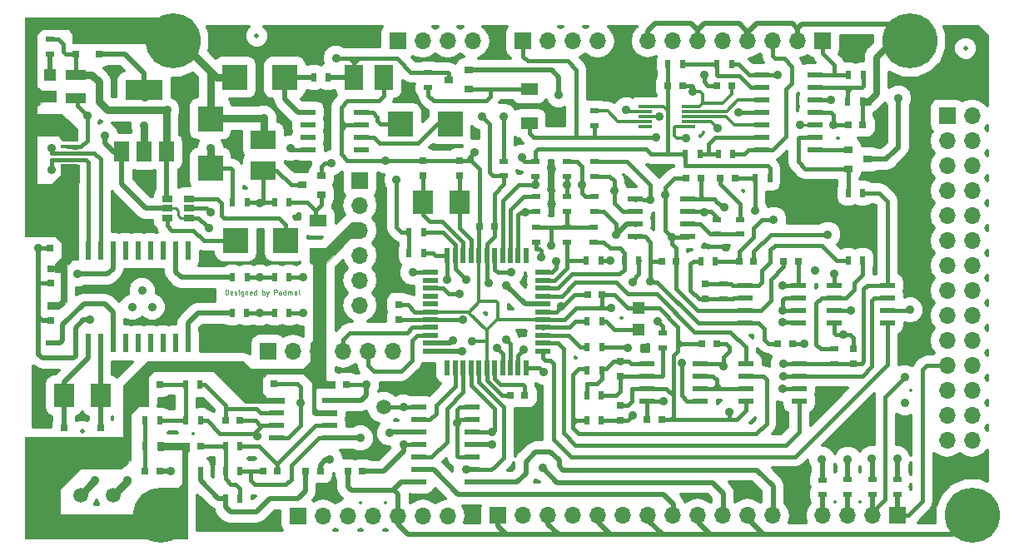
<source format=gtl>
G04 #@! TF.FileFunction,Copper,L1,Top,Signal*
%FSLAX46Y46*%
G04 Gerber Fmt 4.6, Leading zero omitted, Abs format (unit mm)*
G04 Created by KiCad (PCBNEW 4.0.7-e2-6376~58~ubuntu16.04.1) date Sun Dec 30 12:21:21 2018*
%MOMM*%
%LPD*%
G01*
G04 APERTURE LIST*
%ADD10C,0.100000*%
%ADD11R,1.550000X0.600000*%
%ADD12R,0.550000X1.500000*%
%ADD13R,1.500000X0.550000*%
%ADD14R,0.500000X0.900000*%
%ADD15R,0.600000X1.950000*%
%ADD16R,2.500000X2.550000*%
%ADD17R,2.550000X2.500000*%
%ADD18R,1.700000X1.300000*%
%ADD19R,2.030000X1.140000*%
%ADD20R,0.900000X0.800000*%
%ADD21R,1.500000X0.600000*%
%ADD22R,1.060000X0.650000*%
%ADD23R,3.800000X2.000000*%
%ADD24R,1.500000X2.000000*%
%ADD25R,1.400000X0.300000*%
%ADD26R,2.500000X1.950000*%
%ADD27R,1.950000X2.500000*%
%ADD28R,1.700000X1.700000*%
%ADD29O,1.700000X1.700000*%
%ADD30R,0.750000X0.800000*%
%ADD31R,0.800000X0.750000*%
%ADD32R,0.900000X0.500000*%
%ADD33C,1.500000*%
%ADD34R,2.000000X2.400000*%
%ADD35R,1.200000X1.200000*%
%ADD36C,5.600000*%
%ADD37C,0.500000*%
%ADD38R,1.800000X0.400000*%
%ADD39R,1.250000X1.050000*%
%ADD40R,1.900000X2.000000*%
%ADD41C,0.914400*%
%ADD42C,1.270000*%
%ADD43C,0.406400*%
%ADD44C,0.762000*%
%ADD45C,0.508000*%
%ADD46C,0.254000*%
%ADD47C,0.304800*%
%ADD48C,0.351000*%
G04 APERTURE END LIST*
D10*
X111500001Y-88596190D02*
X111500001Y-88096190D01*
X111619048Y-88096190D01*
X111690477Y-88120000D01*
X111738096Y-88167619D01*
X111761905Y-88215238D01*
X111785715Y-88310476D01*
X111785715Y-88381905D01*
X111761905Y-88477143D01*
X111738096Y-88524762D01*
X111690477Y-88572381D01*
X111619048Y-88596190D01*
X111500001Y-88596190D01*
X112190477Y-88572381D02*
X112142858Y-88596190D01*
X112047620Y-88596190D01*
X112000001Y-88572381D01*
X111976191Y-88524762D01*
X111976191Y-88334286D01*
X112000001Y-88286667D01*
X112047620Y-88262857D01*
X112142858Y-88262857D01*
X112190477Y-88286667D01*
X112214286Y-88334286D01*
X112214286Y-88381905D01*
X111976191Y-88429524D01*
X112404762Y-88572381D02*
X112452381Y-88596190D01*
X112547619Y-88596190D01*
X112595238Y-88572381D01*
X112619048Y-88524762D01*
X112619048Y-88500952D01*
X112595238Y-88453333D01*
X112547619Y-88429524D01*
X112476191Y-88429524D01*
X112428572Y-88405714D01*
X112404762Y-88358095D01*
X112404762Y-88334286D01*
X112428572Y-88286667D01*
X112476191Y-88262857D01*
X112547619Y-88262857D01*
X112595238Y-88286667D01*
X112833334Y-88596190D02*
X112833334Y-88262857D01*
X112833334Y-88096190D02*
X112809524Y-88120000D01*
X112833334Y-88143810D01*
X112857143Y-88120000D01*
X112833334Y-88096190D01*
X112833334Y-88143810D01*
X113285714Y-88262857D02*
X113285714Y-88667619D01*
X113261905Y-88715238D01*
X113238095Y-88739048D01*
X113190476Y-88762857D01*
X113119048Y-88762857D01*
X113071429Y-88739048D01*
X113285714Y-88572381D02*
X113238095Y-88596190D01*
X113142857Y-88596190D01*
X113095238Y-88572381D01*
X113071429Y-88548571D01*
X113047619Y-88500952D01*
X113047619Y-88358095D01*
X113071429Y-88310476D01*
X113095238Y-88286667D01*
X113142857Y-88262857D01*
X113238095Y-88262857D01*
X113285714Y-88286667D01*
X113523810Y-88262857D02*
X113523810Y-88596190D01*
X113523810Y-88310476D02*
X113547619Y-88286667D01*
X113595238Y-88262857D01*
X113666667Y-88262857D01*
X113714286Y-88286667D01*
X113738095Y-88334286D01*
X113738095Y-88596190D01*
X114166667Y-88572381D02*
X114119048Y-88596190D01*
X114023810Y-88596190D01*
X113976191Y-88572381D01*
X113952381Y-88524762D01*
X113952381Y-88334286D01*
X113976191Y-88286667D01*
X114023810Y-88262857D01*
X114119048Y-88262857D01*
X114166667Y-88286667D01*
X114190476Y-88334286D01*
X114190476Y-88381905D01*
X113952381Y-88429524D01*
X114619047Y-88596190D02*
X114619047Y-88096190D01*
X114619047Y-88572381D02*
X114571428Y-88596190D01*
X114476190Y-88596190D01*
X114428571Y-88572381D01*
X114404762Y-88548571D01*
X114380952Y-88500952D01*
X114380952Y-88358095D01*
X114404762Y-88310476D01*
X114428571Y-88286667D01*
X114476190Y-88262857D01*
X114571428Y-88262857D01*
X114619047Y-88286667D01*
X115238095Y-88596190D02*
X115238095Y-88096190D01*
X115238095Y-88286667D02*
X115285714Y-88262857D01*
X115380952Y-88262857D01*
X115428571Y-88286667D01*
X115452380Y-88310476D01*
X115476190Y-88358095D01*
X115476190Y-88500952D01*
X115452380Y-88548571D01*
X115428571Y-88572381D01*
X115380952Y-88596190D01*
X115285714Y-88596190D01*
X115238095Y-88572381D01*
X115642857Y-88262857D02*
X115761904Y-88596190D01*
X115880952Y-88262857D02*
X115761904Y-88596190D01*
X115714285Y-88715238D01*
X115690476Y-88739048D01*
X115642857Y-88762857D01*
X116452380Y-88596190D02*
X116452380Y-88096190D01*
X116642856Y-88096190D01*
X116690475Y-88120000D01*
X116714284Y-88143810D01*
X116738094Y-88191429D01*
X116738094Y-88262857D01*
X116714284Y-88310476D01*
X116690475Y-88334286D01*
X116642856Y-88358095D01*
X116452380Y-88358095D01*
X117166665Y-88596190D02*
X117166665Y-88334286D01*
X117142856Y-88286667D01*
X117095237Y-88262857D01*
X116999999Y-88262857D01*
X116952380Y-88286667D01*
X117166665Y-88572381D02*
X117119046Y-88596190D01*
X116999999Y-88596190D01*
X116952380Y-88572381D01*
X116928570Y-88524762D01*
X116928570Y-88477143D01*
X116952380Y-88429524D01*
X116999999Y-88405714D01*
X117119046Y-88405714D01*
X117166665Y-88381905D01*
X117619046Y-88596190D02*
X117619046Y-88096190D01*
X117619046Y-88572381D02*
X117571427Y-88596190D01*
X117476189Y-88596190D01*
X117428570Y-88572381D01*
X117404761Y-88548571D01*
X117380951Y-88500952D01*
X117380951Y-88358095D01*
X117404761Y-88310476D01*
X117428570Y-88286667D01*
X117476189Y-88262857D01*
X117571427Y-88262857D01*
X117619046Y-88286667D01*
X117857142Y-88596190D02*
X117857142Y-88262857D01*
X117857142Y-88310476D02*
X117880951Y-88286667D01*
X117928570Y-88262857D01*
X117999999Y-88262857D01*
X118047618Y-88286667D01*
X118071427Y-88334286D01*
X118071427Y-88596190D01*
X118071427Y-88334286D02*
X118095237Y-88286667D01*
X118142856Y-88262857D01*
X118214284Y-88262857D01*
X118261904Y-88286667D01*
X118285713Y-88334286D01*
X118285713Y-88596190D01*
X118738094Y-88596190D02*
X118738094Y-88334286D01*
X118714285Y-88286667D01*
X118666666Y-88262857D01*
X118571428Y-88262857D01*
X118523809Y-88286667D01*
X118738094Y-88572381D02*
X118690475Y-88596190D01*
X118571428Y-88596190D01*
X118523809Y-88572381D01*
X118499999Y-88524762D01*
X118499999Y-88477143D01*
X118523809Y-88429524D01*
X118571428Y-88405714D01*
X118690475Y-88405714D01*
X118738094Y-88381905D01*
X119047618Y-88596190D02*
X118999999Y-88572381D01*
X118976190Y-88524762D01*
X118976190Y-88096190D01*
D11*
X125300000Y-73855000D03*
X125300000Y-72585000D03*
X125300000Y-71315000D03*
X125300000Y-70045000D03*
X119900000Y-70045000D03*
X119900000Y-71315000D03*
X119900000Y-72585000D03*
X119900000Y-73855000D03*
D12*
X134060000Y-96020000D03*
X134860000Y-96020000D03*
X135660000Y-96020000D03*
X136460000Y-96020000D03*
X137260000Y-96020000D03*
X138060000Y-96020000D03*
X138860000Y-96020000D03*
X139660000Y-96020000D03*
X140460000Y-96020000D03*
X141260000Y-96020000D03*
X142060000Y-96020000D03*
D13*
X143760000Y-94320000D03*
X143760000Y-93520000D03*
X143760000Y-92720000D03*
X143760000Y-91920000D03*
X143760000Y-91120000D03*
X143760000Y-90320000D03*
X143760000Y-89520000D03*
X143760000Y-88720000D03*
X143760000Y-87920000D03*
X143760000Y-87120000D03*
X143760000Y-86320000D03*
D12*
X142060000Y-84620000D03*
X141260000Y-84620000D03*
X140460000Y-84620000D03*
X139660000Y-84620000D03*
X138860000Y-84620000D03*
X138060000Y-84620000D03*
X137260000Y-84620000D03*
X136460000Y-84620000D03*
X135660000Y-84620000D03*
X134860000Y-84620000D03*
X134060000Y-84620000D03*
D13*
X132360000Y-86320000D03*
X132360000Y-87120000D03*
X132360000Y-87920000D03*
X132360000Y-88720000D03*
X132360000Y-89520000D03*
X132360000Y-90320000D03*
X132360000Y-91120000D03*
X132360000Y-91920000D03*
X132360000Y-92720000D03*
X132360000Y-93520000D03*
X132360000Y-94320000D03*
D14*
X112980000Y-106550000D03*
X111480000Y-106550000D03*
D11*
X154370000Y-95595000D03*
X154370000Y-96865000D03*
X154370000Y-98135000D03*
X154370000Y-99405000D03*
X159770000Y-99405000D03*
X159770000Y-98135000D03*
X159770000Y-96865000D03*
X159770000Y-95595000D03*
D15*
X96245000Y-93510000D03*
X97515000Y-93510000D03*
X98785000Y-93510000D03*
X100055000Y-93510000D03*
X101325000Y-93510000D03*
X102595000Y-93510000D03*
X103865000Y-93510000D03*
X105135000Y-93510000D03*
X106405000Y-93510000D03*
X107675000Y-93510000D03*
X107675000Y-84110000D03*
X106405000Y-84110000D03*
X105135000Y-84110000D03*
X103865000Y-84110000D03*
X102595000Y-84110000D03*
X101325000Y-84110000D03*
X100055000Y-84110000D03*
X98785000Y-84110000D03*
X97515000Y-84110000D03*
X96245000Y-84110000D03*
D16*
X109950000Y-75725000D03*
X109950000Y-70675000D03*
D17*
X117595000Y-83090000D03*
X112545000Y-83090000D03*
X134325000Y-71200000D03*
X129275000Y-71200000D03*
X112465000Y-66480000D03*
X117515000Y-66480000D03*
D18*
X120890000Y-84580000D03*
X120890000Y-81080000D03*
X142380000Y-67670000D03*
X142380000Y-71170000D03*
D19*
X96300000Y-68600000D03*
X96300000Y-66200000D03*
D20*
X174800000Y-73870000D03*
X174800000Y-75770000D03*
X176800000Y-74820000D03*
D21*
X131160000Y-100040000D03*
X131160000Y-101310000D03*
X131160000Y-102580000D03*
X131160000Y-103850000D03*
X131160000Y-105120000D03*
X131160000Y-106390000D03*
X131160000Y-107660000D03*
X136560000Y-107660000D03*
X136560000Y-106390000D03*
X136560000Y-105120000D03*
X136560000Y-103850000D03*
X136560000Y-102580000D03*
X136560000Y-101310000D03*
X136560000Y-100040000D03*
D22*
X105550000Y-78850000D03*
X105550000Y-79800000D03*
X105550000Y-80750000D03*
X107750000Y-80750000D03*
X107750000Y-78850000D03*
X107750000Y-79800000D03*
D23*
X103230000Y-67750000D03*
D24*
X103230000Y-74050000D03*
X105530000Y-74050000D03*
X100930000Y-74050000D03*
D21*
X166050000Y-66240000D03*
X166050000Y-67510000D03*
X166050000Y-68780000D03*
X166050000Y-70050000D03*
X166050000Y-71320000D03*
X166050000Y-72590000D03*
X166050000Y-73860000D03*
X171450000Y-73860000D03*
X171450000Y-72590000D03*
X171450000Y-71320000D03*
X171450000Y-70050000D03*
X171450000Y-68780000D03*
X171450000Y-67510000D03*
X171450000Y-66240000D03*
D11*
X164370000Y-87625000D03*
X164370000Y-88895000D03*
X164370000Y-90165000D03*
X164370000Y-91435000D03*
X169770000Y-91435000D03*
X169770000Y-90165000D03*
X169770000Y-88895000D03*
X169770000Y-87625000D03*
D25*
X154150000Y-69450000D03*
X154150000Y-69950000D03*
X154150000Y-70450000D03*
X154150000Y-70950000D03*
X154150000Y-71450000D03*
X158550000Y-71450000D03*
X158550000Y-70950000D03*
X158550000Y-70450000D03*
X158550000Y-69950000D03*
X158550000Y-69450000D03*
D11*
X173410000Y-87615000D03*
X173410000Y-88885000D03*
X173410000Y-90155000D03*
X173410000Y-91425000D03*
X178810000Y-91425000D03*
X178810000Y-90155000D03*
X178810000Y-88885000D03*
X178810000Y-87615000D03*
X164410000Y-95595000D03*
X164410000Y-96865000D03*
X164410000Y-98135000D03*
X164410000Y-99405000D03*
X169810000Y-99405000D03*
X169810000Y-98135000D03*
X169810000Y-96865000D03*
X169810000Y-95595000D03*
X122060000Y-103155000D03*
X122060000Y-101885000D03*
X122060000Y-100615000D03*
X122060000Y-99345000D03*
X116660000Y-99345000D03*
X116660000Y-100615000D03*
X116660000Y-101885000D03*
X116660000Y-103155000D03*
X153130000Y-78885000D03*
X153130000Y-80155000D03*
X153130000Y-81425000D03*
X153130000Y-82695000D03*
X158530000Y-82695000D03*
X158530000Y-81425000D03*
X158530000Y-80155000D03*
X158530000Y-78885000D03*
D20*
X121260000Y-78380000D03*
X121260000Y-76480000D03*
X119260000Y-77430000D03*
X136230000Y-67660000D03*
X136230000Y-65760000D03*
X134230000Y-66710000D03*
D26*
X115350000Y-75925000D03*
X115350000Y-72875000D03*
D27*
X127605000Y-66480000D03*
X124555000Y-66480000D03*
D28*
X129030000Y-62790000D03*
D29*
X131570000Y-62790000D03*
X134110000Y-62790000D03*
X136650000Y-62790000D03*
D30*
X93690000Y-85930000D03*
X93690000Y-87430000D03*
X93680000Y-83840000D03*
X93680000Y-82340000D03*
X129130000Y-89610000D03*
X129130000Y-91110000D03*
X93700000Y-89710000D03*
X93700000Y-91210000D03*
D31*
X103330000Y-106550000D03*
X104830000Y-106550000D03*
X103290000Y-97760000D03*
X104790000Y-97760000D03*
D30*
X131600000Y-76440000D03*
X131600000Y-74940000D03*
D31*
X125430000Y-106550000D03*
X123930000Y-106550000D03*
D30*
X135290000Y-76440000D03*
X135290000Y-74940000D03*
D31*
X138810000Y-81630000D03*
X137310000Y-81630000D03*
D30*
X98660000Y-64130000D03*
X98660000Y-62630000D03*
D31*
X148300000Y-88620000D03*
X149800000Y-88620000D03*
D30*
X96300000Y-64130000D03*
X96300000Y-62630000D03*
D31*
X141920000Y-98840000D03*
X140420000Y-98840000D03*
X167670000Y-93540000D03*
X169170000Y-93540000D03*
D30*
X160290000Y-89000000D03*
X160290000Y-87500000D03*
D31*
X156470000Y-67300000D03*
X157970000Y-67300000D03*
X165220000Y-85160000D03*
X163720000Y-85160000D03*
X169770000Y-85160000D03*
X168270000Y-85160000D03*
X163000000Y-67300000D03*
X161500000Y-67300000D03*
X154370000Y-101310000D03*
X155870000Y-101310000D03*
D30*
X151610000Y-96860000D03*
X151610000Y-95360000D03*
D31*
X111480000Y-101400000D03*
X112980000Y-101400000D03*
X161430000Y-93540000D03*
X159930000Y-93540000D03*
X176300000Y-71330000D03*
X174800000Y-71330000D03*
X119630000Y-106550000D03*
X121130000Y-106550000D03*
X155840000Y-85160000D03*
X157340000Y-85160000D03*
X116390000Y-97630000D03*
X114890000Y-97630000D03*
X116780000Y-106550000D03*
X115280000Y-106550000D03*
X159830000Y-76720000D03*
X158330000Y-76720000D03*
X123770000Y-97740000D03*
X122270000Y-97740000D03*
D30*
X175340000Y-95590000D03*
X175340000Y-94090000D03*
D31*
X107430000Y-104000000D03*
X108930000Y-104000000D03*
D30*
X151610000Y-101350000D03*
X151610000Y-99850000D03*
D31*
X163310000Y-76730000D03*
X161810000Y-76730000D03*
D32*
X139760000Y-76500000D03*
X139760000Y-75000000D03*
D14*
X131670000Y-84330000D03*
X130170000Y-84330000D03*
X131670000Y-82240000D03*
X130170000Y-82240000D03*
X113670000Y-79210000D03*
X112170000Y-79210000D03*
X116480000Y-79220000D03*
X117980000Y-79220000D03*
D32*
X172210000Y-108930000D03*
X172210000Y-107430000D03*
X174760000Y-108910000D03*
X174760000Y-107410000D03*
X177290000Y-108910000D03*
X177290000Y-107410000D03*
X179830000Y-108890000D03*
X179830000Y-107390000D03*
X132120000Y-67470000D03*
X132120000Y-65970000D03*
X143030000Y-75020000D03*
X143030000Y-76520000D03*
D14*
X121950000Y-66480000D03*
X120450000Y-66480000D03*
X148200000Y-85140000D03*
X149700000Y-85140000D03*
X112980000Y-104000000D03*
X111480000Y-104000000D03*
D32*
X146210000Y-78590000D03*
X146210000Y-80090000D03*
X146210000Y-76520000D03*
X146210000Y-75020000D03*
D14*
X156470000Y-65140000D03*
X157970000Y-65140000D03*
X161480000Y-65140000D03*
X162980000Y-65140000D03*
D32*
X162160000Y-87510000D03*
X162160000Y-89010000D03*
X173390000Y-94080000D03*
X173390000Y-95580000D03*
D14*
X176300000Y-85130000D03*
X174800000Y-85130000D03*
X161320000Y-85160000D03*
X159820000Y-85160000D03*
X176290000Y-68930000D03*
X174790000Y-68930000D03*
X176350000Y-66230000D03*
X174850000Y-66230000D03*
D32*
X149050000Y-69890000D03*
X149050000Y-71390000D03*
D14*
X149740000Y-96260000D03*
X148240000Y-96260000D03*
X149710000Y-101350000D03*
X148210000Y-101350000D03*
X148220000Y-98800000D03*
X149720000Y-98800000D03*
D32*
X146200000Y-83210000D03*
X146200000Y-81710000D03*
X148950000Y-83210000D03*
X148950000Y-81710000D03*
D14*
X152040000Y-85140000D03*
X153540000Y-85140000D03*
D32*
X155960000Y-92500000D03*
X155960000Y-94000000D03*
D14*
X158250000Y-74290000D03*
X159750000Y-74290000D03*
X176300000Y-78230000D03*
X174800000Y-78230000D03*
X161590000Y-74290000D03*
X163090000Y-74290000D03*
D32*
X149050000Y-76520000D03*
X149050000Y-75020000D03*
D14*
X165350000Y-76730000D03*
X166850000Y-76730000D03*
X108930000Y-106550000D03*
X107430000Y-106550000D03*
X108910000Y-97760000D03*
X107410000Y-97760000D03*
X107430000Y-101400000D03*
X108930000Y-101400000D03*
X103330000Y-101400000D03*
X104830000Y-101400000D03*
X111480000Y-109300000D03*
X112980000Y-109300000D03*
D32*
X149020000Y-78590000D03*
X149020000Y-80090000D03*
X161425000Y-82425000D03*
X161425000Y-80925000D03*
X163820000Y-82420000D03*
X163820000Y-80920000D03*
D14*
X148250000Y-93880000D03*
X149750000Y-93880000D03*
X149760000Y-91300000D03*
X148260000Y-91300000D03*
D32*
X93680000Y-64120000D03*
X93680000Y-62620000D03*
D14*
X113680000Y-86840000D03*
X112180000Y-86840000D03*
X113660000Y-90460000D03*
X112160000Y-90460000D03*
X117980000Y-86830000D03*
X116480000Y-86830000D03*
X117980000Y-90460000D03*
X116480000Y-90460000D03*
D32*
X93680000Y-95020000D03*
X93680000Y-93520000D03*
D33*
X100050000Y-108970000D03*
X96740000Y-108970000D03*
X127550000Y-100040000D03*
X93260000Y-108990000D03*
D30*
X95075000Y-103625000D03*
X95075000Y-102125000D03*
X98775000Y-103625000D03*
X98775000Y-102125000D03*
D34*
X95080000Y-98840000D03*
X98780000Y-98840000D03*
D32*
X143070000Y-83210000D03*
X143070000Y-81710000D03*
D35*
X153480000Y-92170000D03*
X153480000Y-89970000D03*
X93680000Y-66220000D03*
X93680000Y-68420000D03*
D34*
X131590000Y-79210000D03*
X135290000Y-79210000D03*
D28*
X141740000Y-62780000D03*
D29*
X144280000Y-62780000D03*
X146820000Y-62780000D03*
X149360000Y-62780000D03*
D28*
X179840000Y-111040000D03*
D29*
X177300000Y-111040000D03*
X174760000Y-111040000D03*
X172220000Y-111040000D03*
D28*
X139200000Y-111040000D03*
D29*
X141740000Y-111040000D03*
X144280000Y-111040000D03*
X146820000Y-111040000D03*
X149360000Y-111040000D03*
X151900000Y-111040000D03*
X154440000Y-111040000D03*
X156980000Y-111040000D03*
X159520000Y-111040000D03*
X162060000Y-111040000D03*
X164600000Y-111040000D03*
X167140000Y-111040000D03*
D28*
X184890000Y-70410000D03*
D29*
X187430000Y-70410000D03*
X184890000Y-72950000D03*
X187430000Y-72950000D03*
X184890000Y-75490000D03*
X187430000Y-75490000D03*
X184890000Y-78030000D03*
X187430000Y-78030000D03*
X184890000Y-80570000D03*
X187430000Y-80570000D03*
X184890000Y-83110000D03*
X187430000Y-83110000D03*
X184890000Y-85650000D03*
X187430000Y-85650000D03*
X184890000Y-88190000D03*
X187430000Y-88190000D03*
X184890000Y-90730000D03*
X187430000Y-90730000D03*
X184890000Y-93270000D03*
X187430000Y-93270000D03*
X184890000Y-95810000D03*
X187430000Y-95810000D03*
X184890000Y-98350000D03*
X187430000Y-98350000D03*
X184890000Y-100890000D03*
X187430000Y-100890000D03*
X184890000Y-103430000D03*
X187430000Y-103430000D03*
D14*
X103330000Y-104000000D03*
X104830000Y-104000000D03*
D28*
X115820000Y-94340000D03*
D29*
X118360000Y-94340000D03*
X120900000Y-94340000D03*
X123440000Y-94340000D03*
X125980000Y-94340000D03*
X128520000Y-94340000D03*
D32*
X143070000Y-80090000D03*
X143070000Y-78590000D03*
D28*
X125170000Y-76950000D03*
D29*
X125170000Y-79490000D03*
X125170000Y-82030000D03*
X125170000Y-84570000D03*
X125170000Y-87110000D03*
X125170000Y-89650000D03*
D28*
X118880000Y-111090000D03*
D29*
X121420000Y-111090000D03*
X123960000Y-111090000D03*
X126500000Y-111090000D03*
X129040000Y-111090000D03*
X131580000Y-111090000D03*
X134120000Y-111090000D03*
D28*
X172220000Y-62770000D03*
D29*
X169680000Y-62770000D03*
X167140000Y-62770000D03*
X164600000Y-62770000D03*
X162060000Y-62770000D03*
X159520000Y-62770000D03*
X156980000Y-62770000D03*
X154440000Y-62770000D03*
D36*
X104880000Y-111020000D03*
X181090000Y-62780000D03*
X106150000Y-62770000D03*
X187420000Y-111010000D03*
D37*
X186750000Y-63540000D03*
X96970000Y-102490000D03*
X114670000Y-62270000D03*
D38*
X95600000Y-73550000D03*
X95600000Y-74200000D03*
X95600000Y-74850000D03*
X95600000Y-75500000D03*
X95600000Y-76150000D03*
D39*
X95700000Y-72425000D03*
X95700000Y-77275000D03*
D40*
X92700000Y-71293750D03*
X92700000Y-78406250D03*
D41*
X127610000Y-65760000D03*
X109840000Y-81850000D03*
X94740000Y-107470000D03*
X127740000Y-74940000D03*
X103290000Y-99460000D03*
X162760000Y-100480000D03*
X136570000Y-93300000D03*
X136850000Y-74110000D03*
X99250000Y-72410000D03*
X156910000Y-82700000D03*
X150740000Y-89920000D03*
X156230000Y-78410000D03*
X170370000Y-93540000D03*
X147760000Y-77420000D03*
X115380000Y-70620000D03*
X155310000Y-72590000D03*
X159010000Y-67910000D03*
X174350000Y-92650000D03*
X105540000Y-69800000D03*
X135050000Y-101580000D03*
X129590000Y-103850000D03*
X129590000Y-100040000D03*
X97730000Y-91140000D03*
X137610000Y-70490000D03*
X92490000Y-83830000D03*
X96450000Y-86500000D03*
X103230000Y-71390000D03*
X103250000Y-68510000D03*
X128900000Y-76910000D03*
X138300000Y-87420000D03*
X135660000Y-91120000D03*
X143600000Y-84760000D03*
X144640000Y-83590000D03*
X141630000Y-74640000D03*
X168200000Y-95610000D03*
X145600000Y-89800000D03*
X152890000Y-100890000D03*
X98230000Y-107470000D03*
X114970000Y-79230000D03*
X160190000Y-66250000D03*
X163700000Y-70050000D03*
X119100000Y-99560000D03*
X101510000Y-107460000D03*
X173290000Y-71320000D03*
X122750000Y-64530000D03*
X125780000Y-97760000D03*
X93770000Y-73650000D03*
X168200000Y-96860000D03*
X135270000Y-88530000D03*
X152250000Y-69800000D03*
X134060000Y-87080000D03*
X135960000Y-87060000D03*
X155600000Y-70450000D03*
X130560000Y-86320000D03*
X181100000Y-90140000D03*
X168170000Y-98150000D03*
X139070000Y-94010000D03*
X172150000Y-105350000D03*
X140010000Y-93130000D03*
X174790000Y-105310000D03*
X177210000Y-105260000D03*
X141830000Y-94180000D03*
X179830000Y-105280000D03*
X143880000Y-96440000D03*
X161550000Y-71640000D03*
X179930000Y-68600000D03*
X119360000Y-90440000D03*
X104050000Y-89840000D03*
X119360000Y-86820000D03*
X103010000Y-88150000D03*
X109960000Y-80210000D03*
X118080000Y-73690000D03*
X109950000Y-73690000D03*
X145390000Y-68240000D03*
X156050000Y-99410000D03*
X154720000Y-87230000D03*
X122240000Y-75210000D03*
X162170000Y-95860000D03*
X162210000Y-79690000D03*
X168120000Y-87620000D03*
X168150000Y-91410000D03*
X146200000Y-77420000D03*
X157890000Y-95500000D03*
X167620000Y-66240000D03*
X173060000Y-68780000D03*
X145130000Y-85220000D03*
X173370000Y-86430000D03*
X140550000Y-86300000D03*
X165360000Y-80070000D03*
X169900000Y-71320000D03*
X158330000Y-72660000D03*
X135980000Y-106400000D03*
X105930000Y-106550000D03*
X93770000Y-75910000D03*
X167250000Y-80940000D03*
X172760000Y-82460000D03*
X171440000Y-86130000D03*
X155420000Y-91290000D03*
X151240000Y-82460000D03*
X154710000Y-78900000D03*
X152890000Y-87270000D03*
X175100000Y-90150000D03*
X168170000Y-90160000D03*
X160190000Y-80170000D03*
X150660000Y-85140000D03*
X114680000Y-102950000D03*
X138570000Y-102580000D03*
X122130000Y-105380000D03*
X125210000Y-103170000D03*
X151020000Y-77990000D03*
X97410000Y-70360000D03*
X152430000Y-93990000D03*
X139750000Y-70440000D03*
X140070000Y-87630000D03*
X138580000Y-103850000D03*
X143750000Y-106220000D03*
X128180000Y-102670000D03*
X180600000Y-97000000D03*
X180600000Y-99600000D03*
X143040000Y-77390000D03*
X141980000Y-80180000D03*
X134650000Y-93250000D03*
X114990000Y-86830000D03*
X135550000Y-94350000D03*
X114990000Y-90480000D03*
X102020000Y-89860000D03*
D42*
X93260000Y-108990000D02*
X93260000Y-110485000D01*
X93260000Y-110485000D02*
X94475000Y-111700000D01*
X94475000Y-111700000D02*
X104200000Y-111700000D01*
D43*
X113110000Y-97620000D02*
X112650000Y-97620000D01*
X112650000Y-97620000D02*
X110810000Y-95780000D01*
X110810000Y-95780000D02*
X103850000Y-95780000D01*
X103850000Y-95780000D02*
X103290000Y-96340000D01*
X103290000Y-96340000D02*
X103290000Y-97760000D01*
D44*
X127605000Y-66480000D02*
X127605000Y-65760000D01*
X127605000Y-65760000D02*
X127610000Y-65760000D01*
D43*
X123240000Y-71080000D02*
X123240000Y-69510000D01*
X127070000Y-68870000D02*
X127605000Y-68335000D01*
X123880000Y-68870000D02*
X127070000Y-68870000D01*
X123240000Y-69510000D02*
X123880000Y-68870000D01*
X127605000Y-68335000D02*
X127605000Y-66480000D01*
D45*
X128565000Y-108435000D02*
X129030000Y-108900000D01*
X129030000Y-108900000D02*
X129030000Y-111090000D01*
X129030000Y-111090000D02*
X129040000Y-111090000D01*
X123930000Y-106550000D02*
X123930000Y-108140000D01*
X129340000Y-107660000D02*
X131160000Y-107660000D01*
X128500000Y-108500000D02*
X128565000Y-108435000D01*
X128565000Y-108435000D02*
X129340000Y-107660000D01*
X124290000Y-108500000D02*
X128500000Y-108500000D01*
X123930000Y-108140000D02*
X124290000Y-108500000D01*
X99250000Y-72410000D02*
X99250000Y-73150000D01*
X99250000Y-73150000D02*
X100180000Y-74080000D01*
X100180000Y-74080000D02*
X100930000Y-74080000D01*
X100930000Y-74080000D02*
X100930000Y-74050000D01*
X105550000Y-79800000D02*
X103380000Y-79800000D01*
X100930000Y-77350000D02*
X100930000Y-74050000D01*
X103380000Y-79800000D02*
X100930000Y-77350000D01*
D43*
X107430000Y-106550000D02*
X107430000Y-108000000D01*
X107430000Y-108000000D02*
X104880000Y-110550000D01*
X104880000Y-110550000D02*
X104880000Y-111020000D01*
X107430000Y-104000000D02*
X107430000Y-106550000D01*
X107430000Y-104000000D02*
X104830000Y-104000000D01*
D45*
X95641250Y-77275000D02*
X95700000Y-77275000D01*
X92700000Y-71293750D02*
X94550000Y-71293750D01*
X94550000Y-71293750D02*
X95681250Y-72425000D01*
X95681250Y-72425000D02*
X95700000Y-72425000D01*
X93690000Y-85930000D02*
X95020000Y-85930000D01*
X95020000Y-85930000D02*
X94910000Y-85930000D01*
X94910000Y-85930000D02*
X95020000Y-85930000D01*
X93700000Y-89710000D02*
X94540000Y-89710000D01*
X95020000Y-89230000D02*
X95020000Y-85930000D01*
X94540000Y-89710000D02*
X95020000Y-89230000D01*
X95365282Y-77275000D02*
X95700000Y-77275000D01*
X93680000Y-82350000D02*
X93680000Y-82340000D01*
X95589810Y-77275000D02*
X95700000Y-77275000D01*
D43*
X95700000Y-77350000D02*
X95700000Y-77275000D01*
X95600000Y-76160000D02*
X95600000Y-76150000D01*
X92700000Y-70780000D02*
X92700000Y-71293750D01*
D46*
X176290000Y-68930000D02*
X176540000Y-69180000D01*
X176540000Y-69180000D02*
X176950000Y-69180000D01*
X177920000Y-64490000D02*
X179630000Y-62780000D01*
X177920000Y-68210000D02*
X177920000Y-64490000D01*
X176950000Y-69180000D02*
X177920000Y-68210000D01*
X179630000Y-62780000D02*
X181090000Y-62780000D01*
X176290000Y-68930000D02*
X176540000Y-68680000D01*
X176540000Y-68680000D02*
X176860000Y-68680000D01*
X177430000Y-64330000D02*
X178980000Y-62780000D01*
X177430000Y-68110000D02*
X177430000Y-64330000D01*
X176860000Y-68680000D02*
X177430000Y-68110000D01*
X178980000Y-62780000D02*
X181090000Y-62780000D01*
D43*
X96280000Y-77350000D02*
X95700000Y-77350000D01*
X95700000Y-77350000D02*
X95700000Y-77275000D01*
D42*
X104200000Y-111700000D02*
X104880000Y-111020000D01*
D44*
X98775000Y-103625000D02*
X98775000Y-104975000D01*
X98775000Y-104975000D02*
X98775000Y-104970000D01*
X95080000Y-105575000D02*
X95080000Y-103655000D01*
X95080000Y-103655000D02*
X95075000Y-103650000D01*
X95075000Y-103650000D02*
X95075000Y-103625000D01*
D43*
X96215000Y-84140000D02*
X96245000Y-84110000D01*
D44*
X98780000Y-104970000D02*
X98775000Y-104970000D01*
X98775000Y-104970000D02*
X100930000Y-104970000D01*
X102420000Y-97760000D02*
X103290000Y-97760000D01*
X101450000Y-98730000D02*
X102420000Y-97760000D01*
X101450000Y-104450000D02*
X101450000Y-98730000D01*
X100930000Y-104970000D02*
X101450000Y-104450000D01*
X95080000Y-104980000D02*
X98770000Y-104980000D01*
X98770000Y-104980000D02*
X98780000Y-104970000D01*
X95080000Y-104980000D02*
X95080000Y-105575000D01*
X95080000Y-105575000D02*
X95080000Y-107130000D01*
X95080000Y-107130000D02*
X94740000Y-107470000D01*
D43*
X98770000Y-104980000D02*
X98780000Y-104970000D01*
X107750000Y-80750000D02*
X108750000Y-80750000D01*
X109570000Y-81570000D02*
X109840000Y-81850000D01*
X108750000Y-80750000D02*
X109570000Y-81570000D01*
D44*
X94740000Y-107470000D02*
X94740000Y-107510000D01*
X94740000Y-107510000D02*
X93260000Y-108990000D01*
D43*
X141740000Y-62780000D02*
X141740000Y-64330000D01*
X147180000Y-72590000D02*
X147220000Y-72590000D01*
X147180000Y-65680000D02*
X147180000Y-72590000D01*
X146300000Y-64800000D02*
X147180000Y-65680000D01*
X142210000Y-64800000D02*
X146300000Y-64800000D01*
X141740000Y-64330000D02*
X142210000Y-64800000D01*
D45*
X154440000Y-62770000D02*
X154440000Y-61720000D01*
X158870000Y-61000000D02*
X159520000Y-61650000D01*
X155160000Y-61000000D02*
X158870000Y-61000000D01*
X154440000Y-61720000D02*
X155160000Y-61000000D01*
D43*
X132360000Y-90320000D02*
X130730000Y-90320000D01*
X130020000Y-89610000D02*
X129130000Y-89610000D01*
X130730000Y-90320000D02*
X130020000Y-89610000D01*
X128620000Y-74940000D02*
X127740000Y-74940000D01*
X131600000Y-74940000D02*
X128620000Y-74940000D01*
X128620000Y-74940000D02*
X123870000Y-74940000D01*
X123240000Y-74310000D02*
X123240000Y-71830000D01*
X123870000Y-74940000D02*
X123240000Y-74310000D01*
X103290000Y-97760000D02*
X103290000Y-99460000D01*
X106010000Y-62630000D02*
X106150000Y-62770000D01*
X138060000Y-96020000D02*
X138060000Y-97270000D01*
X138060000Y-97270000D02*
X139630000Y-98840000D01*
D45*
X144290000Y-111050000D02*
X144290000Y-111930000D01*
X144290000Y-111930000D02*
X145340000Y-112980000D01*
X139210000Y-111050000D02*
X139210000Y-112120000D01*
X139210000Y-112120000D02*
X140070000Y-112980000D01*
D43*
X176290000Y-68930000D02*
X176940000Y-68930000D01*
X177720000Y-64330000D02*
X179270000Y-62780000D01*
X177720000Y-68150000D02*
X177720000Y-64330000D01*
X176940000Y-68930000D02*
X177720000Y-68150000D01*
X179270000Y-62780000D02*
X181090000Y-62780000D01*
D45*
X129040000Y-111040000D02*
X129040000Y-111940000D01*
X130080000Y-112980000D02*
X140070000Y-112980000D01*
X140070000Y-112980000D02*
X142670000Y-112980000D01*
X129040000Y-111940000D02*
X130080000Y-112980000D01*
X142670000Y-112980000D02*
X145340000Y-112980000D01*
X145340000Y-112980000D02*
X147610000Y-112980000D01*
X166210000Y-112980000D02*
X167800000Y-112980000D01*
X167800000Y-112980000D02*
X172860000Y-112980000D01*
X185450000Y-112980000D02*
X187420000Y-111010000D01*
X172860000Y-112980000D02*
X185450000Y-112980000D01*
X169680000Y-61640000D02*
X169680000Y-61450000D01*
X179340000Y-61030000D02*
X181090000Y-62780000D01*
X170100000Y-61030000D02*
X179340000Y-61030000D01*
X169680000Y-61450000D02*
X170100000Y-61030000D01*
X159520000Y-62780000D02*
X159520000Y-61650000D01*
X163720000Y-61000000D02*
X164600000Y-61880000D01*
X160170000Y-61000000D02*
X163720000Y-61000000D01*
X159520000Y-61650000D02*
X160170000Y-61000000D01*
X164600000Y-62780000D02*
X164600000Y-61880000D01*
X169680000Y-61540000D02*
X169680000Y-61640000D01*
X169680000Y-61640000D02*
X169680000Y-62780000D01*
X164600000Y-61880000D02*
X165490000Y-60990000D01*
X165490000Y-60990000D02*
X169130000Y-60990000D01*
X169130000Y-60990000D02*
X169680000Y-61540000D01*
D44*
X112465000Y-66480000D02*
X110550000Y-66480000D01*
X110550000Y-66480000D02*
X109950000Y-65880000D01*
D45*
X127630000Y-66505000D02*
X127605000Y-66480000D01*
D44*
X115380000Y-70620000D02*
X115380000Y-72845000D01*
X115380000Y-72845000D02*
X115350000Y-72875000D01*
X115380000Y-70620000D02*
X110005000Y-70620000D01*
X110005000Y-70620000D02*
X109950000Y-70675000D01*
D43*
X149050000Y-71390000D02*
X149050000Y-72590000D01*
X149050000Y-72590000D02*
X149050000Y-72500000D01*
X149050000Y-72500000D02*
X149050000Y-72590000D01*
X162760000Y-101310000D02*
X162760000Y-100480000D01*
X157970000Y-67300000D02*
X158890000Y-67300000D01*
X159010000Y-67420000D02*
X159010000Y-67910000D01*
X158890000Y-67300000D02*
X159010000Y-67420000D01*
X157800000Y-93540000D02*
X157470000Y-93870000D01*
X157550000Y-93770000D02*
X157470000Y-93770000D01*
X157470000Y-93850000D02*
X157550000Y-93770000D01*
X157470000Y-93870000D02*
X157470000Y-93850000D01*
X159930000Y-93540000D02*
X157800000Y-93540000D01*
X157800000Y-93540000D02*
X157470000Y-93210000D01*
X142380000Y-71170000D02*
X142380000Y-72180000D01*
X142380000Y-72180000D02*
X142790000Y-72590000D01*
X142790000Y-72590000D02*
X147220000Y-72590000D01*
D44*
X106840000Y-62770000D02*
X109950000Y-65880000D01*
X109950000Y-65880000D02*
X109950000Y-70675000D01*
X106150000Y-62770000D02*
X106840000Y-62770000D01*
D43*
X157330000Y-84740000D02*
X157320000Y-87960000D01*
X159525000Y-90165000D02*
X164370000Y-90165000D01*
X157320000Y-87960000D02*
X159525000Y-90165000D01*
D47*
X138060000Y-93300000D02*
X136570000Y-93300000D01*
X138060000Y-92210000D02*
X138060000Y-92150000D01*
X138060000Y-92150000D02*
X139160000Y-91050000D01*
X138060000Y-96020000D02*
X138060000Y-93300000D01*
X138060000Y-93300000D02*
X138060000Y-92210000D01*
D43*
X164370000Y-90165000D02*
X165965000Y-90165000D01*
X168270000Y-85730000D02*
X168270000Y-85160000D01*
X166970000Y-87030000D02*
X168270000Y-85730000D01*
X166970000Y-89160000D02*
X166970000Y-87030000D01*
X165965000Y-90165000D02*
X166970000Y-89160000D01*
X157340000Y-85160000D02*
X157340000Y-83830000D01*
X157340000Y-83830000D02*
X157330000Y-83820000D01*
X136000000Y-74940000D02*
X136490000Y-74940000D01*
X136490000Y-74940000D02*
X136500000Y-74950000D01*
X135290000Y-74940000D02*
X136000000Y-74940000D01*
X136000000Y-74940000D02*
X136020000Y-74940000D01*
X136020000Y-74940000D02*
X136500000Y-74460000D01*
X131600000Y-74940000D02*
X135290000Y-74940000D01*
X136500000Y-74950000D02*
X136500000Y-74460000D01*
X137310000Y-76060000D02*
X137310000Y-75780000D01*
X136500000Y-74950000D02*
X136500000Y-74970000D01*
X136500000Y-74970000D02*
X137310000Y-75780000D01*
X137310000Y-76060000D02*
X137310000Y-81630000D01*
X136500000Y-74460000D02*
X136850000Y-74110000D01*
X123645000Y-71315000D02*
X123645000Y-71425000D01*
X123645000Y-71425000D02*
X123240000Y-71830000D01*
X123240000Y-71830000D02*
X123240000Y-71080000D01*
X123240000Y-71080000D02*
X123240000Y-70910000D01*
X147760000Y-77420000D02*
X147760000Y-78230000D01*
X148120000Y-78590000D02*
X149020000Y-78590000D01*
X147760000Y-78230000D02*
X148120000Y-78590000D01*
X146210000Y-75020000D02*
X147230000Y-75020000D01*
X147230000Y-75020000D02*
X147760000Y-75550000D01*
X147760000Y-75550000D02*
X147760000Y-77420000D01*
X147230000Y-75020000D02*
X147760000Y-75550000D01*
X120920000Y-97740000D02*
X120920000Y-97720000D01*
X120920000Y-97720000D02*
X120510000Y-97310000D01*
X96300000Y-62630000D02*
X97480000Y-62630000D01*
D45*
X92700000Y-70730000D02*
X92700000Y-70740000D01*
X92700000Y-70740000D02*
X92700000Y-71350000D01*
D43*
X153480000Y-89970000D02*
X155580000Y-89970000D01*
X155580000Y-89970000D02*
X157470000Y-91860000D01*
X149800000Y-88620000D02*
X151030000Y-88620000D01*
X152380000Y-89970000D02*
X153480000Y-89970000D01*
X151030000Y-88620000D02*
X152380000Y-89970000D01*
X147760000Y-75550000D02*
X147760000Y-77420000D01*
X137260000Y-84620000D02*
X137260000Y-81680000D01*
X137260000Y-81680000D02*
X137310000Y-81630000D01*
D47*
X136170000Y-90320000D02*
X132360000Y-90320000D01*
D43*
X125300000Y-71315000D02*
X123645000Y-71315000D01*
X123645000Y-71315000D02*
X123240000Y-70910000D01*
X92700000Y-78350000D02*
X93390000Y-78360000D01*
X95400000Y-77350000D02*
X96280000Y-77350000D01*
D47*
X137335000Y-89285000D02*
X139005000Y-89285000D01*
X139160000Y-89440000D02*
X139160000Y-91050000D01*
X139005000Y-89285000D02*
X139160000Y-89440000D01*
X137335000Y-89285000D02*
X137260000Y-89210000D01*
X139160000Y-91050000D02*
X139160000Y-91120000D01*
X143760000Y-91120000D02*
X139160000Y-91120000D01*
D43*
X156230000Y-78370000D02*
X156230000Y-82020000D01*
X156230000Y-82020000D02*
X156910000Y-82700000D01*
X173410000Y-91425000D02*
X173410000Y-92500000D01*
X173410000Y-92500000D02*
X173560000Y-92650000D01*
X173560000Y-92650000D02*
X174350000Y-92650000D01*
X157330000Y-84740000D02*
X157330000Y-83820000D01*
X157330000Y-83820000D02*
X156910000Y-83400000D01*
X156910000Y-83400000D02*
X156910000Y-82700000D01*
X143760000Y-91120000D02*
X145990000Y-91120000D01*
X145990000Y-91120000D02*
X147190000Y-89920000D01*
X147190000Y-89920000D02*
X150740000Y-89920000D01*
X106120000Y-62800000D02*
X106150000Y-62770000D01*
X150740000Y-89920000D02*
X149640000Y-89920000D01*
X149640000Y-89920000D02*
X149600000Y-89880000D01*
X149800000Y-88620000D02*
X149800000Y-89680000D01*
X149800000Y-89680000D02*
X149600000Y-89880000D01*
X156230000Y-78410000D02*
X156230000Y-78370000D01*
X156230000Y-78370000D02*
X156230000Y-77660000D01*
X156230000Y-77660000D02*
X157170000Y-76720000D01*
X157170000Y-76720000D02*
X158330000Y-76720000D01*
X156910000Y-82700000D02*
X158525000Y-82700000D01*
X158525000Y-82700000D02*
X158530000Y-82695000D01*
X122270000Y-97740000D02*
X120920000Y-97740000D01*
X120920000Y-97740000D02*
X120880000Y-97740000D01*
X120880000Y-97740000D02*
X120510000Y-98110000D01*
D47*
X163000000Y-67300000D02*
X163000000Y-68140000D01*
X162020000Y-69120000D02*
X160040000Y-69120000D01*
X163000000Y-68140000D02*
X162020000Y-69120000D01*
X158550000Y-69450000D02*
X159710000Y-69450000D01*
X159800000Y-67910000D02*
X159010000Y-67910000D01*
X160040000Y-68150000D02*
X159800000Y-67910000D01*
X160040000Y-69120000D02*
X160040000Y-68150000D01*
X159710000Y-69450000D02*
X160040000Y-69120000D01*
D43*
X176290000Y-68930000D02*
X176290000Y-71320000D01*
X176290000Y-71320000D02*
X176300000Y-71330000D01*
X157470000Y-91860000D02*
X157470000Y-93210000D01*
X157470000Y-93210000D02*
X157470000Y-93160000D01*
X157470000Y-93160000D02*
X157470000Y-93770000D01*
X155870000Y-101310000D02*
X162760000Y-101310000D01*
X162760000Y-101310000D02*
X163460000Y-101310000D01*
X164410000Y-100360000D02*
X164410000Y-99405000D01*
X163460000Y-101310000D02*
X164410000Y-100360000D01*
X151610000Y-99850000D02*
X152440000Y-99850000D01*
X152830000Y-99460000D02*
X152830000Y-98135000D01*
X152440000Y-99850000D02*
X152830000Y-99460000D01*
X152830000Y-98135000D02*
X154370000Y-98135000D01*
X154370000Y-98135000D02*
X156335000Y-98135000D01*
X156740000Y-101310000D02*
X155870000Y-101310000D01*
X157050000Y-101000000D02*
X156740000Y-101310000D01*
X157350000Y-84720000D02*
X157330000Y-84740000D01*
X169170000Y-93540000D02*
X170370000Y-93540000D01*
X174350000Y-92650000D02*
X175030000Y-92650000D01*
X175030000Y-92650000D02*
X175340000Y-92960000D01*
X175340000Y-92960000D02*
X175340000Y-94090000D01*
X147220000Y-72590000D02*
X149050000Y-72590000D01*
X149050000Y-72590000D02*
X150050000Y-72590000D01*
X120510000Y-96790000D02*
X120510000Y-97040000D01*
X120510000Y-97040000D02*
X120510000Y-97310000D01*
X113910000Y-96320000D02*
X120040000Y-96320000D01*
X113110000Y-97120000D02*
X113910000Y-96320000D01*
X113110000Y-97900000D02*
X113110000Y-97620000D01*
X113110000Y-97620000D02*
X113110000Y-97120000D01*
X120040000Y-96320000D02*
X120510000Y-96790000D01*
X120510000Y-97310000D02*
X120510000Y-98110000D01*
X120510000Y-98110000D02*
X120510000Y-100470000D01*
X120510000Y-100470000D02*
X120655000Y-100615000D01*
X120655000Y-100615000D02*
X122060000Y-100615000D01*
X114890000Y-97630000D02*
X113360000Y-97630000D01*
X113655000Y-99345000D02*
X116660000Y-99345000D01*
X113110000Y-98800000D02*
X113655000Y-99345000D01*
X113110000Y-97880000D02*
X113110000Y-97900000D01*
X113110000Y-97900000D02*
X113110000Y-98800000D01*
X113360000Y-97630000D02*
X113110000Y-97880000D01*
X173410000Y-91425000D02*
X173410000Y-91710000D01*
X150050000Y-72590000D02*
X155310000Y-72590000D01*
D45*
X115325000Y-70675000D02*
X115380000Y-70620000D01*
X115350000Y-70650000D02*
X115380000Y-70620000D01*
X115325000Y-70675000D02*
X115380000Y-70620000D01*
X106150000Y-62770000D02*
X106630000Y-62770000D01*
D43*
X115325000Y-70675000D02*
X115380000Y-70620000D01*
X115380000Y-70620000D02*
X115350000Y-70650000D01*
D46*
X105550000Y-79800000D02*
X106390000Y-79800000D01*
X106910000Y-80750000D02*
X107750000Y-80750000D01*
X106660000Y-80500000D02*
X106910000Y-80750000D01*
X106660000Y-80070000D02*
X106660000Y-80500000D01*
X106390000Y-79800000D02*
X106660000Y-80070000D01*
D47*
X138060000Y-92210000D02*
X136170000Y-90320000D01*
X137260000Y-84620000D02*
X137260000Y-89210000D01*
X137260000Y-89210000D02*
X137260000Y-89360000D01*
X137260000Y-89360000D02*
X136300000Y-90320000D01*
X136300000Y-90320000D02*
X136170000Y-90320000D01*
D46*
X154800000Y-98135000D02*
X154800000Y-98075000D01*
X154510000Y-98135000D02*
X154800000Y-98135000D01*
X154800000Y-98135000D02*
X155125000Y-98135000D01*
X164285000Y-99415000D02*
X164105000Y-99415000D01*
X173410000Y-91425000D02*
X173665000Y-91425000D01*
D43*
X157470000Y-93770000D02*
X157470000Y-94310000D01*
X157050000Y-94730000D02*
X157470000Y-94310000D01*
X157050000Y-98850000D02*
X157050000Y-94730000D01*
X157050000Y-98850000D02*
X157050000Y-101000000D01*
X156335000Y-98135000D02*
X157050000Y-98850000D01*
D45*
X147610000Y-112980000D02*
X150600000Y-112980000D01*
X162870000Y-112980000D02*
X166210000Y-112980000D01*
X149430000Y-111030000D02*
X149430000Y-111810000D01*
X149430000Y-111810000D02*
X150600000Y-112980000D01*
X150600000Y-112980000D02*
X152630000Y-112980000D01*
X152630000Y-112980000D02*
X155920000Y-112980000D01*
X154510000Y-111030000D02*
X154510000Y-111570000D01*
X154510000Y-111570000D02*
X155920000Y-112980000D01*
X155920000Y-112980000D02*
X157860000Y-112980000D01*
X157860000Y-112980000D02*
X160760000Y-112980000D01*
X159590000Y-111030000D02*
X159590000Y-111810000D01*
X159590000Y-111810000D02*
X160760000Y-112980000D01*
X160760000Y-112980000D02*
X162870000Y-112980000D01*
X164670000Y-111030000D02*
X164670000Y-111440000D01*
X164670000Y-111440000D02*
X166210000Y-112980000D01*
D43*
X98710000Y-62630000D02*
X106010000Y-62630000D01*
X97480000Y-62630000D02*
X98710000Y-62630000D01*
X139630000Y-98840000D02*
X140430000Y-98840000D01*
D45*
X105530000Y-74050000D02*
X105530000Y-78850000D01*
X105530000Y-78850000D02*
X105550000Y-78850000D01*
D44*
X105530000Y-74050000D02*
X105530000Y-69800000D01*
X105530000Y-69800000D02*
X105540000Y-69800000D01*
D45*
X125430000Y-106550000D02*
X127580000Y-106550000D01*
X129590000Y-104540000D02*
X129590000Y-103850000D01*
X127580000Y-106550000D02*
X129590000Y-104540000D01*
D44*
X96300000Y-66200000D02*
X97880000Y-66200000D01*
X97880000Y-66200000D02*
X98620000Y-66940000D01*
X99470000Y-69800000D02*
X105540000Y-69800000D01*
X98620000Y-68950000D02*
X99470000Y-69800000D01*
X98620000Y-66940000D02*
X98620000Y-68950000D01*
D43*
X96300000Y-66200000D02*
X96300000Y-64130000D01*
X93680000Y-62620000D02*
X94520000Y-62620000D01*
X94520000Y-62620000D02*
X94990000Y-63090000D01*
X94990000Y-63090000D02*
X94990000Y-63890000D01*
X94990000Y-63890000D02*
X95230000Y-64130000D01*
X95230000Y-64130000D02*
X96300000Y-64130000D01*
X127570000Y-100050000D02*
X129580000Y-100050000D01*
X129580000Y-100050000D02*
X129590000Y-100040000D01*
X135050000Y-101580000D02*
X135050000Y-104990000D01*
X135050000Y-104990000D02*
X135180000Y-105120000D01*
X135180000Y-105120000D02*
X136560000Y-105120000D01*
X129590000Y-100040000D02*
X131160000Y-100040000D01*
X136560000Y-101310000D02*
X135320000Y-101310000D01*
X135320000Y-101310000D02*
X135050000Y-101580000D01*
X135050000Y-101580000D02*
X135050000Y-100270000D01*
X135050000Y-100270000D02*
X135280000Y-100040000D01*
X135280000Y-100040000D02*
X136560000Y-100040000D01*
X129590000Y-103850000D02*
X131160000Y-103850000D01*
D44*
X103230000Y-71390000D02*
X103230000Y-74050000D01*
D45*
X98660000Y-64130000D02*
X101280000Y-64130000D01*
X103230000Y-66080000D02*
X103230000Y-67750000D01*
X101280000Y-64130000D02*
X103230000Y-66080000D01*
D43*
X98660000Y-64150000D02*
X98660000Y-64130000D01*
X93690000Y-87430000D02*
X92600000Y-87430000D01*
X92600000Y-87430000D02*
X92490000Y-87540000D01*
D45*
X93700000Y-91210000D02*
X92850000Y-91210000D01*
X92850000Y-91210000D02*
X92490000Y-90850000D01*
X93680000Y-95020000D02*
X92870000Y-95020000D01*
X92870000Y-95020000D02*
X92490000Y-94640000D01*
X92490000Y-94640000D02*
X92490000Y-90850000D01*
X92490000Y-90850000D02*
X92490000Y-87540000D01*
X92490000Y-87540000D02*
X92490000Y-83830000D01*
X93680000Y-95020000D02*
X96030000Y-95020000D01*
X96030000Y-95020000D02*
X96245000Y-94805000D01*
X96245000Y-94805000D02*
X96245000Y-93510000D01*
X97730000Y-91140000D02*
X97060000Y-91140000D01*
X96245000Y-91955000D02*
X96245000Y-93510000D01*
X97060000Y-91140000D02*
X96245000Y-91955000D01*
D43*
X92490000Y-94640000D02*
X92870000Y-95020000D01*
X93680000Y-83840000D02*
X92500000Y-83840000D01*
X92500000Y-83840000D02*
X92490000Y-83830000D01*
X96235000Y-93500000D02*
X96245000Y-93510000D01*
D45*
X96450000Y-86500000D02*
X99480000Y-86500000D01*
X99480000Y-86500000D02*
X100055000Y-85925000D01*
X100055000Y-85925000D02*
X100055000Y-84110000D01*
D43*
X138380000Y-71260000D02*
X137610000Y-70490000D01*
X138380000Y-76160000D02*
X138380000Y-71260000D01*
X138720000Y-76500000D02*
X138380000Y-76160000D01*
X139760000Y-76500000D02*
X138720000Y-76500000D01*
X138810000Y-81630000D02*
X138810000Y-78310000D01*
X139760000Y-77360000D02*
X139760000Y-76500000D01*
X138810000Y-78310000D02*
X139760000Y-77360000D01*
X130170000Y-82240000D02*
X129400000Y-82240000D01*
X132360000Y-91120000D02*
X129140000Y-91120000D01*
X129140000Y-91120000D02*
X129130000Y-91110000D01*
X143070000Y-83950000D02*
X143070000Y-83210000D01*
X138060000Y-84620000D02*
X138060000Y-87180000D01*
X138060000Y-84620000D02*
X138060000Y-83390000D01*
X138810000Y-82640000D02*
X138810000Y-81630000D01*
X138060000Y-83390000D02*
X138810000Y-82640000D01*
X132320000Y-91160000D02*
X132360000Y-91120000D01*
X130170000Y-84330000D02*
X130170000Y-82240000D01*
D45*
X103240000Y-71400000D02*
X103230000Y-71390000D01*
X103240000Y-68500000D02*
X103250000Y-68510000D01*
D46*
X103240000Y-71400000D02*
X103230000Y-71390000D01*
X103250000Y-68510000D02*
X103240000Y-68500000D01*
X138075000Y-84605000D02*
X138060000Y-84620000D01*
D43*
X129400000Y-82240000D02*
X128900000Y-81740000D01*
X128900000Y-81740000D02*
X128900000Y-76910000D01*
X138060000Y-87180000D02*
X138300000Y-87420000D01*
X138290000Y-87410000D02*
X138300000Y-87420000D01*
D47*
X138300000Y-87420000D02*
X138290000Y-87410000D01*
D43*
X132360000Y-91120000D02*
X135660000Y-91120000D01*
X143600000Y-84760000D02*
X143600000Y-84100000D01*
X143450000Y-83950000D02*
X143070000Y-83950000D01*
X143600000Y-84100000D02*
X143450000Y-83950000D01*
X143600000Y-84760000D02*
X143600000Y-84760000D01*
X117595000Y-83090000D02*
X117595000Y-81485000D01*
X111370000Y-80810000D02*
X111100000Y-80540000D01*
X116920000Y-80810000D02*
X111370000Y-80810000D01*
X117595000Y-81485000D02*
X116920000Y-80810000D01*
X107750000Y-78850000D02*
X110700000Y-78850000D01*
X111100000Y-79250000D02*
X111100000Y-80540000D01*
X110700000Y-78850000D02*
X111100000Y-79250000D01*
X156470000Y-65140000D02*
X156470000Y-67300000D01*
X156470000Y-69570000D02*
X156470000Y-67300000D01*
X143030000Y-75020000D02*
X143030000Y-73980000D01*
X154220000Y-73760000D02*
X154750000Y-74290000D01*
X143250000Y-73760000D02*
X154220000Y-73760000D01*
X143030000Y-73980000D02*
X143250000Y-73760000D01*
X141630000Y-74640000D02*
X141630000Y-74730000D01*
X141920000Y-75020000D02*
X143030000Y-75020000D01*
X141630000Y-74730000D02*
X141920000Y-75020000D01*
X143010000Y-81710000D02*
X144680000Y-81710000D01*
X144640000Y-83590000D02*
X144640000Y-81750000D01*
X144640000Y-81750000D02*
X144680000Y-81710000D01*
X144680000Y-81710000D02*
X146200000Y-81710000D01*
X154750000Y-74290000D02*
X156470000Y-74290000D01*
X146200000Y-81710000D02*
X148950000Y-81710000D01*
X156470000Y-74290000D02*
X156470000Y-69570000D01*
X143760000Y-90320000D02*
X145080000Y-90320000D01*
X145080000Y-90320000D02*
X145600000Y-89800000D01*
X146210000Y-80090000D02*
X146210000Y-80910000D01*
X146210000Y-80910000D02*
X146210000Y-81700000D01*
X146210000Y-81700000D02*
X146200000Y-81710000D01*
X156470000Y-69570000D02*
X156470000Y-69890000D01*
X176300000Y-78230000D02*
X177980000Y-78230000D01*
X178810000Y-79060000D02*
X178810000Y-87615000D01*
X177980000Y-78230000D02*
X178810000Y-79060000D01*
X158280000Y-75500000D02*
X166600000Y-75500000D01*
X158250000Y-75500000D02*
X158270000Y-75480000D01*
X158270000Y-75480000D02*
X158280000Y-75480000D01*
X158280000Y-75480000D02*
X158280000Y-75500000D01*
X158250000Y-74290000D02*
X158250000Y-75500000D01*
X166850000Y-75750000D02*
X166850000Y-76730000D01*
X166600000Y-75500000D02*
X166850000Y-75750000D01*
X145600000Y-89800000D02*
X145770000Y-89800000D01*
X145770000Y-89800000D02*
X146950000Y-88620000D01*
X146950000Y-88620000D02*
X148300000Y-88620000D01*
X151610000Y-101350000D02*
X152430000Y-101350000D01*
X152430000Y-101350000D02*
X152890000Y-100890000D01*
X149710000Y-101350000D02*
X151610000Y-101350000D01*
X168200000Y-95610000D02*
X169795000Y-95610000D01*
X169795000Y-95610000D02*
X169810000Y-95595000D01*
X175340000Y-95590000D02*
X173400000Y-95590000D01*
X173400000Y-95590000D02*
X173390000Y-95580000D01*
X169810000Y-95595000D02*
X173375000Y-95595000D01*
X173375000Y-95595000D02*
X173390000Y-95580000D01*
X169825000Y-95590000D02*
X169810000Y-95605000D01*
X173390000Y-95580000D02*
X175330000Y-95580000D01*
X175330000Y-95580000D02*
X175340000Y-95590000D01*
X175340000Y-95590000D02*
X176180000Y-95590000D01*
X176390000Y-95380000D02*
X176390000Y-87980000D01*
X176180000Y-95590000D02*
X176390000Y-95380000D01*
X176390000Y-87980000D02*
X176755000Y-87615000D01*
X176755000Y-87615000D02*
X178810000Y-87615000D01*
X145080000Y-90320000D02*
X145600000Y-89800000D01*
X148940000Y-81700000D02*
X148950000Y-81710000D01*
X146200000Y-81710000D02*
X146210000Y-80090000D01*
D47*
X154150000Y-69450000D02*
X156030000Y-69450000D01*
X156030000Y-69450000D02*
X156470000Y-69890000D01*
D43*
X156470000Y-74290000D02*
X158250000Y-74290000D01*
X125300000Y-70045000D02*
X126465000Y-70045000D01*
X127280000Y-71200000D02*
X129275000Y-71200000D01*
X126950000Y-70870000D02*
X127280000Y-71200000D01*
X126950000Y-70530000D02*
X126950000Y-70870000D01*
X126465000Y-70045000D02*
X126950000Y-70530000D01*
D44*
X98230000Y-107470000D02*
X98230000Y-107480000D01*
X98230000Y-107480000D02*
X96740000Y-108970000D01*
D43*
X116390000Y-97630000D02*
X118750000Y-97630000D01*
X119100000Y-97980000D02*
X119100000Y-99560000D01*
X118750000Y-97630000D02*
X119100000Y-97980000D01*
X119100000Y-99560000D02*
X119100000Y-101880000D01*
X117825000Y-103155000D02*
X116660000Y-103155000D01*
X119100000Y-101880000D02*
X117825000Y-103155000D01*
X116480000Y-79220000D02*
X114980000Y-79220000D01*
X114980000Y-79220000D02*
X114970000Y-79230000D01*
X119260000Y-77430000D02*
X118180000Y-77430000D01*
X116675000Y-75925000D02*
X115350000Y-75925000D01*
X118180000Y-77430000D02*
X116675000Y-75925000D01*
X114980000Y-79220000D02*
X114970000Y-79230000D01*
X113670000Y-79210000D02*
X114950000Y-79210000D01*
X114950000Y-79210000D02*
X114970000Y-79230000D01*
X114970000Y-79230000D02*
X115290000Y-79230000D01*
X115290000Y-79230000D02*
X115350000Y-79170000D01*
X115350000Y-79170000D02*
X115350000Y-75925000D01*
X160190000Y-66250000D02*
X160190000Y-66940000D01*
X160190000Y-66940000D02*
X160550000Y-67300000D01*
X160550000Y-67300000D02*
X161500000Y-67300000D01*
X163700000Y-70050000D02*
X166050000Y-70050000D01*
X122800000Y-64530000D02*
X128905000Y-64530000D01*
X129000000Y-64625000D02*
X129000000Y-64630000D01*
X128905000Y-64530000D02*
X129000000Y-64625000D01*
D44*
X101510000Y-107460000D02*
X101510000Y-107510000D01*
X101510000Y-107510000D02*
X100050000Y-108970000D01*
D43*
X124555000Y-66480000D02*
X124555000Y-64935000D01*
X124555000Y-64935000D02*
X124150000Y-64530000D01*
X124150000Y-64530000D02*
X122800000Y-64530000D01*
X122800000Y-64530000D02*
X122750000Y-64530000D01*
X124555000Y-66480000D02*
X124555000Y-65015000D01*
X124555000Y-65015000D02*
X125060000Y-64510000D01*
X125060000Y-64510000D02*
X128880000Y-64510000D01*
X128880000Y-64510000D02*
X129000000Y-64630000D01*
X130340000Y-65970000D02*
X132120000Y-65970000D01*
X129000000Y-64630000D02*
X130340000Y-65970000D01*
X134230000Y-66710000D02*
X134230000Y-66050000D01*
X134230000Y-66050000D02*
X134150000Y-65970000D01*
X134150000Y-65970000D02*
X132120000Y-65970000D01*
D45*
X121950000Y-66480000D02*
X124555000Y-66480000D01*
D43*
X171450000Y-70050000D02*
X173050000Y-70050000D01*
X173050000Y-70050000D02*
X173290000Y-70290000D01*
X173290000Y-70290000D02*
X173290000Y-71320000D01*
X123770000Y-97740000D02*
X125760000Y-97740000D01*
X125760000Y-97740000D02*
X125780000Y-97760000D01*
D45*
X122060000Y-99345000D02*
X125275000Y-99345000D01*
X125780000Y-98840000D02*
X125780000Y-97760000D01*
X125275000Y-99345000D02*
X125780000Y-98840000D01*
D43*
X173290000Y-71310000D02*
X174780000Y-71310000D01*
X174780000Y-71310000D02*
X174800000Y-71330000D01*
X174760000Y-71320000D02*
X174800000Y-71360000D01*
X173050000Y-70050000D02*
X173290000Y-70290000D01*
X173290000Y-70290000D02*
X173290000Y-71310000D01*
X173290000Y-71310000D02*
X173290000Y-71320000D01*
X95600000Y-74200000D02*
X98160000Y-74200000D01*
X98770000Y-79490000D02*
X98770000Y-84110000D01*
X98770000Y-79490000D02*
X98770000Y-79490000D01*
X98770000Y-74810000D02*
X98770000Y-79490000D01*
X98160000Y-74200000D02*
X98770000Y-74810000D01*
X98770000Y-84110000D02*
X98785000Y-84110000D01*
X93770000Y-73650000D02*
X93770000Y-74210000D01*
X93770000Y-74210000D02*
X95600000Y-74210000D01*
X95600000Y-74210000D02*
X95600000Y-74200000D01*
X168200000Y-96860000D02*
X169805000Y-96860000D01*
X169805000Y-96860000D02*
X169810000Y-96865000D01*
X169810000Y-96875000D02*
X176245000Y-96865000D01*
X177465000Y-88885000D02*
X178810000Y-88885000D01*
X177210000Y-89140000D02*
X177465000Y-88885000D01*
X177210000Y-95900000D02*
X177210000Y-89140000D01*
X176245000Y-96865000D02*
X177210000Y-95900000D01*
X132360000Y-87920000D02*
X133590000Y-87920000D01*
X134200000Y-88530000D02*
X135270000Y-88530000D01*
X133590000Y-87920000D02*
X134200000Y-88530000D01*
X135265000Y-88525000D02*
X135270000Y-88530000D01*
D46*
X135265000Y-88525000D02*
X135270000Y-88530000D01*
D43*
X134060000Y-84620000D02*
X134060000Y-87080000D01*
X131670000Y-84330000D02*
X132590000Y-84330000D01*
X132880000Y-84620000D02*
X134060000Y-84620000D01*
X132590000Y-84330000D02*
X132880000Y-84620000D01*
D47*
X154150000Y-69950000D02*
X152400000Y-69950000D01*
X152400000Y-69950000D02*
X152250000Y-69800000D01*
D46*
X152250000Y-69800000D02*
X152400000Y-69950000D01*
D43*
X134860000Y-84620000D02*
X134860000Y-85960000D01*
X134860000Y-85960000D02*
X135960000Y-87060000D01*
D47*
X154150000Y-70450000D02*
X155600000Y-70450000D01*
D43*
X131670000Y-82240000D02*
X133600000Y-82240000D01*
X134860000Y-83500000D02*
X134860000Y-84620000D01*
X133600000Y-82240000D02*
X134860000Y-83500000D01*
X132360000Y-86320000D02*
X130560000Y-86320000D01*
X181100000Y-90140000D02*
X181085000Y-90155000D01*
X181085000Y-90155000D02*
X178810000Y-90155000D01*
X168170000Y-98150000D02*
X169795000Y-98150000D01*
X169795000Y-98150000D02*
X169810000Y-98135000D01*
D45*
X172210000Y-107430000D02*
X172210000Y-105410000D01*
X172210000Y-105410000D02*
X172150000Y-105350000D01*
D43*
X172210000Y-105410000D02*
X172150000Y-105350000D01*
X139660000Y-94600000D02*
X139070000Y-94010000D01*
X139660000Y-94600000D02*
X139660000Y-96020000D01*
D45*
X174790000Y-105310000D02*
X174790000Y-107380000D01*
X174790000Y-107380000D02*
X174760000Y-107410000D01*
D43*
X174760000Y-105286452D02*
X174760000Y-107410000D01*
X174760000Y-105286452D02*
X174810000Y-105330000D01*
X174810000Y-105330000D02*
X174790000Y-105310000D01*
X140460000Y-93580000D02*
X140010000Y-93130000D01*
X140460000Y-93580000D02*
X140460000Y-96020000D01*
D45*
X177290000Y-107410000D02*
X177290000Y-105340000D01*
X177290000Y-105340000D02*
X177210000Y-105260000D01*
D43*
X141260000Y-96020000D02*
X141260000Y-94750000D01*
X141260000Y-94750000D02*
X141830000Y-94180000D01*
D45*
X177210000Y-107330000D02*
X177290000Y-107410000D01*
X177230000Y-107350000D02*
X177290000Y-107410000D01*
X179830000Y-107390000D02*
X179830000Y-105280000D01*
D43*
X142060000Y-96020000D02*
X143460000Y-96020000D01*
X143460000Y-96020000D02*
X143880000Y-96440000D01*
X171450000Y-73860000D02*
X174790000Y-73860000D01*
X174790000Y-73860000D02*
X174800000Y-73870000D01*
X171460000Y-73870000D02*
X171450000Y-73860000D01*
X167140000Y-62780000D02*
X167140000Y-64300000D01*
X169120000Y-65350000D02*
X169120000Y-67050000D01*
X168340000Y-64570000D02*
X169120000Y-65350000D01*
X167410000Y-64570000D02*
X168340000Y-64570000D01*
X167140000Y-64300000D02*
X167410000Y-64570000D01*
X167140000Y-62780000D02*
X167140000Y-63370000D01*
X168480000Y-67690000D02*
X169120000Y-67050000D01*
X167090000Y-73860000D02*
X168480000Y-72470000D01*
X166050000Y-73860000D02*
X167090000Y-73860000D01*
X168480000Y-72470000D02*
X168480000Y-67690000D01*
X163090000Y-74290000D02*
X164230000Y-74290000D01*
X164230000Y-74290000D02*
X164660000Y-73860000D01*
X164660000Y-73860000D02*
X166050000Y-73860000D01*
X166050000Y-73860000D02*
X164660000Y-73860000D01*
D46*
X166110000Y-73800000D02*
X166050000Y-73860000D01*
D43*
X172220000Y-62780000D02*
X172220000Y-64060000D01*
X173400000Y-65240000D02*
X173400000Y-66230000D01*
X172220000Y-64060000D02*
X173400000Y-65240000D01*
X174850000Y-66230000D02*
X173400000Y-66230000D01*
X173400000Y-66230000D02*
X171460000Y-66230000D01*
X171460000Y-66230000D02*
X171450000Y-66240000D01*
D47*
X158550000Y-70950000D02*
X160860000Y-70950000D01*
X160860000Y-70950000D02*
X161550000Y-71640000D01*
D43*
X171450000Y-72590000D02*
X169830000Y-72590000D01*
X169830000Y-72590000D02*
X169760000Y-72660000D01*
X170460000Y-75770000D02*
X174800000Y-75770000D01*
X169760000Y-75070000D02*
X170460000Y-75770000D01*
X169760000Y-72660000D02*
X169760000Y-75070000D01*
X174800000Y-75770000D02*
X174800000Y-78230000D01*
D45*
X176800000Y-74820000D02*
X178680000Y-74820000D01*
X178680000Y-74820000D02*
X179930000Y-73570000D01*
X179930000Y-73570000D02*
X179930000Y-68600000D01*
X179930000Y-73570000D02*
X178680000Y-74820000D01*
D43*
X176800000Y-74820000D02*
X178680000Y-74820000D01*
X178680000Y-74820000D02*
X179930000Y-73570000D01*
X174790000Y-67800000D02*
X174820000Y-67800000D01*
X174820000Y-67800000D02*
X175110000Y-67510000D01*
X176350000Y-66230000D02*
X176350000Y-67310000D01*
X176350000Y-67310000D02*
X176150000Y-67510000D01*
X176150000Y-67510000D02*
X175110000Y-67510000D01*
X175110000Y-67510000D02*
X174530000Y-67510000D01*
X174790000Y-68930000D02*
X174790000Y-67800000D01*
X174790000Y-67800000D02*
X174790000Y-67770000D01*
X174790000Y-67770000D02*
X174530000Y-67510000D01*
X171450000Y-67510000D02*
X174530000Y-67510000D01*
X147210000Y-101350000D02*
X147020000Y-101350000D01*
X147020000Y-101350000D02*
X146800000Y-101130000D01*
X148240000Y-96110000D02*
X147370000Y-96110000D01*
X146800000Y-96680000D02*
X146800000Y-101130000D01*
X147370000Y-96110000D02*
X146800000Y-96680000D01*
X148210000Y-101350000D02*
X147210000Y-101350000D01*
X147210000Y-101350000D02*
X147120000Y-101350000D01*
X147120000Y-101350000D02*
X146800000Y-101670000D01*
X146800000Y-101670000D02*
X146800000Y-102160000D01*
X165460000Y-102760000D02*
X166500000Y-101720000D01*
X147400000Y-102760000D02*
X165460000Y-102760000D01*
X146800000Y-102160000D02*
X147400000Y-102760000D01*
X164410000Y-96865000D02*
X166185000Y-96865000D01*
X166185000Y-96865000D02*
X166500000Y-97180000D01*
X166500000Y-97180000D02*
X166500000Y-101720000D01*
X146800000Y-101130000D02*
X146800000Y-101670000D01*
X165035000Y-96865000D02*
X164410000Y-96875000D01*
X117980000Y-90460000D02*
X119360000Y-90460000D01*
X119360000Y-90440000D02*
X119360000Y-90460000D01*
X119360000Y-90460000D02*
X119360000Y-90440000D01*
X117980000Y-86830000D02*
X119360000Y-86830000D01*
X119360000Y-86820000D02*
X119370000Y-86820000D01*
X119360000Y-86830000D02*
X119370000Y-86820000D01*
D45*
X112160000Y-90460000D02*
X108700000Y-90460000D01*
X107675000Y-91485000D02*
X107675000Y-93510000D01*
X108700000Y-90460000D02*
X107675000Y-91485000D01*
X112180000Y-86840000D02*
X106980000Y-86840000D01*
X106405000Y-86265000D02*
X106405000Y-84110000D01*
X106980000Y-86840000D02*
X106405000Y-86265000D01*
D43*
X107750000Y-79800000D02*
X109550000Y-79800000D01*
X109550000Y-79800000D02*
X109960000Y-80210000D01*
X109950000Y-75725000D02*
X112015000Y-75725000D01*
X112170000Y-75880000D02*
X112170000Y-79210000D01*
X112015000Y-75725000D02*
X112170000Y-75880000D01*
D44*
X109950000Y-73690000D02*
X109950000Y-75725000D01*
D43*
X119900000Y-73855000D02*
X118245000Y-73855000D01*
X118245000Y-73855000D02*
X118080000Y-73690000D01*
X109940000Y-75715000D02*
X109950000Y-75725000D01*
X109950000Y-73690000D02*
X109940000Y-73700000D01*
X112545000Y-83090000D02*
X109280000Y-83090000D01*
X109280000Y-83090000D02*
X108240000Y-82050000D01*
X105550000Y-80750000D02*
X105550000Y-81580000D01*
X106020000Y-82050000D02*
X108240000Y-82050000D01*
X105550000Y-81580000D02*
X106020000Y-82050000D01*
X129480000Y-73180000D02*
X131040000Y-73180000D01*
X131040000Y-73180000D02*
X131900000Y-72320000D01*
X134325000Y-71200000D02*
X133020000Y-71200000D01*
X133020000Y-71200000D02*
X131900000Y-72320000D01*
X125300000Y-72585000D02*
X126575000Y-72585000D01*
X126575000Y-72585000D02*
X127170000Y-73180000D01*
X127170000Y-73180000D02*
X129480000Y-73180000D01*
D45*
X119900000Y-70045000D02*
X118835000Y-70045000D01*
X117515000Y-68725000D02*
X117515000Y-66480000D01*
X118835000Y-70045000D02*
X117515000Y-68725000D01*
X120450000Y-66480000D02*
X117515000Y-66480000D01*
X136230000Y-65760000D02*
X144660000Y-65760000D01*
X145390000Y-66490000D02*
X145390000Y-68240000D01*
X144660000Y-65760000D02*
X145390000Y-66490000D01*
D43*
X155840000Y-85160000D02*
X154880000Y-85160000D01*
X154880000Y-85160000D02*
X154720000Y-85000000D01*
X154720000Y-87270000D02*
X155390000Y-87270000D01*
X155390000Y-87270000D02*
X159555000Y-91435000D01*
X153130000Y-82695000D02*
X154135000Y-82695000D01*
X154720000Y-83280000D02*
X154720000Y-84390000D01*
X154135000Y-82695000D02*
X154720000Y-83280000D01*
X154720000Y-84390000D02*
X154720000Y-85000000D01*
X154720000Y-85000000D02*
X154720000Y-87270000D01*
X154720000Y-87270000D02*
X154720000Y-87230000D01*
X159555000Y-91435000D02*
X164370000Y-91435000D01*
D46*
X156045000Y-99415000D02*
X156050000Y-99410000D01*
X156080000Y-99415121D02*
X156045000Y-99415000D01*
D43*
X156080000Y-99415121D02*
X154380121Y-99415121D01*
X154370000Y-99405000D02*
X154370000Y-101310000D01*
X154380121Y-99415121D02*
X154370000Y-99405000D01*
X164370000Y-91435000D02*
X165665000Y-91435000D01*
X165665000Y-91435000D02*
X166300000Y-92070000D01*
X166300000Y-92070000D02*
X166300000Y-93150000D01*
X166300000Y-93150000D02*
X166690000Y-93540000D01*
X166690000Y-93540000D02*
X167670000Y-93540000D01*
X153135000Y-82700000D02*
X153130000Y-82695000D01*
X160290000Y-87500000D02*
X161990000Y-87500000D01*
X161990000Y-87500000D02*
X162910000Y-87500000D01*
X162910000Y-87500000D02*
X163035000Y-87625000D01*
X163035000Y-87625000D02*
X164370000Y-87625000D01*
X174800000Y-85130000D02*
X173650000Y-85130000D01*
X172090000Y-83570000D02*
X167360000Y-83570000D01*
X173650000Y-85130000D02*
X172090000Y-83570000D01*
X166060000Y-86510000D02*
X166060000Y-86090000D01*
X166910000Y-85240000D02*
X166910000Y-84020000D01*
X166060000Y-86090000D02*
X166910000Y-85240000D01*
X167360000Y-83570000D02*
X166910000Y-84020000D01*
X164370000Y-87625000D02*
X165725000Y-87625000D01*
X165725000Y-87625000D02*
X166060000Y-87290000D01*
X166060000Y-87290000D02*
X166060000Y-86510000D01*
X164370000Y-88895000D02*
X163145000Y-88895000D01*
X163145000Y-88895000D02*
X163040000Y-89000000D01*
X163040000Y-89000000D02*
X161990000Y-89000000D01*
X160290000Y-89000000D02*
X161990000Y-89000000D01*
X160290000Y-89000000D02*
X159650000Y-89000000D01*
X159650000Y-89000000D02*
X158770000Y-88120000D01*
X158770000Y-88120000D02*
X158770000Y-85470000D01*
X158770000Y-85470000D02*
X159080000Y-85160000D01*
X159080000Y-85160000D02*
X159820000Y-85160000D01*
X121260000Y-76480000D02*
X121260000Y-75550000D01*
X121600000Y-75210000D02*
X122240000Y-75210000D01*
X121260000Y-75550000D02*
X121600000Y-75210000D01*
X159770000Y-95595000D02*
X161905000Y-95595000D01*
X161905000Y-95595000D02*
X162170000Y-95860000D01*
X162170000Y-95860000D02*
X162170000Y-94890000D01*
X161430000Y-93540000D02*
X162360000Y-93540000D01*
X162360000Y-93540000D02*
X162720000Y-93900000D01*
X162720000Y-93900000D02*
X162720000Y-94340000D01*
X162720000Y-94340000D02*
X162170000Y-94890000D01*
X169770000Y-85160000D02*
X169770000Y-87625000D01*
X169780000Y-87615000D02*
X169770000Y-87625000D01*
X159830000Y-78590000D02*
X159830000Y-78720000D01*
X159830000Y-78720000D02*
X159665000Y-78885000D01*
X159830000Y-76720000D02*
X159830000Y-78590000D01*
X159830000Y-78590000D02*
X160125000Y-78885000D01*
X158530000Y-78885000D02*
X159665000Y-78885000D01*
X159665000Y-78885000D02*
X160125000Y-78885000D01*
X160125000Y-78885000D02*
X161165000Y-78885000D01*
X161425000Y-79145000D02*
X162210000Y-79690000D01*
X161165000Y-78885000D02*
X161425000Y-79145000D01*
X162160000Y-95850000D02*
X162170000Y-95860000D01*
X162170000Y-95090000D02*
X162160000Y-95850000D01*
X168120000Y-87620000D02*
X169765000Y-87620000D01*
X169765000Y-87620000D02*
X169770000Y-87625000D01*
X162205000Y-79685000D02*
X162210000Y-79690000D01*
X168120000Y-87620000D02*
X168670000Y-87625000D01*
X168670000Y-87625000D02*
X168675000Y-87620000D01*
D46*
X168125000Y-87615000D02*
X168675000Y-87620000D01*
X168120000Y-87620000D02*
X168125000Y-87615000D01*
X162205000Y-79685000D02*
X162210000Y-79690000D01*
D43*
X149740000Y-96110000D02*
X149740000Y-97170000D01*
X148220000Y-97700000D02*
X148220000Y-98800000D01*
X148280000Y-97640000D02*
X148220000Y-97700000D01*
X149270000Y-97640000D02*
X148280000Y-97640000D01*
X149740000Y-97170000D02*
X149270000Y-97640000D01*
X149740000Y-96110000D02*
X150230000Y-96110000D01*
X150980000Y-95360000D02*
X151610000Y-95360000D01*
X150230000Y-96110000D02*
X150980000Y-95360000D01*
X151610000Y-95360000D02*
X152520000Y-95360000D01*
X152755000Y-95595000D02*
X154370000Y-95595000D01*
X152520000Y-95360000D02*
X152755000Y-95595000D01*
X151610000Y-95561602D02*
X151610000Y-95360000D01*
X154370000Y-96865000D02*
X155855000Y-96865000D01*
X155960000Y-96760000D02*
X155960000Y-94000000D01*
X155855000Y-96865000D02*
X155960000Y-96760000D01*
X149720000Y-98800000D02*
X151240000Y-98800000D01*
X151610000Y-98430000D02*
X151610000Y-96860000D01*
X151240000Y-98800000D02*
X151610000Y-98430000D01*
X151610000Y-96860000D02*
X154365000Y-96860000D01*
X154365000Y-96860000D02*
X154370000Y-96865000D01*
X146210000Y-76520000D02*
X146210000Y-77410000D01*
X146210000Y-77410000D02*
X146200000Y-77420000D01*
X168150000Y-91410000D02*
X169745000Y-91410000D01*
X146210000Y-77410000D02*
X146200000Y-77420000D01*
X146210000Y-77410000D02*
X146200000Y-77420000D01*
X159770000Y-99405000D02*
X158445000Y-99405000D01*
X158445000Y-99405000D02*
X157890000Y-98850000D01*
X157890000Y-98850000D02*
X157890000Y-95500000D01*
X157890000Y-98850000D02*
X158445000Y-99405000D01*
X169745000Y-91410000D02*
X169770000Y-91435000D01*
X146220000Y-77400000D02*
X146200000Y-77420000D01*
X146210000Y-78590000D02*
X146210000Y-77430000D01*
X146210000Y-77430000D02*
X146200000Y-77420000D01*
X146220000Y-77400000D02*
X146200000Y-77420000D01*
X146220000Y-77400000D02*
X146220000Y-78580000D01*
X146220000Y-78580000D02*
X146210000Y-78590000D01*
X146220000Y-77400000D02*
X146200000Y-77420000D01*
X157970000Y-65140000D02*
X161480000Y-65140000D01*
X161480000Y-65140000D02*
X161480000Y-66240000D01*
X164920000Y-67510000D02*
X166050000Y-67510000D01*
X163710000Y-66300000D02*
X164920000Y-67510000D01*
X161540000Y-66300000D02*
X163710000Y-66300000D01*
X161480000Y-66240000D02*
X161540000Y-66300000D01*
D47*
X161450000Y-65110000D02*
X161480000Y-65140000D01*
D43*
X162980000Y-65140000D02*
X163660000Y-65140000D01*
X164760000Y-66240000D02*
X166050000Y-66240000D01*
X163660000Y-65140000D02*
X164760000Y-66240000D01*
X171450000Y-68780000D02*
X173060000Y-68780000D01*
X166050000Y-66240000D02*
X167620000Y-66240000D01*
D47*
X149050000Y-69890000D02*
X150330000Y-69890000D01*
X151390000Y-70950000D02*
X154150000Y-70950000D01*
X150330000Y-69890000D02*
X151390000Y-70950000D01*
D43*
X160630000Y-74290000D02*
X160630000Y-73260000D01*
X161300000Y-72590000D02*
X166050000Y-72590000D01*
X160630000Y-73260000D02*
X161300000Y-72590000D01*
X159750000Y-74290000D02*
X160630000Y-74290000D01*
X160630000Y-74290000D02*
X161590000Y-74290000D01*
X131160000Y-101310000D02*
X132290000Y-101310000D01*
X134860000Y-97860000D02*
X134860000Y-96020000D01*
X132890000Y-99830000D02*
X134860000Y-97860000D01*
X132890000Y-100710000D02*
X132890000Y-99830000D01*
X132290000Y-101310000D02*
X132890000Y-100710000D01*
X134020000Y-103540000D02*
X134020000Y-100160000D01*
X134020000Y-100160000D02*
X134010000Y-100150000D01*
X134010000Y-100150000D02*
X135660000Y-98500000D01*
X131160000Y-105120000D02*
X132440000Y-105120000D01*
X132440000Y-105120000D02*
X134020000Y-103540000D01*
X135660000Y-98500000D02*
X135660000Y-96020000D01*
X144680000Y-86320000D02*
X145130000Y-85870000D01*
X145130000Y-85870000D02*
X145130000Y-85220000D01*
X143760000Y-86320000D02*
X144680000Y-86320000D01*
X143770000Y-86310000D02*
X143760000Y-86320000D01*
X173370000Y-86430000D02*
X173410000Y-86650000D01*
X173410000Y-86650000D02*
X173410000Y-87615000D01*
X159210000Y-92360000D02*
X162850000Y-92360000D01*
X162850000Y-92360000D02*
X164410000Y-93920000D01*
X164410000Y-93920000D02*
X164410000Y-95595000D01*
X152370000Y-88500000D02*
X155350000Y-88500000D01*
X155350000Y-88500000D02*
X159210000Y-92360000D01*
X143760000Y-88720000D02*
X145670000Y-88720000D01*
X145670000Y-88720000D02*
X147070000Y-87320000D01*
X147070000Y-87320000D02*
X151190000Y-87320000D01*
X151190000Y-87320000D02*
X152370000Y-88500000D01*
D46*
X143850000Y-88810000D02*
X143760000Y-88720000D01*
D43*
X148950000Y-83210000D02*
X149940000Y-83210000D01*
X152040000Y-84320000D02*
X152040000Y-85140000D01*
X151600000Y-83880000D02*
X152040000Y-84320000D01*
X150610000Y-83880000D02*
X151600000Y-83880000D01*
X149940000Y-83210000D02*
X150610000Y-83880000D01*
X152040000Y-86030000D02*
X152040000Y-85140000D01*
X151590000Y-86480000D02*
X152040000Y-86030000D01*
X146750000Y-86480000D02*
X151590000Y-86480000D01*
X145310000Y-87920000D02*
X146750000Y-86480000D01*
X143760000Y-87920000D02*
X145310000Y-87920000D01*
X158530000Y-81425000D02*
X159785000Y-81425000D01*
X160785000Y-82425000D02*
X161425000Y-82425000D01*
X159785000Y-81425000D02*
X160785000Y-82425000D01*
X161425000Y-82425000D02*
X163385000Y-82425000D01*
X163385000Y-82425000D02*
X163390000Y-82420000D01*
X138860000Y-84620000D02*
X138860000Y-86000000D01*
X139160000Y-86300000D02*
X140550000Y-86300000D01*
X138860000Y-86000000D02*
X139160000Y-86300000D01*
X165350000Y-76730000D02*
X165360000Y-80070000D01*
X163310000Y-76730000D02*
X165350000Y-76730000D01*
X134650000Y-79200000D02*
X134640000Y-79210000D01*
X136460000Y-84620000D02*
X136460000Y-82960000D01*
X135290000Y-81790000D02*
X135290000Y-79210000D01*
X136460000Y-82960000D02*
X135290000Y-81790000D01*
X135290000Y-76440000D02*
X135290000Y-79210000D01*
X134640000Y-78640000D02*
X134650000Y-78650000D01*
D47*
X136450000Y-84610000D02*
X136460000Y-84620000D01*
D43*
X148200000Y-85140000D02*
X146200000Y-85140000D01*
X146200000Y-83210000D02*
X146200000Y-85140000D01*
X146200000Y-85860000D02*
X146200000Y-85140000D01*
X144940000Y-87120000D02*
X146200000Y-85860000D01*
X143760000Y-87120000D02*
X144940000Y-87120000D01*
D47*
X158550000Y-69950000D02*
X162440000Y-69950000D01*
X163610000Y-68780000D02*
X166050000Y-68780000D01*
X162440000Y-69950000D02*
X163610000Y-68780000D01*
X158550000Y-70450000D02*
X162360000Y-70450000D01*
X163230000Y-71320000D02*
X166050000Y-71320000D01*
X162360000Y-70450000D02*
X163230000Y-71320000D01*
X158550000Y-71450000D02*
X157260000Y-71450000D01*
X157260000Y-71450000D02*
X157150000Y-71560000D01*
X157150000Y-72410000D02*
X157400000Y-72660000D01*
X157150000Y-71560000D02*
X157150000Y-72410000D01*
X157400000Y-72660000D02*
X158330000Y-72660000D01*
D46*
X169900000Y-71320000D02*
X171450000Y-71320000D01*
D43*
X103330000Y-104000000D02*
X103330000Y-101400000D01*
X103330000Y-106550000D02*
X103330000Y-104000000D01*
X107410000Y-97760000D02*
X107410000Y-101400000D01*
X107410000Y-101400000D02*
X107430000Y-101400000D01*
X107430000Y-101400000D02*
X104830000Y-101400000D01*
X104790000Y-97760000D02*
X106290000Y-97760000D01*
X106290000Y-97760000D02*
X107410000Y-97760000D01*
X116660000Y-100615000D02*
X115030000Y-100615000D01*
X111580000Y-100100000D02*
X111480000Y-100100000D01*
X111480000Y-100200000D02*
X111580000Y-100100000D01*
X114615000Y-100200000D02*
X111480000Y-100200000D01*
X115030000Y-100615000D02*
X114615000Y-100200000D01*
X111480000Y-101400000D02*
X111480000Y-100100000D01*
X111480000Y-100100000D02*
X111480000Y-99800000D01*
X109430000Y-97750000D02*
X108910000Y-97750000D01*
X111480000Y-99800000D02*
X109430000Y-97750000D01*
X108910000Y-97750000D02*
X108910000Y-97760000D01*
X111480000Y-106550000D02*
X111480000Y-107300000D01*
X112980000Y-108300000D02*
X112980000Y-109300000D01*
X112530000Y-107850000D02*
X112980000Y-108300000D01*
X112030000Y-107850000D02*
X112530000Y-107850000D01*
X111480000Y-107300000D02*
X112030000Y-107850000D01*
X111480000Y-104000000D02*
X111480000Y-106550000D01*
X108930000Y-104000000D02*
X111480000Y-104000000D01*
D45*
X105930000Y-106550000D02*
X104830000Y-106550000D01*
D43*
X135980000Y-106400000D02*
X136560000Y-106400000D01*
X136560000Y-106400000D02*
X136560000Y-106390000D01*
X138520000Y-106390000D02*
X138530000Y-106380000D01*
X138530000Y-106380000D02*
X138830000Y-106080000D01*
X138830000Y-106080000D02*
X138850000Y-106080000D01*
X138850000Y-106080000D02*
X139770000Y-105160000D01*
X139770000Y-105160000D02*
X139770000Y-100010000D01*
X137260000Y-97500000D02*
X139770000Y-100010000D01*
X137260000Y-96020000D02*
X137260000Y-97500000D01*
X136560000Y-106390000D02*
X138520000Y-106390000D01*
X137260000Y-97390000D02*
X137260000Y-96020000D01*
D47*
X137260000Y-96020000D02*
X137260000Y-97390000D01*
D43*
X95600000Y-74850000D02*
X97260000Y-74850000D01*
X97540000Y-78760000D02*
X97540000Y-84110000D01*
X97540000Y-78760000D02*
X97540000Y-78760000D01*
X97540000Y-75130000D02*
X97540000Y-78760000D01*
X97260000Y-74850000D02*
X97540000Y-75130000D01*
X97540000Y-84110000D02*
X97515000Y-84110000D01*
X95600000Y-74857874D02*
X95600000Y-74850000D01*
X93770000Y-75910000D02*
X93770000Y-74860000D01*
X93770000Y-74860000D02*
X95600000Y-74860000D01*
X95600000Y-74860000D02*
X95600000Y-74850000D01*
X132360000Y-92720000D02*
X130990000Y-92720000D01*
X125980000Y-95800000D02*
X125980000Y-94340000D01*
X126560000Y-96380000D02*
X125980000Y-95800000D01*
X129340000Y-96380000D02*
X126560000Y-96380000D01*
X130450000Y-95270000D02*
X129340000Y-96380000D01*
X130450000Y-93260000D02*
X130450000Y-95270000D01*
X130990000Y-92720000D02*
X130450000Y-93260000D01*
D47*
X132330000Y-92690000D02*
X132360000Y-92720000D01*
D43*
X163720000Y-85160000D02*
X163720000Y-84190000D01*
X163720000Y-84190000D02*
X165160000Y-82750000D01*
X161320000Y-85160000D02*
X162490000Y-85160000D01*
X162490000Y-85160000D02*
X163720000Y-85160000D01*
X165160000Y-82750000D02*
X165160000Y-81840000D01*
X166060000Y-80940000D02*
X167250000Y-80940000D01*
X165160000Y-81840000D02*
X166060000Y-80940000D01*
X165220000Y-84180000D02*
X166930000Y-82470000D01*
X166930000Y-82470000D02*
X172750000Y-82470000D01*
X172750000Y-82470000D02*
X172760000Y-82460000D01*
X165220000Y-85160000D02*
X165220000Y-84180000D01*
X155960000Y-91830000D02*
X155420000Y-91290000D01*
X155960000Y-92500000D02*
X155960000Y-91830000D01*
D45*
X153130000Y-81425000D02*
X152275000Y-81425000D01*
D43*
X149940000Y-80090000D02*
X149020000Y-80090000D01*
X153125000Y-81430000D02*
X153130000Y-81425000D01*
X153125000Y-81430000D02*
X153130000Y-81425000D01*
X153120000Y-81415000D02*
X153130000Y-81425000D01*
D46*
X153120000Y-81415000D02*
X153130000Y-81425000D01*
D45*
X152275000Y-81425000D02*
X151240000Y-82460000D01*
D43*
X151240000Y-81395254D02*
X151240000Y-82460000D01*
X151240000Y-81395254D02*
X151240000Y-81390000D01*
X151240000Y-81390000D02*
X149940000Y-80090000D01*
X151240000Y-81395254D02*
X151240000Y-81395254D01*
X173410000Y-88885000D02*
X174565000Y-88885000D01*
X176300000Y-86510000D02*
X176300000Y-85130000D01*
X175410000Y-87400000D02*
X176300000Y-86510000D01*
X175410000Y-88040000D02*
X175410000Y-87400000D01*
X174565000Y-88885000D02*
X175410000Y-88040000D01*
X173410000Y-88885000D02*
X172115000Y-88885000D01*
X172115000Y-88885000D02*
X171540000Y-89460000D01*
X173390000Y-94080000D02*
X172000000Y-94080000D01*
X172000000Y-94080000D02*
X171540000Y-93620000D01*
X171540000Y-93620000D02*
X171540000Y-89460000D01*
X173385000Y-88860000D02*
X173410000Y-88885000D01*
X153540000Y-85140000D02*
X153540000Y-86460000D01*
X152890000Y-87110000D02*
X152890000Y-87270000D01*
X153540000Y-86460000D02*
X152890000Y-87110000D01*
X153550000Y-85150000D02*
X153540000Y-85140000D01*
X149050000Y-75020000D02*
X152310000Y-75020000D01*
X152310000Y-75020000D02*
X154710000Y-77420000D01*
X154710000Y-77420000D02*
X154710000Y-78900000D01*
X154710000Y-77420000D02*
X154710000Y-78900000D01*
X153130000Y-78885000D02*
X154705000Y-78895000D01*
X154705000Y-78895000D02*
X154710000Y-78900000D01*
X153125000Y-78890000D02*
X153130000Y-78885000D01*
D46*
X154710000Y-78900000D02*
X154705000Y-78895000D01*
X153125000Y-78890000D02*
X153130000Y-78885000D01*
D43*
X168175000Y-89115000D02*
X168170000Y-89110000D01*
X168175000Y-90165000D02*
X168175000Y-89115000D01*
X168170000Y-90160000D02*
X168175000Y-90165000D01*
X173410000Y-90155000D02*
X175095000Y-90155000D01*
X175095000Y-90155000D02*
X175100000Y-90150000D01*
X169770000Y-88895000D02*
X168385000Y-88895000D01*
X168385000Y-88895000D02*
X168170000Y-89110000D01*
X168345000Y-90165000D02*
X169770000Y-90165000D01*
X168170000Y-89110000D02*
X168170000Y-89990000D01*
X168170000Y-89990000D02*
X168345000Y-90165000D01*
D46*
X175095000Y-90155000D02*
X175100000Y-90150000D01*
X173405000Y-90160000D02*
X173410000Y-90155000D01*
D43*
X145850000Y-94090000D02*
X145850000Y-102660000D01*
X169810000Y-102570000D02*
X169810000Y-99405000D01*
X168480000Y-103900000D02*
X169810000Y-102570000D01*
X147090000Y-103900000D02*
X168480000Y-103900000D01*
X145850000Y-102660000D02*
X147090000Y-103900000D01*
X143760000Y-93520000D02*
X145280000Y-93520000D01*
X145280000Y-93520000D02*
X145850000Y-94090000D01*
X178810000Y-91425000D02*
X178810000Y-95690000D01*
X178810000Y-95690000D02*
X169450000Y-105050000D01*
X144890000Y-95650000D02*
X144890000Y-103320000D01*
X143760000Y-95030000D02*
X144040000Y-95310000D01*
X144040000Y-95310000D02*
X144550000Y-95310000D01*
X144550000Y-95310000D02*
X144890000Y-95650000D01*
X143760000Y-94320000D02*
X143760000Y-95030000D01*
X144890000Y-103320000D02*
X146620000Y-105050000D01*
X146620000Y-105050000D02*
X169450000Y-105050000D01*
X149700000Y-85140000D02*
X150660000Y-85140000D01*
X160190000Y-80170000D02*
X160190000Y-80155000D01*
X160190000Y-80155000D02*
X160190000Y-80170000D01*
X160190000Y-80170000D02*
X160190000Y-80155000D01*
X161425000Y-80925000D02*
X161425000Y-80745000D01*
X161425000Y-80745000D02*
X160835000Y-80155000D01*
X160835000Y-80155000D02*
X160190000Y-80155000D01*
X160190000Y-80155000D02*
X158530000Y-80155000D01*
X132360000Y-91920000D02*
X130470000Y-91920000D01*
X123440000Y-93160000D02*
X123440000Y-94340000D01*
X124140000Y-92460000D02*
X123440000Y-93160000D01*
X129930000Y-92460000D02*
X124140000Y-92460000D01*
X130470000Y-91920000D02*
X129930000Y-92460000D01*
D45*
X119630000Y-106550000D02*
X119630000Y-108570000D01*
X118860000Y-109340000D02*
X115990000Y-109340000D01*
X119630000Y-108570000D02*
X118860000Y-109340000D01*
X115990000Y-109340000D02*
X114630000Y-110700000D01*
X114630000Y-110700000D02*
X111980000Y-110700000D01*
X111980000Y-110700000D02*
X111480000Y-110200000D01*
X111480000Y-110200000D02*
X111480000Y-109300000D01*
X108930000Y-106550000D02*
X108930000Y-107500000D01*
X110730000Y-109300000D02*
X111480000Y-109300000D01*
X108930000Y-107500000D02*
X110730000Y-109300000D01*
D43*
X108910000Y-106550000D02*
X108930000Y-106550000D01*
X116780000Y-105850000D02*
X114930000Y-104000000D01*
X114930000Y-104000000D02*
X112980000Y-104000000D01*
X116780000Y-106550000D02*
X116780000Y-105850000D01*
X116780000Y-105850000D02*
X116780000Y-105770000D01*
X120645000Y-101905000D02*
X122060000Y-101905000D01*
X116780000Y-105770000D02*
X120645000Y-101905000D01*
X122060000Y-101905000D02*
X122060000Y-101885000D01*
X114430000Y-102700000D02*
X114380000Y-102700000D01*
X114680000Y-102950000D02*
X114430000Y-102700000D01*
X115195000Y-101885000D02*
X116660000Y-101885000D01*
X114380000Y-102700000D02*
X115195000Y-101885000D01*
X110930000Y-102700000D02*
X114380000Y-102700000D01*
X108930000Y-101400000D02*
X109630000Y-101400000D01*
X109630000Y-101400000D02*
X110930000Y-102700000D01*
X112980000Y-101400000D02*
X114530000Y-101400000D01*
X115015000Y-101885000D02*
X116660000Y-101885000D01*
X114530000Y-101400000D02*
X115015000Y-101885000D01*
D45*
X121130000Y-106550000D02*
X121130000Y-105900000D01*
X121650000Y-105380000D02*
X122130000Y-105380000D01*
X121130000Y-105900000D02*
X121650000Y-105380000D01*
D43*
X136460000Y-96020000D02*
X136460000Y-97790000D01*
X136460000Y-97790000D02*
X138810000Y-100140000D01*
X138810000Y-102340000D02*
X138570000Y-102580000D01*
X138810000Y-100140000D02*
X138810000Y-102340000D01*
X136560000Y-102580000D02*
X138570000Y-102580000D01*
X114030000Y-106550000D02*
X114030000Y-107500000D01*
X118160000Y-107370000D02*
X118160000Y-105940000D01*
X117630000Y-107900000D02*
X118160000Y-107370000D01*
X114430000Y-107900000D02*
X117630000Y-107900000D01*
X114030000Y-107500000D02*
X114430000Y-107900000D01*
X118160000Y-105940000D02*
X120945000Y-103155000D01*
X120945000Y-103155000D02*
X122060000Y-103155000D01*
X112980000Y-106550000D02*
X114030000Y-106550000D01*
X114030000Y-106550000D02*
X115280000Y-106550000D01*
D45*
X122060000Y-103155000D02*
X125195000Y-103155000D01*
X125195000Y-103155000D02*
X125210000Y-103170000D01*
D43*
X120945000Y-103155000D02*
X122060000Y-103155000D01*
X118160000Y-105940000D02*
X120945000Y-103155000D01*
X161810000Y-76730000D02*
X161810000Y-77360000D01*
X163820000Y-79370000D02*
X163820000Y-80920000D01*
X161810000Y-77360000D02*
X163820000Y-79370000D01*
X143070000Y-78600000D02*
X141810000Y-78600000D01*
X141810000Y-78600000D02*
X140460000Y-79950000D01*
X140460000Y-79950000D02*
X140460000Y-84620000D01*
X143760000Y-92720000D02*
X146390000Y-92720000D01*
X147550000Y-93880000D02*
X148250000Y-93880000D01*
X146390000Y-92720000D02*
X147550000Y-93880000D01*
X161440000Y-97850000D02*
X161550000Y-97850000D01*
X161550000Y-97850000D02*
X161835000Y-98135000D01*
X164410000Y-98135000D02*
X161835000Y-98135000D01*
X161835000Y-98135000D02*
X159770000Y-98135000D01*
X159770000Y-96865000D02*
X161075000Y-96865000D01*
X161155000Y-98135000D02*
X159770000Y-98135000D01*
X161440000Y-97850000D02*
X161155000Y-98135000D01*
X161440000Y-97230000D02*
X161440000Y-97850000D01*
X161075000Y-96865000D02*
X161440000Y-97230000D01*
D46*
X160375000Y-98135000D02*
X160040000Y-98135000D01*
D43*
X143760000Y-91920000D02*
X146470000Y-91920000D01*
X147090000Y-91300000D02*
X148260000Y-91300000D01*
X146470000Y-91920000D02*
X147090000Y-91300000D01*
X143770000Y-91930000D02*
X143760000Y-91920000D01*
D46*
X143765000Y-91925000D02*
X143760000Y-91920000D01*
D43*
X149760000Y-91300000D02*
X150210000Y-91300000D01*
X151080000Y-92170000D02*
X153480000Y-92170000D01*
X150210000Y-91300000D02*
X151080000Y-92170000D01*
D45*
X93680000Y-66220000D02*
X93680000Y-64120000D01*
D43*
X151020000Y-77990000D02*
X151020000Y-77000000D01*
X151020000Y-77000000D02*
X150540000Y-76520000D01*
X151020000Y-79310000D02*
X151020000Y-77990000D01*
X151865000Y-80155000D02*
X151020000Y-79310000D01*
X150540000Y-76520000D02*
X149050000Y-76520000D01*
X153130000Y-80155000D02*
X151865000Y-80155000D01*
X153115000Y-80140000D02*
X153130000Y-80155000D01*
X95600000Y-73550000D02*
X96810000Y-73550000D01*
X96810000Y-73550000D02*
X97410000Y-72950000D01*
X97410000Y-72950000D02*
X97410000Y-70360000D01*
X96410000Y-69360000D02*
X96410000Y-68600000D01*
X97410000Y-70360000D02*
X96410000Y-69360000D01*
X97410000Y-72950000D02*
X97410000Y-70360000D01*
X96810000Y-73550000D02*
X97410000Y-72950000D01*
X96410000Y-68600000D02*
X96300000Y-68600000D01*
X95400000Y-73550000D02*
X96390000Y-73560000D01*
X121260000Y-78380000D02*
X121260000Y-79420000D01*
X121260000Y-79420000D02*
X120640000Y-80040000D01*
X117980000Y-79220000D02*
X119820000Y-79220000D01*
X120640000Y-80040000D02*
X120640000Y-81070000D01*
X119820000Y-79220000D02*
X120640000Y-80040000D01*
X142380000Y-67670000D02*
X136240000Y-67670000D01*
X136240000Y-67670000D02*
X136230000Y-67660000D01*
X132120000Y-67470000D02*
X132120000Y-68320000D01*
X138400000Y-68440000D02*
X138400000Y-67660000D01*
X137980000Y-68860000D02*
X138400000Y-68440000D01*
X132660000Y-68860000D02*
X137980000Y-68860000D01*
X132120000Y-68320000D02*
X132660000Y-68860000D01*
X136480000Y-67660000D02*
X138400000Y-67660000D01*
X138400000Y-67660000D02*
X140970000Y-67660000D01*
X140970000Y-67660000D02*
X140980000Y-67670000D01*
X152320000Y-93880000D02*
X152430000Y-93990000D01*
X149750000Y-93880000D02*
X152320000Y-93880000D01*
D45*
X142075000Y-89525000D02*
X141965000Y-89525000D01*
X141965000Y-89525000D02*
X140070000Y-87630000D01*
X143760000Y-89520000D02*
X142080000Y-89520000D01*
X142080000Y-89520000D02*
X142075000Y-89525000D01*
D43*
X143755000Y-89525000D02*
X143760000Y-89520000D01*
D46*
X142075000Y-89525000D02*
X142080000Y-89520000D01*
D43*
X139760000Y-70450000D02*
X139750000Y-70440000D01*
X139760000Y-75000000D02*
X139760000Y-70450000D01*
D45*
X94940000Y-91670000D02*
X97080000Y-89530000D01*
X97080000Y-89530000D02*
X99220000Y-89530000D01*
X99220000Y-89530000D02*
X99700000Y-90010000D01*
X99700000Y-90010000D02*
X100055000Y-90365000D01*
X100055000Y-90365000D02*
X100055000Y-93510000D01*
X93680000Y-93520000D02*
X94620000Y-93520000D01*
X94940000Y-93200000D02*
X94940000Y-91670000D01*
X94620000Y-93520000D02*
X94940000Y-93200000D01*
X95080000Y-98840000D02*
X95080000Y-102125000D01*
X95080000Y-102125000D02*
X95075000Y-102125000D01*
X97515000Y-93510000D02*
X97515000Y-94755000D01*
X97515000Y-94755000D02*
X97515000Y-95040000D01*
X95080000Y-97475000D02*
X95080000Y-98840000D01*
X97515000Y-95040000D02*
X95080000Y-97475000D01*
X95075000Y-102125000D02*
X95075000Y-99275000D01*
X95075000Y-99275000D02*
X94950000Y-99150000D01*
X94950000Y-99150000D02*
X95080000Y-98840000D01*
X95080000Y-99330000D02*
X95025000Y-99275000D01*
X95025000Y-99275000D02*
X95080000Y-98840000D01*
D43*
X95080000Y-97730000D02*
X95080000Y-98840000D01*
X130950000Y-78650000D02*
X130950000Y-79870000D01*
X135660000Y-84620000D02*
X135660000Y-83240000D01*
X131590000Y-80460000D02*
X131590000Y-79210000D01*
X132220000Y-81090000D02*
X131590000Y-80460000D01*
X133510000Y-81090000D02*
X132220000Y-81090000D01*
X135660000Y-83240000D02*
X133510000Y-81090000D01*
X131600000Y-76440000D02*
X131600000Y-79200000D01*
X131600000Y-79200000D02*
X131590000Y-79210000D01*
D45*
X98780000Y-98840000D02*
X98780000Y-102125000D01*
X98780000Y-102125000D02*
X98775000Y-102125000D01*
X98785000Y-93510000D02*
X98785000Y-98840000D01*
X98785000Y-98840000D02*
X98780000Y-98840000D01*
X98775000Y-102125000D02*
X98775000Y-99200000D01*
X98775000Y-99200000D02*
X98950000Y-99025000D01*
X98950000Y-99025000D02*
X98780000Y-98840000D01*
X98780000Y-99355000D02*
X98675000Y-99250000D01*
X98675000Y-99250000D02*
X98780000Y-98840000D01*
D43*
X98785000Y-98835000D02*
X98780000Y-98840000D01*
D45*
X167210000Y-111030000D02*
X167210000Y-108060000D01*
X167210000Y-108060000D02*
X165560000Y-106410000D01*
X145810000Y-106410000D02*
X165560000Y-106410000D01*
X145430000Y-106030000D02*
X145810000Y-106410000D01*
X145430000Y-105460000D02*
X145430000Y-106030000D01*
X144550000Y-104580000D02*
X145430000Y-105460000D01*
X143030000Y-104580000D02*
X144550000Y-104580000D01*
X142040000Y-105570000D02*
X143030000Y-104580000D01*
X142040000Y-106750000D02*
X142040000Y-105570000D01*
X141130000Y-107660000D02*
X142040000Y-106750000D01*
X136560000Y-107660000D02*
X141130000Y-107660000D01*
X138580000Y-103850000D02*
X136560000Y-103850000D01*
X145240000Y-107710000D02*
X143750000Y-106220000D01*
X161020000Y-107710000D02*
X145240000Y-107710000D01*
X162130000Y-111030000D02*
X162130000Y-108820000D01*
X162130000Y-108820000D02*
X161020000Y-107710000D01*
X157050000Y-111030000D02*
X157050000Y-109910000D01*
X157050000Y-109910000D02*
X156000000Y-108860000D01*
X135160000Y-108860000D02*
X156000000Y-108860000D01*
X132690000Y-106390000D02*
X135160000Y-108860000D01*
X131160000Y-106390000D02*
X132690000Y-106390000D01*
X128270000Y-102580000D02*
X131160000Y-102580000D01*
X128180000Y-102670000D02*
X128270000Y-102580000D01*
D43*
X179540000Y-111030000D02*
X179530000Y-111040000D01*
X179840000Y-111040000D02*
X180960000Y-111040000D01*
X182790000Y-95810000D02*
X184890000Y-95810000D01*
X182400000Y-96200000D02*
X182790000Y-95810000D01*
X182400000Y-109600000D02*
X182400000Y-96200000D01*
X180960000Y-111040000D02*
X182400000Y-109600000D01*
D45*
X179830000Y-108890000D02*
X179830000Y-111030000D01*
X179830000Y-111030000D02*
X179840000Y-111040000D01*
D43*
X179830000Y-111040000D02*
X179840000Y-111050000D01*
X177000000Y-111030000D02*
X176990000Y-111040000D01*
X177300000Y-111040000D02*
X177300000Y-110700000D01*
X177300000Y-110700000D02*
X178600000Y-109400000D01*
X178600000Y-99000000D02*
X180600000Y-97000000D01*
X178600000Y-109400000D02*
X178600000Y-99000000D01*
D45*
X177290000Y-108910000D02*
X177290000Y-111030000D01*
X177290000Y-111030000D02*
X177300000Y-111040000D01*
D43*
X177290000Y-111040000D02*
X177300000Y-111050000D01*
X174460000Y-111030000D02*
X174450000Y-111040000D01*
D45*
X174760000Y-108910000D02*
X174760000Y-111040000D01*
D43*
X174750000Y-111040000D02*
X174760000Y-111050000D01*
D45*
X172210000Y-108930000D02*
X172210000Y-111030000D01*
X172210000Y-111030000D02*
X172220000Y-111040000D01*
D43*
X172210000Y-111030000D02*
X172220000Y-111040000D01*
X141930000Y-97920000D02*
X141930000Y-98840000D01*
X141770000Y-97760000D02*
X141930000Y-97920000D01*
X139450000Y-97760000D02*
X141770000Y-97760000D01*
X138860000Y-97170000D02*
X139450000Y-97760000D01*
X138860000Y-96020000D02*
X138860000Y-97170000D01*
X143040000Y-77390000D02*
X141300000Y-77390000D01*
X141300000Y-77390000D02*
X139660000Y-79030000D01*
X139660000Y-84620000D02*
X139660000Y-79030000D01*
X143030000Y-76520000D02*
X143030000Y-77380000D01*
X143030000Y-77380000D02*
X143040000Y-77390000D01*
X143070000Y-80100000D02*
X142060000Y-80100000D01*
X142060000Y-80100000D02*
X141980000Y-80180000D01*
X141980000Y-80180000D02*
X141550000Y-80180000D01*
X141550000Y-80180000D02*
X141260000Y-80470000D01*
X141260000Y-80470000D02*
X141260000Y-84620000D01*
X113680000Y-86840000D02*
X115010000Y-86840000D01*
X115010000Y-86840000D02*
X115010000Y-86830000D01*
X116480000Y-86830000D02*
X115010000Y-86830000D01*
X114980000Y-86840000D02*
X114980000Y-86850000D01*
X114970000Y-86850000D02*
X114980000Y-86840000D01*
X114980000Y-86850000D02*
X115010000Y-86850000D01*
X115010000Y-86850000D02*
X114990000Y-86830000D01*
D45*
X132360000Y-93520000D02*
X134380000Y-93520000D01*
X134380000Y-93520000D02*
X134650000Y-93250000D01*
D46*
X134380000Y-93520000D02*
X134650000Y-93250000D01*
D43*
X113660000Y-90460000D02*
X115010000Y-90460000D01*
X116480000Y-90460000D02*
X115010000Y-90460000D01*
X115010000Y-90460000D02*
X115010000Y-90440000D01*
X115010000Y-90440000D02*
X115010000Y-90440000D01*
X115010000Y-90450000D02*
X114990000Y-90480000D01*
X115010000Y-90440000D02*
X115010000Y-90450000D01*
D45*
X135520000Y-94320000D02*
X135550000Y-94350000D01*
D46*
X135550000Y-94350000D02*
X135520000Y-94320000D01*
D45*
X132360000Y-94320000D02*
X135520000Y-94320000D01*
D48*
G36*
X127955578Y-112554500D02*
X127584422Y-112554500D01*
X127770000Y-112430501D01*
X127955578Y-112554500D01*
X127955578Y-112554500D01*
G37*
X127955578Y-112554500D02*
X127584422Y-112554500D01*
X127770000Y-112430501D01*
X127955578Y-112554500D01*
G36*
X122875578Y-112554500D02*
X122504422Y-112554500D01*
X122690000Y-112430501D01*
X122875578Y-112554500D01*
X122875578Y-112554500D01*
G37*
X122875578Y-112554500D02*
X122504422Y-112554500D01*
X122690000Y-112430501D01*
X122875578Y-112554500D01*
G36*
X109860610Y-110169385D02*
X109860612Y-110169388D01*
X110259491Y-110435910D01*
X110298988Y-110443766D01*
X110344090Y-110670510D01*
X110610612Y-111069388D01*
X111110612Y-111569388D01*
X111509491Y-111835910D01*
X111980000Y-111929500D01*
X114630000Y-111929500D01*
X115100510Y-111835910D01*
X115499388Y-111569388D01*
X116499275Y-110569500D01*
X117035389Y-110569500D01*
X117035389Y-111940000D01*
X117103410Y-112301499D01*
X117266212Y-112554500D01*
X108655500Y-112554500D01*
X108655500Y-111021576D01*
X108656154Y-110272301D01*
X108655500Y-110270718D01*
X108655500Y-108964276D01*
X109860610Y-110169385D01*
X109860610Y-110169385D01*
G37*
X109860610Y-110169385D02*
X109860612Y-110169388D01*
X110259491Y-110435910D01*
X110298988Y-110443766D01*
X110344090Y-110670510D01*
X110610612Y-111069388D01*
X111110612Y-111569388D01*
X111509491Y-111835910D01*
X111980000Y-111929500D01*
X114630000Y-111929500D01*
X115100510Y-111835910D01*
X115499388Y-111569388D01*
X116499275Y-110569500D01*
X117035389Y-110569500D01*
X117035389Y-111940000D01*
X117103410Y-112301499D01*
X117266212Y-112554500D01*
X108655500Y-112554500D01*
X108655500Y-111021576D01*
X108656154Y-110272301D01*
X108655500Y-110270718D01*
X108655500Y-108964276D01*
X109860610Y-110169385D01*
G36*
X125415578Y-112554500D02*
X125044422Y-112554500D01*
X125230000Y-112430501D01*
X125415578Y-112554500D01*
X125415578Y-112554500D01*
G37*
X125415578Y-112554500D02*
X125044422Y-112554500D01*
X125230000Y-112430501D01*
X125415578Y-112554500D01*
G36*
X188944500Y-107554977D02*
X188174288Y-107235157D01*
X186672301Y-107233846D01*
X185284145Y-107807421D01*
X184221154Y-108868559D01*
X183645157Y-110255712D01*
X183643852Y-111750500D01*
X181916434Y-111750500D01*
X183233464Y-110433469D01*
X183233467Y-110433467D01*
X183488977Y-110051069D01*
X183499949Y-109995909D01*
X183578701Y-109600000D01*
X183578700Y-109599995D01*
X183578700Y-104731037D01*
X184155647Y-105116542D01*
X184854236Y-105255500D01*
X184925764Y-105255500D01*
X185624353Y-105116542D01*
X186160000Y-104758633D01*
X186695647Y-105116542D01*
X187394236Y-105255500D01*
X187465764Y-105255500D01*
X188164353Y-105116542D01*
X188756587Y-104720823D01*
X188944500Y-104439592D01*
X188944500Y-107554977D01*
X188944500Y-107554977D01*
G37*
X188944500Y-107554977D02*
X188174288Y-107235157D01*
X186672301Y-107233846D01*
X185284145Y-107807421D01*
X184221154Y-108868559D01*
X183645157Y-110255712D01*
X183643852Y-111750500D01*
X181916434Y-111750500D01*
X183233464Y-110433469D01*
X183233467Y-110433467D01*
X183488977Y-110051069D01*
X183499949Y-109995909D01*
X183578701Y-109600000D01*
X183578700Y-109599995D01*
X183578700Y-104731037D01*
X184155647Y-105116542D01*
X184854236Y-105255500D01*
X184925764Y-105255500D01*
X185624353Y-105116542D01*
X186160000Y-104758633D01*
X186695647Y-105116542D01*
X187394236Y-105255500D01*
X187465764Y-105255500D01*
X188164353Y-105116542D01*
X188756587Y-104720823D01*
X188944500Y-104439592D01*
X188944500Y-107554977D01*
G36*
X170717052Y-105633731D02*
X170934708Y-106160499D01*
X170980500Y-106206371D01*
X170980500Y-106592901D01*
X170843750Y-106793041D01*
X170765389Y-107180000D01*
X170765389Y-107680000D01*
X170833410Y-108041499D01*
X170921783Y-108178835D01*
X170843750Y-108293041D01*
X170765389Y-108680000D01*
X170765389Y-109180000D01*
X170833410Y-109541499D01*
X170939566Y-109706471D01*
X170929177Y-109713413D01*
X170533458Y-110305647D01*
X170394500Y-111004236D01*
X170394500Y-111075764D01*
X170528713Y-111750500D01*
X168831287Y-111750500D01*
X168965500Y-111075764D01*
X168965500Y-111004236D01*
X168826542Y-110305647D01*
X168439500Y-109726399D01*
X168439500Y-108060000D01*
X168397830Y-107850509D01*
X168345910Y-107589490D01*
X168079388Y-107190612D01*
X167117476Y-106228700D01*
X169450000Y-106228700D01*
X169901069Y-106138977D01*
X170283467Y-105883467D01*
X170717212Y-105449722D01*
X170717052Y-105633731D01*
X170717052Y-105633731D01*
G37*
X170717052Y-105633731D02*
X170934708Y-106160499D01*
X170980500Y-106206371D01*
X170980500Y-106592901D01*
X170843750Y-106793041D01*
X170765389Y-107180000D01*
X170765389Y-107680000D01*
X170833410Y-108041499D01*
X170921783Y-108178835D01*
X170843750Y-108293041D01*
X170765389Y-108680000D01*
X170765389Y-109180000D01*
X170833410Y-109541499D01*
X170939566Y-109706471D01*
X170929177Y-109713413D01*
X170533458Y-110305647D01*
X170394500Y-111004236D01*
X170394500Y-111075764D01*
X170528713Y-111750500D01*
X168831287Y-111750500D01*
X168965500Y-111075764D01*
X168965500Y-111004236D01*
X168826542Y-110305647D01*
X168439500Y-109726399D01*
X168439500Y-108060000D01*
X168397830Y-107850509D01*
X168345910Y-107589490D01*
X168079388Y-107190612D01*
X167117476Y-106228700D01*
X169450000Y-106228700D01*
X169901069Y-106138977D01*
X170283467Y-105883467D01*
X170717212Y-105449722D01*
X170717052Y-105633731D01*
G36*
X137355389Y-110190000D02*
X137355389Y-111750500D01*
X135821232Y-111750500D01*
X135945500Y-111125764D01*
X135945500Y-111054236D01*
X135806542Y-110355647D01*
X135628708Y-110089500D01*
X137375741Y-110089500D01*
X137355389Y-110190000D01*
X137355389Y-110190000D01*
G37*
X137355389Y-110190000D02*
X137355389Y-111750500D01*
X135821232Y-111750500D01*
X135945500Y-111125764D01*
X135945500Y-111054236D01*
X135806542Y-110355647D01*
X135628708Y-110089500D01*
X137375741Y-110089500D01*
X137355389Y-110190000D01*
G36*
X98585661Y-109944500D02*
X98203696Y-109944500D01*
X98395150Y-109483428D01*
X98585661Y-109944500D01*
X98585661Y-109944500D01*
G37*
X98585661Y-109944500D02*
X98203696Y-109944500D01*
X98395150Y-109483428D01*
X98585661Y-109944500D01*
G36*
X127770000Y-109749499D02*
X127740069Y-109729500D01*
X127799931Y-109729500D01*
X127770000Y-109749499D01*
X127770000Y-109749499D01*
G37*
X127770000Y-109749499D02*
X127740069Y-109729500D01*
X127799931Y-109729500D01*
X127770000Y-109749499D01*
G36*
X122535389Y-106925000D02*
X122603410Y-107286499D01*
X122700500Y-107437381D01*
X122700500Y-108140000D01*
X122794090Y-108610510D01*
X123060612Y-109009388D01*
X123392786Y-109341562D01*
X123261411Y-109367694D01*
X122690000Y-109749499D01*
X122118589Y-109367694D01*
X121420000Y-109228736D01*
X120721411Y-109367694D01*
X120446218Y-109551573D01*
X120442945Y-109546487D01*
X120412851Y-109525924D01*
X120499385Y-109439390D01*
X120499388Y-109439388D01*
X120765910Y-109040509D01*
X120859500Y-108570000D01*
X120859500Y-107919611D01*
X121530000Y-107919611D01*
X121891499Y-107851590D01*
X122223513Y-107637945D01*
X122446250Y-107311959D01*
X122524611Y-106925000D01*
X122524611Y-106767133D01*
X122535389Y-106762680D01*
X122535389Y-106925000D01*
X122535389Y-106925000D01*
G37*
X122535389Y-106925000D02*
X122603410Y-107286499D01*
X122700500Y-107437381D01*
X122700500Y-108140000D01*
X122794090Y-108610510D01*
X123060612Y-109009388D01*
X123392786Y-109341562D01*
X123261411Y-109367694D01*
X122690000Y-109749499D01*
X122118589Y-109367694D01*
X121420000Y-109228736D01*
X120721411Y-109367694D01*
X120446218Y-109551573D01*
X120442945Y-109546487D01*
X120412851Y-109525924D01*
X120499385Y-109439390D01*
X120499388Y-109439388D01*
X120765910Y-109040509D01*
X120859500Y-108570000D01*
X120859500Y-107919611D01*
X121530000Y-107919611D01*
X121891499Y-107851590D01*
X122223513Y-107637945D01*
X122446250Y-107311959D01*
X122524611Y-106925000D01*
X122524611Y-106767133D01*
X122535389Y-106762680D01*
X122535389Y-106925000D01*
G36*
X125230000Y-109749499D02*
X125200069Y-109729500D01*
X125259931Y-109729500D01*
X125230000Y-109749499D01*
X125230000Y-109749499D01*
G37*
X125230000Y-109749499D02*
X125200069Y-109729500D01*
X125259931Y-109729500D01*
X125230000Y-109749499D01*
G36*
X133844718Y-109283493D02*
X133421411Y-109367694D01*
X132850000Y-109749499D01*
X132278589Y-109367694D01*
X131580000Y-109228736D01*
X130881411Y-109367694D01*
X130310000Y-109749499D01*
X130259500Y-109715756D01*
X130259500Y-108924134D01*
X130410000Y-108954611D01*
X131910000Y-108954611D01*
X132271499Y-108886590D01*
X132603513Y-108672945D01*
X132826250Y-108346959D01*
X132840048Y-108278823D01*
X133844718Y-109283493D01*
X133844718Y-109283493D01*
G37*
X133844718Y-109283493D02*
X133421411Y-109367694D01*
X132850000Y-109749499D01*
X132278589Y-109367694D01*
X131580000Y-109228736D01*
X130881411Y-109367694D01*
X130310000Y-109749499D01*
X130259500Y-109715756D01*
X130259500Y-108924134D01*
X130410000Y-108954611D01*
X131910000Y-108954611D01*
X132271499Y-108886590D01*
X132603513Y-108672945D01*
X132826250Y-108346959D01*
X132840048Y-108278823D01*
X133844718Y-109283493D01*
G36*
X160900500Y-109329276D02*
X160900500Y-109625666D01*
X160790000Y-109699499D01*
X160218589Y-109317694D01*
X159520000Y-109178736D01*
X158821411Y-109317694D01*
X158250000Y-109699499D01*
X158235733Y-109689966D01*
X158185910Y-109439490D01*
X157919388Y-109040612D01*
X157818276Y-108939500D01*
X160510724Y-108939500D01*
X160900500Y-109329276D01*
X160900500Y-109329276D01*
G37*
X160900500Y-109329276D02*
X160900500Y-109625666D01*
X160790000Y-109699499D01*
X160218589Y-109317694D01*
X159520000Y-109178736D01*
X158821411Y-109317694D01*
X158250000Y-109699499D01*
X158235733Y-109689966D01*
X158185910Y-109439490D01*
X157919388Y-109040612D01*
X157818276Y-108939500D01*
X160510724Y-108939500D01*
X160900500Y-109329276D01*
G36*
X173495560Y-109695785D02*
X173490000Y-109699499D01*
X173487040Y-109697522D01*
X173492003Y-109690258D01*
X173495560Y-109695785D01*
X173495560Y-109695785D01*
G37*
X173495560Y-109695785D02*
X173490000Y-109699499D01*
X173487040Y-109697522D01*
X173492003Y-109690258D01*
X173495560Y-109695785D01*
G36*
X165980500Y-108569276D02*
X165980500Y-109625666D01*
X165870000Y-109699499D01*
X165298589Y-109317694D01*
X164600000Y-109178736D01*
X163901411Y-109317694D01*
X163359500Y-109679788D01*
X163359500Y-108820000D01*
X163290003Y-108470613D01*
X163265910Y-108349490D01*
X162999388Y-107950612D01*
X162688276Y-107639500D01*
X165050724Y-107639500D01*
X165980500Y-108569276D01*
X165980500Y-108569276D01*
G37*
X165980500Y-108569276D02*
X165980500Y-109625666D01*
X165870000Y-109699499D01*
X165298589Y-109317694D01*
X164600000Y-109178736D01*
X163901411Y-109317694D01*
X163359500Y-109679788D01*
X163359500Y-108820000D01*
X163290003Y-108470613D01*
X163265910Y-108349490D01*
X162999388Y-107950612D01*
X162688276Y-107639500D01*
X165050724Y-107639500D01*
X165980500Y-108569276D01*
G36*
X176026404Y-109697097D02*
X176024524Y-109695840D01*
X176025076Y-109695032D01*
X176026404Y-109697097D01*
X176026404Y-109697097D01*
G37*
X176026404Y-109697097D02*
X176024524Y-109695840D01*
X176025076Y-109695032D01*
X176026404Y-109697097D01*
G36*
X114430000Y-109078700D02*
X114512525Y-109078700D01*
X114224611Y-109366613D01*
X114224611Y-109037846D01*
X114430000Y-109078700D01*
X114430000Y-109078700D01*
G37*
X114430000Y-109078700D02*
X114512525Y-109078700D01*
X114224611Y-109366613D01*
X114224611Y-109037846D01*
X114430000Y-109078700D01*
G36*
X181221300Y-108356678D02*
X181206590Y-108278501D01*
X181118217Y-108141165D01*
X181196250Y-108026959D01*
X181221300Y-107903258D01*
X181221300Y-108356678D01*
X181221300Y-108356678D01*
G37*
X181221300Y-108356678D02*
X181206590Y-108278501D01*
X181118217Y-108141165D01*
X181196250Y-108026959D01*
X181221300Y-107903258D01*
X181221300Y-108356678D01*
G36*
X143410904Y-107630500D02*
X142898276Y-107630500D01*
X142909388Y-107619388D01*
X143012501Y-107465069D01*
X143410904Y-107630500D01*
X143410904Y-107630500D01*
G37*
X143410904Y-107630500D02*
X142898276Y-107630500D01*
X142909388Y-107619388D01*
X143012501Y-107465069D01*
X143410904Y-107630500D01*
G36*
X110301300Y-105774521D02*
X110235389Y-106100000D01*
X110235389Y-107000000D01*
X110250828Y-107082053D01*
X110173628Y-107004853D01*
X110174611Y-107000000D01*
X110174611Y-106100000D01*
X110106590Y-105738501D01*
X109892945Y-105406487D01*
X109716180Y-105285708D01*
X109882476Y-105178700D01*
X110301300Y-105178700D01*
X110301300Y-105774521D01*
X110301300Y-105774521D01*
G37*
X110301300Y-105774521D02*
X110235389Y-106100000D01*
X110235389Y-107000000D01*
X110250828Y-107082053D01*
X110173628Y-107004853D01*
X110174611Y-107000000D01*
X110174611Y-106100000D01*
X110106590Y-105738501D01*
X109892945Y-105406487D01*
X109716180Y-105285708D01*
X109882476Y-105178700D01*
X110301300Y-105178700D01*
X110301300Y-105774521D01*
G36*
X181221300Y-106856678D02*
X181206590Y-106778501D01*
X181059500Y-106549916D01*
X181059500Y-106054992D01*
X181221300Y-105665335D01*
X181221300Y-106856678D01*
X181221300Y-106856678D01*
G37*
X181221300Y-106856678D02*
X181206590Y-106778501D01*
X181059500Y-106549916D01*
X181059500Y-106054992D01*
X181221300Y-105665335D01*
X181221300Y-106856678D01*
G36*
X173560500Y-106086113D02*
X173560500Y-106528995D01*
X173477997Y-106649742D01*
X173439500Y-106589916D01*
X173439500Y-105980496D01*
X173478276Y-105887114D01*
X173560500Y-106086113D01*
X173560500Y-106086113D01*
G37*
X173560500Y-106086113D02*
X173560500Y-106528995D01*
X173477997Y-106649742D01*
X173439500Y-106589916D01*
X173439500Y-105980496D01*
X173478276Y-105887114D01*
X173560500Y-106086113D01*
G36*
X176060500Y-106136406D02*
X176060500Y-106572901D01*
X176024924Y-106624968D01*
X176019500Y-106616538D01*
X176019500Y-106095334D01*
X176060500Y-106136406D01*
X176060500Y-106136406D01*
G37*
X176060500Y-106136406D02*
X176060500Y-106572901D01*
X176024924Y-106624968D01*
X176019500Y-106616538D01*
X176019500Y-106095334D01*
X176060500Y-106136406D01*
G36*
X133961023Y-105441069D02*
X134216533Y-105823467D01*
X134346533Y-105953467D01*
X134555996Y-106093426D01*
X134547549Y-106113768D01*
X134547205Y-106508429D01*
X133632855Y-105594079D01*
X133931962Y-105294971D01*
X133961023Y-105441069D01*
X133961023Y-105441069D01*
G37*
X133961023Y-105441069D02*
X134216533Y-105823467D01*
X134346533Y-105953467D01*
X134555996Y-106093426D01*
X134547549Y-106113768D01*
X134547205Y-106508429D01*
X133632855Y-105594079D01*
X133931962Y-105294971D01*
X133961023Y-105441069D01*
G36*
X140810500Y-106240724D02*
X140620724Y-106430500D01*
X140166433Y-106430500D01*
X140603464Y-105993469D01*
X140603467Y-105993467D01*
X140810500Y-105683620D01*
X140810500Y-106240724D01*
X140810500Y-106240724D01*
G37*
X140810500Y-106240724D02*
X140620724Y-106430500D01*
X140166433Y-106430500D01*
X140603464Y-105993469D01*
X140603467Y-105993467D01*
X140810500Y-105683620D01*
X140810500Y-106240724D01*
G36*
X114514227Y-105251161D02*
X114327524Y-105371300D01*
X113891447Y-105371300D01*
X113749958Y-105274624D01*
X113899029Y-105178700D01*
X114441766Y-105178700D01*
X114514227Y-105251161D01*
X114514227Y-105251161D01*
G37*
X114514227Y-105251161D02*
X114327524Y-105371300D01*
X113891447Y-105371300D01*
X113749958Y-105274624D01*
X113899029Y-105178700D01*
X114441766Y-105178700D01*
X114514227Y-105251161D01*
G36*
X126086339Y-101016141D02*
X126571306Y-101501955D01*
X127101592Y-101722149D01*
X126966124Y-101857381D01*
X126747549Y-102383768D01*
X126747052Y-102953731D01*
X126964708Y-103480499D01*
X127367381Y-103883876D01*
X127893768Y-104102451D01*
X128157079Y-104102681D01*
X128157052Y-104133731D01*
X128186419Y-104204805D01*
X127070724Y-105320500D01*
X126307333Y-105320500D01*
X126216959Y-105258750D01*
X125830000Y-105180389D01*
X125030000Y-105180389D01*
X124668501Y-105248410D01*
X124667878Y-105248811D01*
X124330000Y-105180389D01*
X123562875Y-105180389D01*
X123562948Y-105096269D01*
X123345292Y-104569501D01*
X123163843Y-104387735D01*
X123181034Y-104384500D01*
X124398884Y-104384500D01*
X124923768Y-104602451D01*
X125493731Y-104602948D01*
X126020499Y-104385292D01*
X126423876Y-103982619D01*
X126642451Y-103456232D01*
X126642948Y-102886269D01*
X126425292Y-102359501D01*
X126022619Y-101956124D01*
X125496232Y-101737549D01*
X124926269Y-101737052D01*
X124470190Y-101925500D01*
X123829611Y-101925500D01*
X123829611Y-101585000D01*
X123764262Y-101237703D01*
X123829611Y-100915000D01*
X123829611Y-100574500D01*
X125275000Y-100574500D01*
X125745510Y-100480910D01*
X125839294Y-100418245D01*
X126086339Y-101016141D01*
X126086339Y-101016141D01*
G37*
X126086339Y-101016141D02*
X126571306Y-101501955D01*
X127101592Y-101722149D01*
X126966124Y-101857381D01*
X126747549Y-102383768D01*
X126747052Y-102953731D01*
X126964708Y-103480499D01*
X127367381Y-103883876D01*
X127893768Y-104102451D01*
X128157079Y-104102681D01*
X128157052Y-104133731D01*
X128186419Y-104204805D01*
X127070724Y-105320500D01*
X126307333Y-105320500D01*
X126216959Y-105258750D01*
X125830000Y-105180389D01*
X125030000Y-105180389D01*
X124668501Y-105248410D01*
X124667878Y-105248811D01*
X124330000Y-105180389D01*
X123562875Y-105180389D01*
X123562948Y-105096269D01*
X123345292Y-104569501D01*
X123163843Y-104387735D01*
X123181034Y-104384500D01*
X124398884Y-104384500D01*
X124923768Y-104602451D01*
X125493731Y-104602948D01*
X126020499Y-104385292D01*
X126423876Y-103982619D01*
X126642451Y-103456232D01*
X126642948Y-102886269D01*
X126425292Y-102359501D01*
X126022619Y-101956124D01*
X125496232Y-101737549D01*
X124926269Y-101737052D01*
X124470190Y-101925500D01*
X123829611Y-101925500D01*
X123829611Y-101585000D01*
X123764262Y-101237703D01*
X123829611Y-100915000D01*
X123829611Y-100574500D01*
X125275000Y-100574500D01*
X125745510Y-100480910D01*
X125839294Y-100418245D01*
X126086339Y-101016141D01*
G36*
X143067381Y-97653876D02*
X143593768Y-97872451D01*
X143711300Y-97872553D01*
X143711300Y-103320000D01*
X143717367Y-103350500D01*
X143030000Y-103350500D01*
X142559491Y-103444090D01*
X142160612Y-103710612D01*
X142160610Y-103710615D01*
X141170612Y-104700612D01*
X140948700Y-105032726D01*
X140948700Y-100185394D01*
X141181499Y-100141590D01*
X141182122Y-100141189D01*
X141520000Y-100209611D01*
X142320000Y-100209611D01*
X142681499Y-100141590D01*
X143013513Y-99927945D01*
X143236250Y-99601959D01*
X143314611Y-99215000D01*
X143314611Y-98465000D01*
X143246590Y-98103501D01*
X143099836Y-97875439D01*
X143052874Y-97639344D01*
X143067381Y-97653876D01*
X143067381Y-97653876D01*
G37*
X143067381Y-97653876D02*
X143593768Y-97872451D01*
X143711300Y-97872553D01*
X143711300Y-103320000D01*
X143717367Y-103350500D01*
X143030000Y-103350500D01*
X142559491Y-103444090D01*
X142160612Y-103710612D01*
X142160610Y-103710615D01*
X141170612Y-104700612D01*
X140948700Y-105032726D01*
X140948700Y-100185394D01*
X141181499Y-100141590D01*
X141182122Y-100141189D01*
X141520000Y-100209611D01*
X142320000Y-100209611D01*
X142681499Y-100141590D01*
X143013513Y-99927945D01*
X143236250Y-99601959D01*
X143314611Y-99215000D01*
X143314611Y-98465000D01*
X143246590Y-98103501D01*
X143099836Y-97875439D01*
X143052874Y-97639344D01*
X143067381Y-97653876D01*
G36*
X179787381Y-100813876D02*
X180313768Y-101032451D01*
X180883731Y-101032948D01*
X181221300Y-100893467D01*
X181221300Y-104895473D01*
X181045292Y-104469501D01*
X180642619Y-104066124D01*
X180116232Y-103847549D01*
X179778700Y-103847255D01*
X179778700Y-100805180D01*
X179787381Y-100813876D01*
X179787381Y-100813876D01*
G37*
X179787381Y-100813876D02*
X180313768Y-101032451D01*
X180883731Y-101032948D01*
X181221300Y-100893467D01*
X181221300Y-104895473D01*
X181045292Y-104469501D01*
X180642619Y-104066124D01*
X180116232Y-103847549D01*
X179778700Y-103847255D01*
X179778700Y-100805180D01*
X179787381Y-100813876D01*
G36*
X177421300Y-99000000D02*
X177421300Y-103827484D01*
X176926269Y-103827052D01*
X176399501Y-104044708D01*
X175996124Y-104447381D01*
X175983533Y-104477704D01*
X175602619Y-104096124D01*
X175076232Y-103877549D01*
X174506269Y-103877052D01*
X173979501Y-104094708D01*
X173576124Y-104497381D01*
X173461724Y-104772886D01*
X173365292Y-104539501D01*
X172962619Y-104136124D01*
X172436232Y-103917549D01*
X172249548Y-103917386D01*
X177484460Y-98682474D01*
X177421300Y-99000000D01*
X177421300Y-99000000D01*
G37*
X177421300Y-99000000D02*
X177421300Y-103827484D01*
X176926269Y-103827052D01*
X176399501Y-104044708D01*
X175996124Y-104447381D01*
X175983533Y-104477704D01*
X175602619Y-104096124D01*
X175076232Y-103877549D01*
X174506269Y-103877052D01*
X173979501Y-104094708D01*
X173576124Y-104497381D01*
X173461724Y-104772886D01*
X173365292Y-104539501D01*
X172962619Y-104136124D01*
X172436232Y-103917549D01*
X172249548Y-103917386D01*
X177484460Y-98682474D01*
X177421300Y-99000000D01*
G36*
X167883768Y-99582451D02*
X168040389Y-99582588D01*
X168040389Y-99705000D01*
X168108410Y-100066499D01*
X168322055Y-100398513D01*
X168631300Y-100609811D01*
X168631300Y-102081766D01*
X167991766Y-102721300D01*
X167165634Y-102721300D01*
X167333467Y-102553467D01*
X167588977Y-102171069D01*
X167678700Y-101720000D01*
X167678700Y-99497299D01*
X167883768Y-99582451D01*
X167883768Y-99582451D01*
G37*
X167883768Y-99582451D02*
X168040389Y-99582588D01*
X168040389Y-99705000D01*
X168108410Y-100066499D01*
X168322055Y-100398513D01*
X168631300Y-100609811D01*
X168631300Y-102081766D01*
X167991766Y-102721300D01*
X167165634Y-102721300D01*
X167333467Y-102553467D01*
X167588977Y-102171069D01*
X167678700Y-101720000D01*
X167678700Y-99497299D01*
X167883768Y-99582451D01*
G36*
X108188301Y-102694684D02*
X108168501Y-102698410D01*
X108167878Y-102698811D01*
X108163689Y-102697963D01*
X108178835Y-102688217D01*
X108188301Y-102694684D01*
X108188301Y-102694684D01*
G37*
X108188301Y-102694684D02*
X108168501Y-102698410D01*
X108167878Y-102698811D01*
X108163689Y-102697963D01*
X108178835Y-102688217D01*
X108188301Y-102694684D01*
G36*
X106629490Y-102654500D02*
X105631232Y-102654500D01*
X105749029Y-102578700D01*
X106518553Y-102578700D01*
X106629490Y-102654500D01*
X106629490Y-102654500D01*
G37*
X106629490Y-102654500D02*
X105631232Y-102654500D01*
X105749029Y-102578700D01*
X106518553Y-102578700D01*
X106629490Y-102654500D01*
G36*
X188944500Y-102420408D02*
X188770501Y-102160000D01*
X188944500Y-101899592D01*
X188944500Y-102420408D01*
X188944500Y-102420408D01*
G37*
X188944500Y-102420408D02*
X188770501Y-102160000D01*
X188944500Y-101899592D01*
X188944500Y-102420408D01*
G36*
X92000612Y-95889388D02*
X92399490Y-96155910D01*
X92870000Y-96249500D01*
X93155379Y-96249500D01*
X93230000Y-96264611D01*
X94130000Y-96264611D01*
X94210308Y-96249500D01*
X94566724Y-96249500D01*
X94210612Y-96605612D01*
X94184034Y-96645389D01*
X94080000Y-96645389D01*
X93718501Y-96713410D01*
X93386487Y-96927055D01*
X93163750Y-97253041D01*
X93085389Y-97640000D01*
X93085389Y-100040000D01*
X93153410Y-100401499D01*
X93367055Y-100733513D01*
X93693041Y-100956250D01*
X93845500Y-100987124D01*
X93845500Y-101247667D01*
X93783750Y-101338041D01*
X93705389Y-101725000D01*
X93705389Y-102034500D01*
X91965500Y-102034500D01*
X91965500Y-95854276D01*
X92000612Y-95889388D01*
X92000612Y-95889388D01*
G37*
X92000612Y-95889388D02*
X92399490Y-96155910D01*
X92870000Y-96249500D01*
X93155379Y-96249500D01*
X93230000Y-96264611D01*
X94130000Y-96264611D01*
X94210308Y-96249500D01*
X94566724Y-96249500D01*
X94210612Y-96605612D01*
X94184034Y-96645389D01*
X94080000Y-96645389D01*
X93718501Y-96713410D01*
X93386487Y-96927055D01*
X93163750Y-97253041D01*
X93085389Y-97640000D01*
X93085389Y-100040000D01*
X93153410Y-100401499D01*
X93367055Y-100733513D01*
X93693041Y-100956250D01*
X93845500Y-100987124D01*
X93845500Y-101247667D01*
X93783750Y-101338041D01*
X93705389Y-101725000D01*
X93705389Y-102034500D01*
X91965500Y-102034500D01*
X91965500Y-95854276D01*
X92000612Y-95889388D01*
G36*
X170988700Y-101844366D02*
X170988700Y-100604434D01*
X171278513Y-100417945D01*
X171501250Y-100091959D01*
X171579611Y-99705000D01*
X171579611Y-99105000D01*
X171514262Y-98757703D01*
X171579611Y-98435000D01*
X171579611Y-98050952D01*
X174787099Y-98045967D01*
X170988700Y-101844366D01*
X170988700Y-101844366D01*
G37*
X170988700Y-101844366D02*
X170988700Y-100604434D01*
X171278513Y-100417945D01*
X171501250Y-100091959D01*
X171579611Y-99705000D01*
X171579611Y-99105000D01*
X171514262Y-98757703D01*
X171579611Y-98435000D01*
X171579611Y-98050952D01*
X174787099Y-98045967D01*
X170988700Y-101844366D01*
G36*
X165321300Y-101231766D02*
X164971766Y-101581300D01*
X164855634Y-101581300D01*
X165243467Y-101193467D01*
X165321300Y-101076982D01*
X165321300Y-101231766D01*
X165321300Y-101231766D01*
G37*
X165321300Y-101231766D02*
X164971766Y-101581300D01*
X164855634Y-101581300D01*
X165243467Y-101193467D01*
X165321300Y-101076982D01*
X165321300Y-101231766D01*
G36*
X97067055Y-100733513D02*
X97393041Y-100956250D01*
X97545500Y-100987124D01*
X97545500Y-101247667D01*
X97483750Y-101338041D01*
X97476589Y-101373402D01*
X97214836Y-101264713D01*
X96727302Y-101264288D01*
X96384568Y-101405903D01*
X96376590Y-101363501D01*
X96309500Y-101259240D01*
X96309500Y-100991427D01*
X96441499Y-100966590D01*
X96773513Y-100752945D01*
X96931125Y-100522272D01*
X97067055Y-100733513D01*
X97067055Y-100733513D01*
G37*
X97067055Y-100733513D02*
X97393041Y-100956250D01*
X97545500Y-100987124D01*
X97545500Y-101247667D01*
X97483750Y-101338041D01*
X97476589Y-101373402D01*
X97214836Y-101264713D01*
X96727302Y-101264288D01*
X96384568Y-101405903D01*
X96376590Y-101363501D01*
X96309500Y-101259240D01*
X96309500Y-100991427D01*
X96441499Y-100966590D01*
X96773513Y-100752945D01*
X96931125Y-100522272D01*
X97067055Y-100733513D01*
G36*
X128777381Y-101253876D02*
X129010077Y-101350500D01*
X128738248Y-101350500D01*
X128696807Y-101333292D01*
X128776873Y-101253367D01*
X128777381Y-101253876D01*
X128777381Y-101253876D01*
G37*
X128777381Y-101253876D02*
X129010077Y-101350500D01*
X128738248Y-101350500D01*
X128696807Y-101333292D01*
X128776873Y-101253367D01*
X128777381Y-101253876D01*
G36*
X100024500Y-101282551D02*
X100009500Y-101259240D01*
X100009500Y-100991427D01*
X100024500Y-100988605D01*
X100024500Y-101282551D01*
X100024500Y-101282551D01*
G37*
X100024500Y-101282551D02*
X100009500Y-101259240D01*
X100009500Y-100991427D01*
X100024500Y-100988605D01*
X100024500Y-101282551D01*
G36*
X108660000Y-99204611D02*
X109160000Y-99204611D01*
X109208543Y-99195477D01*
X110301300Y-100288234D01*
X110301300Y-100436730D01*
X110291239Y-100451454D01*
X110081069Y-100311023D01*
X109905575Y-100276115D01*
X109892945Y-100256487D01*
X109566959Y-100033750D01*
X109180000Y-99955389D01*
X108680000Y-99955389D01*
X108588700Y-99972568D01*
X108588700Y-99190172D01*
X108660000Y-99204611D01*
X108660000Y-99204611D01*
G37*
X108660000Y-99204611D02*
X109160000Y-99204611D01*
X109208543Y-99195477D01*
X110301300Y-100288234D01*
X110301300Y-100436730D01*
X110291239Y-100451454D01*
X110081069Y-100311023D01*
X109905575Y-100276115D01*
X109892945Y-100256487D01*
X109566959Y-100033750D01*
X109180000Y-99955389D01*
X108680000Y-99955389D01*
X108588700Y-99972568D01*
X108588700Y-99190172D01*
X108660000Y-99204611D01*
G36*
X106231300Y-100221300D02*
X105741447Y-100221300D01*
X105466959Y-100033750D01*
X105080000Y-99955389D01*
X104685500Y-99955389D01*
X104685500Y-99835220D01*
X104722451Y-99746232D01*
X104722948Y-99176269D01*
X104703669Y-99129611D01*
X105190000Y-99129611D01*
X105551499Y-99061590D01*
X105742476Y-98938700D01*
X106231300Y-98938700D01*
X106231300Y-100221300D01*
X106231300Y-100221300D01*
G37*
X106231300Y-100221300D02*
X105741447Y-100221300D01*
X105466959Y-100033750D01*
X105080000Y-99955389D01*
X104685500Y-99955389D01*
X104685500Y-99835220D01*
X104722451Y-99746232D01*
X104722948Y-99176269D01*
X104703669Y-99129611D01*
X105190000Y-99129611D01*
X105551499Y-99061590D01*
X105742476Y-98938700D01*
X106231300Y-98938700D01*
X106231300Y-100221300D01*
G36*
X188944500Y-99880408D02*
X188770501Y-99620000D01*
X188944500Y-99359592D01*
X188944500Y-99880408D01*
X188944500Y-99880408D01*
G37*
X188944500Y-99880408D02*
X188770501Y-99620000D01*
X188944500Y-99359592D01*
X188944500Y-99880408D01*
G36*
X161546124Y-99667381D02*
X161539611Y-99683066D01*
X161539611Y-99313700D01*
X161900423Y-99313700D01*
X161546124Y-99667381D01*
X161546124Y-99667381D01*
G37*
X161546124Y-99667381D02*
X161539611Y-99683066D01*
X161539611Y-99313700D01*
X161900423Y-99313700D01*
X161546124Y-99667381D01*
G36*
X131610000Y-95589611D02*
X132790389Y-95589611D01*
X132790389Y-96770000D01*
X132858410Y-97131499D01*
X133072055Y-97463513D01*
X133379491Y-97673575D01*
X132240707Y-98812359D01*
X131910000Y-98745389D01*
X130410000Y-98745389D01*
X130271121Y-98771521D01*
X129876232Y-98607549D01*
X129306269Y-98607052D01*
X128779501Y-98824708D01*
X128777210Y-98826995D01*
X128528694Y-98578045D01*
X127894729Y-98314800D01*
X127208283Y-98314201D01*
X127078999Y-98367620D01*
X127212451Y-98046232D01*
X127212876Y-97558700D01*
X129340000Y-97558700D01*
X129791069Y-97468977D01*
X130173467Y-97213467D01*
X131283467Y-96103467D01*
X131538977Y-95721069D01*
X131566863Y-95580876D01*
X131610000Y-95589611D01*
X131610000Y-95589611D01*
G37*
X131610000Y-95589611D02*
X132790389Y-95589611D01*
X132790389Y-96770000D01*
X132858410Y-97131499D01*
X133072055Y-97463513D01*
X133379491Y-97673575D01*
X132240707Y-98812359D01*
X131910000Y-98745389D01*
X130410000Y-98745389D01*
X130271121Y-98771521D01*
X129876232Y-98607549D01*
X129306269Y-98607052D01*
X128779501Y-98824708D01*
X128777210Y-98826995D01*
X128528694Y-98578045D01*
X127894729Y-98314800D01*
X127208283Y-98314201D01*
X127078999Y-98367620D01*
X127212451Y-98046232D01*
X127212876Y-97558700D01*
X129340000Y-97558700D01*
X129791069Y-97468977D01*
X130173467Y-97213467D01*
X131283467Y-96103467D01*
X131538977Y-95721069D01*
X131566863Y-95580876D01*
X131610000Y-95589611D01*
G36*
X181221300Y-98306681D02*
X181205349Y-98300058D01*
X181221300Y-98293467D01*
X181221300Y-98306681D01*
X181221300Y-98306681D01*
G37*
X181221300Y-98306681D02*
X181205349Y-98300058D01*
X181221300Y-98293467D01*
X181221300Y-98306681D01*
G36*
X188944500Y-97340408D02*
X188770501Y-97080000D01*
X188944500Y-96819592D01*
X188944500Y-97340408D01*
X188944500Y-97340408D01*
G37*
X188944500Y-97340408D02*
X188770501Y-97080000D01*
X188944500Y-96819592D01*
X188944500Y-97340408D01*
G36*
X102033731Y-95426703D02*
X100501168Y-96959266D01*
X100492945Y-96946487D01*
X100166959Y-96723750D01*
X100014500Y-96692876D01*
X100014500Y-95479611D01*
X100355000Y-95479611D01*
X100702297Y-95414262D01*
X101025000Y-95479611D01*
X101625000Y-95479611D01*
X101972297Y-95414262D01*
X102033731Y-95426703D01*
X102033731Y-95426703D01*
G37*
X102033731Y-95426703D02*
X100501168Y-96959266D01*
X100492945Y-96946487D01*
X100166959Y-96723750D01*
X100014500Y-96692876D01*
X100014500Y-95479611D01*
X100355000Y-95479611D01*
X100702297Y-95414262D01*
X101025000Y-95479611D01*
X101625000Y-95479611D01*
X101972297Y-95414262D01*
X102033731Y-95426703D01*
G36*
X124801300Y-95741505D02*
X124801300Y-95800000D01*
X124891023Y-96251069D01*
X125061756Y-96506589D01*
X124969501Y-96544708D01*
X124952880Y-96561300D01*
X124721681Y-96561300D01*
X124556959Y-96448750D01*
X124170000Y-96370389D01*
X123370000Y-96370389D01*
X123008501Y-96438410D01*
X123007878Y-96438811D01*
X122725500Y-96381628D01*
X122725500Y-96051675D01*
X122741411Y-96062306D01*
X123440000Y-96201264D01*
X124138589Y-96062306D01*
X124710000Y-95680501D01*
X124801300Y-95741505D01*
X124801300Y-95741505D01*
G37*
X124801300Y-95741505D02*
X124801300Y-95800000D01*
X124891023Y-96251069D01*
X125061756Y-96506589D01*
X124969501Y-96544708D01*
X124952880Y-96561300D01*
X124721681Y-96561300D01*
X124556959Y-96448750D01*
X124170000Y-96370389D01*
X123370000Y-96370389D01*
X123008501Y-96438410D01*
X123007878Y-96438811D01*
X122725500Y-96381628D01*
X122725500Y-96051675D01*
X122741411Y-96062306D01*
X123440000Y-96201264D01*
X124138589Y-96062306D01*
X124710000Y-95680501D01*
X124801300Y-95741505D01*
G36*
X165856533Y-94373467D02*
X166238931Y-94628977D01*
X166690000Y-94718700D01*
X166718319Y-94718700D01*
X166883041Y-94831250D01*
X166965156Y-94847879D01*
X166767549Y-95323768D01*
X166767078Y-95863561D01*
X166636069Y-95776023D01*
X166185000Y-95686300D01*
X166179611Y-95686300D01*
X166179611Y-95295000D01*
X166111590Y-94933501D01*
X165897945Y-94601487D01*
X165588700Y-94390189D01*
X165588700Y-94105634D01*
X165856533Y-94373467D01*
X165856533Y-94373467D01*
G37*
X165856533Y-94373467D02*
X166238931Y-94628977D01*
X166690000Y-94718700D01*
X166718319Y-94718700D01*
X166883041Y-94831250D01*
X166965156Y-94847879D01*
X166767549Y-95323768D01*
X166767078Y-95863561D01*
X166636069Y-95776023D01*
X166185000Y-95686300D01*
X166179611Y-95686300D01*
X166179611Y-95295000D01*
X166111590Y-94933501D01*
X165897945Y-94601487D01*
X165588700Y-94390189D01*
X165588700Y-94105634D01*
X165856533Y-94373467D01*
G36*
X188944500Y-62214776D02*
X188944500Y-69400408D01*
X188756587Y-69119177D01*
X188164353Y-68723458D01*
X187465764Y-68584500D01*
X187394236Y-68584500D01*
X186695647Y-68723458D01*
X186461558Y-68879872D01*
X186452945Y-68866487D01*
X186126959Y-68643750D01*
X185740000Y-68565389D01*
X184040000Y-68565389D01*
X183678501Y-68633410D01*
X183346487Y-68847055D01*
X183123750Y-69173041D01*
X183045389Y-69560000D01*
X183045389Y-71260000D01*
X183113410Y-71621499D01*
X183327055Y-71953513D01*
X183354303Y-71972131D01*
X183167694Y-72251411D01*
X183028736Y-72950000D01*
X183167694Y-73648589D01*
X183549499Y-74220000D01*
X183167694Y-74791411D01*
X183028736Y-75490000D01*
X183167694Y-76188589D01*
X183549499Y-76760000D01*
X183167694Y-77331411D01*
X183028736Y-78030000D01*
X183167694Y-78728589D01*
X183549499Y-79300000D01*
X183167694Y-79871411D01*
X183028736Y-80570000D01*
X183167694Y-81268589D01*
X183549499Y-81840000D01*
X183167694Y-82411411D01*
X183028736Y-83110000D01*
X183167694Y-83808589D01*
X183549499Y-84380000D01*
X183167694Y-84951411D01*
X183028736Y-85650000D01*
X183167694Y-86348589D01*
X183549499Y-86920000D01*
X183167694Y-87491411D01*
X183028736Y-88190000D01*
X183167694Y-88888589D01*
X183549499Y-89460000D01*
X183167694Y-90031411D01*
X183028736Y-90730000D01*
X183167694Y-91428589D01*
X183549499Y-92000000D01*
X183167694Y-92571411D01*
X183028736Y-93270000D01*
X183167694Y-93968589D01*
X183549499Y-94540000D01*
X183488495Y-94631300D01*
X182790000Y-94631300D01*
X182338931Y-94721023D01*
X181956533Y-94976533D01*
X181566533Y-95366533D01*
X181313635Y-95745022D01*
X180886232Y-95567549D01*
X180316269Y-95567052D01*
X179986012Y-95703511D01*
X179988700Y-95690000D01*
X179988700Y-92624434D01*
X180278513Y-92437945D01*
X180501250Y-92111959D01*
X180579611Y-91725000D01*
X180579611Y-91475221D01*
X180813768Y-91572451D01*
X181383731Y-91572948D01*
X181910499Y-91355292D01*
X182313876Y-90952619D01*
X182532451Y-90426232D01*
X182532948Y-89856269D01*
X182315292Y-89329501D01*
X181912619Y-88926124D01*
X181386232Y-88707549D01*
X180816269Y-88707052D01*
X180579611Y-88804837D01*
X180579611Y-88585000D01*
X180514262Y-88237703D01*
X180579611Y-87915000D01*
X180579611Y-87315000D01*
X180511590Y-86953501D01*
X180297945Y-86621487D01*
X179988700Y-86410189D01*
X179988700Y-79060000D01*
X179898977Y-78608931D01*
X179643467Y-78226533D01*
X178813467Y-77396533D01*
X178431069Y-77141023D01*
X177980000Y-77051300D01*
X177211447Y-77051300D01*
X176936959Y-76863750D01*
X176550000Y-76785389D01*
X176050000Y-76785389D01*
X176004294Y-76793989D01*
X176166250Y-76556959D01*
X176240084Y-76192353D01*
X176350000Y-76214611D01*
X177250000Y-76214611D01*
X177611499Y-76146590D01*
X177762381Y-76049500D01*
X178680000Y-76049500D01*
X179150510Y-75955910D01*
X179549388Y-75689388D01*
X180799388Y-74439388D01*
X181065910Y-74040510D01*
X181159500Y-73570000D01*
X181159500Y-69374992D01*
X181362451Y-68886232D01*
X181362948Y-68316269D01*
X181145292Y-67789501D01*
X180742619Y-67386124D01*
X180216232Y-67167549D01*
X179646269Y-67167052D01*
X179119501Y-67384708D01*
X179022500Y-67481540D01*
X179022500Y-66009549D01*
X180335712Y-66554843D01*
X181837699Y-66556154D01*
X183225855Y-65982579D01*
X184288846Y-64921441D01*
X184761694Y-63782698D01*
X185524288Y-63782698D01*
X185710466Y-64233283D01*
X186054904Y-64578323D01*
X186505164Y-64765287D01*
X186992698Y-64765712D01*
X187443283Y-64579534D01*
X187788323Y-64235096D01*
X187975287Y-63784836D01*
X187975712Y-63297302D01*
X187789534Y-62846717D01*
X187445096Y-62501677D01*
X186994836Y-62314713D01*
X186507302Y-62314288D01*
X186056717Y-62500466D01*
X185711677Y-62844904D01*
X185524713Y-63295164D01*
X185524288Y-63782698D01*
X184761694Y-63782698D01*
X184864843Y-63534288D01*
X184866154Y-62032301D01*
X184561714Y-61295500D01*
X188025224Y-61295500D01*
X188944500Y-62214776D01*
X188944500Y-62214776D01*
G37*
X188944500Y-62214776D02*
X188944500Y-69400408D01*
X188756587Y-69119177D01*
X188164353Y-68723458D01*
X187465764Y-68584500D01*
X187394236Y-68584500D01*
X186695647Y-68723458D01*
X186461558Y-68879872D01*
X186452945Y-68866487D01*
X186126959Y-68643750D01*
X185740000Y-68565389D01*
X184040000Y-68565389D01*
X183678501Y-68633410D01*
X183346487Y-68847055D01*
X183123750Y-69173041D01*
X183045389Y-69560000D01*
X183045389Y-71260000D01*
X183113410Y-71621499D01*
X183327055Y-71953513D01*
X183354303Y-71972131D01*
X183167694Y-72251411D01*
X183028736Y-72950000D01*
X183167694Y-73648589D01*
X183549499Y-74220000D01*
X183167694Y-74791411D01*
X183028736Y-75490000D01*
X183167694Y-76188589D01*
X183549499Y-76760000D01*
X183167694Y-77331411D01*
X183028736Y-78030000D01*
X183167694Y-78728589D01*
X183549499Y-79300000D01*
X183167694Y-79871411D01*
X183028736Y-80570000D01*
X183167694Y-81268589D01*
X183549499Y-81840000D01*
X183167694Y-82411411D01*
X183028736Y-83110000D01*
X183167694Y-83808589D01*
X183549499Y-84380000D01*
X183167694Y-84951411D01*
X183028736Y-85650000D01*
X183167694Y-86348589D01*
X183549499Y-86920000D01*
X183167694Y-87491411D01*
X183028736Y-88190000D01*
X183167694Y-88888589D01*
X183549499Y-89460000D01*
X183167694Y-90031411D01*
X183028736Y-90730000D01*
X183167694Y-91428589D01*
X183549499Y-92000000D01*
X183167694Y-92571411D01*
X183028736Y-93270000D01*
X183167694Y-93968589D01*
X183549499Y-94540000D01*
X183488495Y-94631300D01*
X182790000Y-94631300D01*
X182338931Y-94721023D01*
X181956533Y-94976533D01*
X181566533Y-95366533D01*
X181313635Y-95745022D01*
X180886232Y-95567549D01*
X180316269Y-95567052D01*
X179986012Y-95703511D01*
X179988700Y-95690000D01*
X179988700Y-92624434D01*
X180278513Y-92437945D01*
X180501250Y-92111959D01*
X180579611Y-91725000D01*
X180579611Y-91475221D01*
X180813768Y-91572451D01*
X181383731Y-91572948D01*
X181910499Y-91355292D01*
X182313876Y-90952619D01*
X182532451Y-90426232D01*
X182532948Y-89856269D01*
X182315292Y-89329501D01*
X181912619Y-88926124D01*
X181386232Y-88707549D01*
X180816269Y-88707052D01*
X180579611Y-88804837D01*
X180579611Y-88585000D01*
X180514262Y-88237703D01*
X180579611Y-87915000D01*
X180579611Y-87315000D01*
X180511590Y-86953501D01*
X180297945Y-86621487D01*
X179988700Y-86410189D01*
X179988700Y-79060000D01*
X179898977Y-78608931D01*
X179643467Y-78226533D01*
X178813467Y-77396533D01*
X178431069Y-77141023D01*
X177980000Y-77051300D01*
X177211447Y-77051300D01*
X176936959Y-76863750D01*
X176550000Y-76785389D01*
X176050000Y-76785389D01*
X176004294Y-76793989D01*
X176166250Y-76556959D01*
X176240084Y-76192353D01*
X176350000Y-76214611D01*
X177250000Y-76214611D01*
X177611499Y-76146590D01*
X177762381Y-76049500D01*
X178680000Y-76049500D01*
X179150510Y-75955910D01*
X179549388Y-75689388D01*
X180799388Y-74439388D01*
X181065910Y-74040510D01*
X181159500Y-73570000D01*
X181159500Y-69374992D01*
X181362451Y-68886232D01*
X181362948Y-68316269D01*
X181145292Y-67789501D01*
X180742619Y-67386124D01*
X180216232Y-67167549D01*
X179646269Y-67167052D01*
X179119501Y-67384708D01*
X179022500Y-67481540D01*
X179022500Y-66009549D01*
X180335712Y-66554843D01*
X181837699Y-66556154D01*
X183225855Y-65982579D01*
X184288846Y-64921441D01*
X184761694Y-63782698D01*
X185524288Y-63782698D01*
X185710466Y-64233283D01*
X186054904Y-64578323D01*
X186505164Y-64765287D01*
X186992698Y-64765712D01*
X187443283Y-64579534D01*
X187788323Y-64235096D01*
X187975287Y-63784836D01*
X187975712Y-63297302D01*
X187789534Y-62846717D01*
X187445096Y-62501677D01*
X186994836Y-62314713D01*
X186507302Y-62314288D01*
X186056717Y-62500466D01*
X185711677Y-62844904D01*
X185524713Y-63295164D01*
X185524288Y-63782698D01*
X184761694Y-63782698D01*
X184864843Y-63534288D01*
X184866154Y-62032301D01*
X184561714Y-61295500D01*
X188025224Y-61295500D01*
X188944500Y-62214776D01*
G36*
X147098931Y-94968977D02*
X147139756Y-94977098D01*
X147028700Y-94999188D01*
X147028700Y-94922050D01*
X147098931Y-94968977D01*
X147098931Y-94968977D01*
G37*
X147098931Y-94968977D02*
X147139756Y-94977098D01*
X147028700Y-94999188D01*
X147028700Y-94922050D01*
X147098931Y-94968977D01*
G36*
X188944500Y-94800408D02*
X188770501Y-94540000D01*
X188944500Y-94279592D01*
X188944500Y-94800408D01*
X188944500Y-94800408D01*
G37*
X188944500Y-94800408D02*
X188770501Y-94540000D01*
X188944500Y-94279592D01*
X188944500Y-94800408D01*
G36*
X111523041Y-91826250D02*
X111910000Y-91904611D01*
X112410000Y-91904611D01*
X112771499Y-91836590D01*
X112908835Y-91748217D01*
X113023041Y-91826250D01*
X113410000Y-91904611D01*
X113910000Y-91904611D01*
X114271499Y-91836590D01*
X114369384Y-91773603D01*
X114703768Y-91912451D01*
X115273731Y-91912948D01*
X115707573Y-91733688D01*
X115843041Y-91826250D01*
X116230000Y-91904611D01*
X116730000Y-91904611D01*
X117091499Y-91836590D01*
X117228835Y-91748217D01*
X117343041Y-91826250D01*
X117730000Y-91904611D01*
X118230000Y-91904611D01*
X118591499Y-91836590D01*
X118746776Y-91736672D01*
X119073768Y-91872451D01*
X119384500Y-91872722D01*
X119384500Y-92835461D01*
X119058589Y-92617694D01*
X118360000Y-92478736D01*
X117661411Y-92617694D01*
X117386218Y-92801573D01*
X117382945Y-92796487D01*
X117056959Y-92573750D01*
X116670000Y-92495389D01*
X114970000Y-92495389D01*
X114608501Y-92563410D01*
X114276487Y-92777055D01*
X114053750Y-93103041D01*
X113975389Y-93490000D01*
X113975389Y-94567064D01*
X113699524Y-94381356D01*
X113320000Y-94304500D01*
X108969611Y-94304500D01*
X108969611Y-92535000D01*
X108904500Y-92188966D01*
X108904500Y-91994276D01*
X109209276Y-91689500D01*
X111322901Y-91689500D01*
X111523041Y-91826250D01*
X111523041Y-91826250D01*
G37*
X111523041Y-91826250D02*
X111910000Y-91904611D01*
X112410000Y-91904611D01*
X112771499Y-91836590D01*
X112908835Y-91748217D01*
X113023041Y-91826250D01*
X113410000Y-91904611D01*
X113910000Y-91904611D01*
X114271499Y-91836590D01*
X114369384Y-91773603D01*
X114703768Y-91912451D01*
X115273731Y-91912948D01*
X115707573Y-91733688D01*
X115843041Y-91826250D01*
X116230000Y-91904611D01*
X116730000Y-91904611D01*
X117091499Y-91836590D01*
X117228835Y-91748217D01*
X117343041Y-91826250D01*
X117730000Y-91904611D01*
X118230000Y-91904611D01*
X118591499Y-91836590D01*
X118746776Y-91736672D01*
X119073768Y-91872451D01*
X119384500Y-91872722D01*
X119384500Y-92835461D01*
X119058589Y-92617694D01*
X118360000Y-92478736D01*
X117661411Y-92617694D01*
X117386218Y-92801573D01*
X117382945Y-92796487D01*
X117056959Y-92573750D01*
X116670000Y-92495389D01*
X114970000Y-92495389D01*
X114608501Y-92563410D01*
X114276487Y-92777055D01*
X114053750Y-93103041D01*
X113975389Y-93490000D01*
X113975389Y-94567064D01*
X113699524Y-94381356D01*
X113320000Y-94304500D01*
X108969611Y-94304500D01*
X108969611Y-92535000D01*
X108904500Y-92188966D01*
X108904500Y-91994276D01*
X109209276Y-91689500D01*
X111322901Y-91689500D01*
X111523041Y-91826250D01*
G36*
X154515389Y-93750000D02*
X154515389Y-94250000D01*
X154524870Y-94300389D01*
X153852420Y-94300389D01*
X153862451Y-94276232D01*
X153862897Y-93764611D01*
X154080000Y-93764611D01*
X154441499Y-93696590D01*
X154538896Y-93633917D01*
X154515389Y-93750000D01*
X154515389Y-93750000D01*
G37*
X154515389Y-93750000D02*
X154515389Y-94250000D01*
X154524870Y-94300389D01*
X153852420Y-94300389D01*
X153862451Y-94276232D01*
X153862897Y-93764611D01*
X154080000Y-93764611D01*
X154441499Y-93696590D01*
X154538896Y-93633917D01*
X154515389Y-93750000D01*
G36*
X165121300Y-92964366D02*
X164886545Y-92729611D01*
X165121300Y-92729611D01*
X165121300Y-92964366D01*
X165121300Y-92964366D01*
G37*
X165121300Y-92964366D02*
X164886545Y-92729611D01*
X165121300Y-92729611D01*
X165121300Y-92964366D01*
G36*
X142039773Y-92324589D02*
X142015389Y-92445000D01*
X142015389Y-92747461D01*
X141546269Y-92747052D01*
X141422998Y-92797986D01*
X141225292Y-92319501D01*
X141153816Y-92247900D01*
X142025343Y-92247900D01*
X142039773Y-92324589D01*
X142039773Y-92324589D01*
G37*
X142039773Y-92324589D02*
X142015389Y-92445000D01*
X142015389Y-92747461D01*
X141546269Y-92747052D01*
X141422998Y-92797986D01*
X141225292Y-92319501D01*
X141153816Y-92247900D01*
X142025343Y-92247900D01*
X142039773Y-92324589D01*
G36*
X188944500Y-92260408D02*
X188770501Y-92000000D01*
X188944500Y-91739592D01*
X188944500Y-92260408D01*
X188944500Y-92260408D01*
G37*
X188944500Y-92260408D02*
X188770501Y-92000000D01*
X188944500Y-91739592D01*
X188944500Y-92260408D01*
G36*
X123447694Y-85268589D02*
X123829499Y-85840000D01*
X123447694Y-86411411D01*
X123308736Y-87110000D01*
X123447694Y-87808589D01*
X123829499Y-88380000D01*
X123447694Y-88951411D01*
X123308736Y-89650000D01*
X123447694Y-90348589D01*
X123843413Y-90940823D01*
X124352972Y-91281300D01*
X124140000Y-91281300D01*
X123688931Y-91371023D01*
X123306533Y-91626533D01*
X123306531Y-91626536D01*
X122725500Y-92207566D01*
X122725500Y-85804066D01*
X123416716Y-85112850D01*
X123447694Y-85268589D01*
X123447694Y-85268589D01*
G37*
X123447694Y-85268589D02*
X123829499Y-85840000D01*
X123447694Y-86411411D01*
X123308736Y-87110000D01*
X123447694Y-87808589D01*
X123829499Y-88380000D01*
X123447694Y-88951411D01*
X123308736Y-89650000D01*
X123447694Y-90348589D01*
X123843413Y-90940823D01*
X124352972Y-91281300D01*
X124140000Y-91281300D01*
X123688931Y-91371023D01*
X123306533Y-91626533D01*
X123306531Y-91626536D01*
X122725500Y-92207566D01*
X122725500Y-85804066D01*
X123416716Y-85112850D01*
X123447694Y-85268589D01*
G36*
X104835000Y-86079611D02*
X105175500Y-86079611D01*
X105175500Y-86265000D01*
X105269090Y-86735510D01*
X105535612Y-87134388D01*
X106110612Y-87709388D01*
X106509491Y-87975910D01*
X106980000Y-88069500D01*
X110405453Y-88069500D01*
X110405453Y-89230500D01*
X108700000Y-89230500D01*
X108229491Y-89324090D01*
X107830612Y-89590612D01*
X106805612Y-90615612D01*
X106539090Y-91014490D01*
X106464080Y-91391590D01*
X106445500Y-91485000D01*
X106445500Y-91540389D01*
X106105000Y-91540389D01*
X105757703Y-91605738D01*
X105435000Y-91540389D01*
X104835000Y-91540389D01*
X104487703Y-91605738D01*
X104165000Y-91540389D01*
X103565000Y-91540389D01*
X103217703Y-91605738D01*
X102895000Y-91540389D01*
X102295000Y-91540389D01*
X101947703Y-91605738D01*
X101625000Y-91540389D01*
X101284500Y-91540389D01*
X101284500Y-91105899D01*
X101733768Y-91292451D01*
X102303731Y-91292948D01*
X102830499Y-91075292D01*
X103045003Y-90861162D01*
X103237381Y-91053876D01*
X103763768Y-91272451D01*
X104333731Y-91272948D01*
X104860499Y-91055292D01*
X105263876Y-90652619D01*
X105482451Y-90126232D01*
X105482948Y-89556269D01*
X105265292Y-89029501D01*
X104862619Y-88626124D01*
X104436989Y-88449387D01*
X104442451Y-88436232D01*
X104442948Y-87866269D01*
X104225292Y-87339501D01*
X103822619Y-86936124D01*
X103296232Y-86717549D01*
X102726269Y-86717052D01*
X102199501Y-86934708D01*
X101796124Y-87337381D01*
X101577549Y-87863768D01*
X101577052Y-88433731D01*
X101597913Y-88484219D01*
X101209501Y-88644708D01*
X100806124Y-89047381D01*
X100709310Y-89280534D01*
X100569388Y-89140612D01*
X100569385Y-89140610D01*
X100089388Y-88660612D01*
X99690510Y-88394090D01*
X99220000Y-88300500D01*
X97080000Y-88300500D01*
X96609490Y-88394090D01*
X96325500Y-88583846D01*
X96325500Y-87932592D01*
X96733731Y-87932948D01*
X97226113Y-87729500D01*
X99480000Y-87729500D01*
X99950510Y-87635910D01*
X100349388Y-87369388D01*
X100924388Y-86794388D01*
X101190910Y-86395509D01*
X101253746Y-86079611D01*
X101625000Y-86079611D01*
X101972297Y-86014262D01*
X102295000Y-86079611D01*
X102895000Y-86079611D01*
X103242297Y-86014262D01*
X103565000Y-86079611D01*
X104165000Y-86079611D01*
X104512297Y-86014262D01*
X104835000Y-86079611D01*
X104835000Y-86079611D01*
G37*
X104835000Y-86079611D02*
X105175500Y-86079611D01*
X105175500Y-86265000D01*
X105269090Y-86735510D01*
X105535612Y-87134388D01*
X106110612Y-87709388D01*
X106509491Y-87975910D01*
X106980000Y-88069500D01*
X110405453Y-88069500D01*
X110405453Y-89230500D01*
X108700000Y-89230500D01*
X108229491Y-89324090D01*
X107830612Y-89590612D01*
X106805612Y-90615612D01*
X106539090Y-91014490D01*
X106464080Y-91391590D01*
X106445500Y-91485000D01*
X106445500Y-91540389D01*
X106105000Y-91540389D01*
X105757703Y-91605738D01*
X105435000Y-91540389D01*
X104835000Y-91540389D01*
X104487703Y-91605738D01*
X104165000Y-91540389D01*
X103565000Y-91540389D01*
X103217703Y-91605738D01*
X102895000Y-91540389D01*
X102295000Y-91540389D01*
X101947703Y-91605738D01*
X101625000Y-91540389D01*
X101284500Y-91540389D01*
X101284500Y-91105899D01*
X101733768Y-91292451D01*
X102303731Y-91292948D01*
X102830499Y-91075292D01*
X103045003Y-90861162D01*
X103237381Y-91053876D01*
X103763768Y-91272451D01*
X104333731Y-91272948D01*
X104860499Y-91055292D01*
X105263876Y-90652619D01*
X105482451Y-90126232D01*
X105482948Y-89556269D01*
X105265292Y-89029501D01*
X104862619Y-88626124D01*
X104436989Y-88449387D01*
X104442451Y-88436232D01*
X104442948Y-87866269D01*
X104225292Y-87339501D01*
X103822619Y-86936124D01*
X103296232Y-86717549D01*
X102726269Y-86717052D01*
X102199501Y-86934708D01*
X101796124Y-87337381D01*
X101577549Y-87863768D01*
X101577052Y-88433731D01*
X101597913Y-88484219D01*
X101209501Y-88644708D01*
X100806124Y-89047381D01*
X100709310Y-89280534D01*
X100569388Y-89140612D01*
X100569385Y-89140610D01*
X100089388Y-88660612D01*
X99690510Y-88394090D01*
X99220000Y-88300500D01*
X97080000Y-88300500D01*
X96609490Y-88394090D01*
X96325500Y-88583846D01*
X96325500Y-87932592D01*
X96733731Y-87932948D01*
X97226113Y-87729500D01*
X99480000Y-87729500D01*
X99950510Y-87635910D01*
X100349388Y-87369388D01*
X100924388Y-86794388D01*
X101190910Y-86395509D01*
X101253746Y-86079611D01*
X101625000Y-86079611D01*
X101972297Y-86014262D01*
X102295000Y-86079611D01*
X102895000Y-86079611D01*
X103242297Y-86014262D01*
X103565000Y-86079611D01*
X104165000Y-86079611D01*
X104512297Y-86014262D01*
X104835000Y-86079611D01*
G36*
X127453768Y-76372451D02*
X127571862Y-76372554D01*
X127467549Y-76623768D01*
X127467052Y-77193731D01*
X127684708Y-77720499D01*
X127721300Y-77757155D01*
X127721300Y-81740000D01*
X127811023Y-82191069D01*
X128066533Y-82573467D01*
X128566533Y-83073467D01*
X128948931Y-83328977D01*
X128991300Y-83337405D01*
X128991300Y-83554521D01*
X128925389Y-83880000D01*
X128925389Y-84780000D01*
X128993410Y-85141499D01*
X129207055Y-85473513D01*
X129326343Y-85555019D01*
X129127549Y-86033768D01*
X129127052Y-86603731D01*
X129344708Y-87130499D01*
X129747381Y-87533876D01*
X130273768Y-87752451D01*
X130615389Y-87752749D01*
X130615389Y-88195000D01*
X130639773Y-88324589D01*
X130615389Y-88445000D01*
X130615389Y-88617454D01*
X130471069Y-88521023D01*
X130123360Y-88451859D01*
X129891959Y-88293750D01*
X129505000Y-88215389D01*
X128755000Y-88215389D01*
X128393501Y-88283410D01*
X128061487Y-88497055D01*
X127838750Y-88823041D01*
X127760389Y-89210000D01*
X127760389Y-90010000D01*
X127828410Y-90371499D01*
X127828811Y-90372122D01*
X127760389Y-90710000D01*
X127760389Y-91281300D01*
X125987028Y-91281300D01*
X126496587Y-90940823D01*
X126892306Y-90348589D01*
X127031264Y-89650000D01*
X126892306Y-88951411D01*
X126510501Y-88380000D01*
X126892306Y-87808589D01*
X127031264Y-87110000D01*
X126892306Y-86411411D01*
X126510501Y-85840000D01*
X126892306Y-85268589D01*
X127031264Y-84570000D01*
X126892306Y-83871411D01*
X126510501Y-83300000D01*
X126892306Y-82728589D01*
X127031264Y-82030000D01*
X126892306Y-81331411D01*
X126510501Y-80760000D01*
X126892306Y-80188589D01*
X127031264Y-79490000D01*
X126892306Y-78791411D01*
X126708427Y-78516218D01*
X126713513Y-78512945D01*
X126936250Y-78186959D01*
X127014611Y-77800000D01*
X127014611Y-76190097D01*
X127453768Y-76372451D01*
X127453768Y-76372451D01*
G37*
X127453768Y-76372451D02*
X127571862Y-76372554D01*
X127467549Y-76623768D01*
X127467052Y-77193731D01*
X127684708Y-77720499D01*
X127721300Y-77757155D01*
X127721300Y-81740000D01*
X127811023Y-82191069D01*
X128066533Y-82573467D01*
X128566533Y-83073467D01*
X128948931Y-83328977D01*
X128991300Y-83337405D01*
X128991300Y-83554521D01*
X128925389Y-83880000D01*
X128925389Y-84780000D01*
X128993410Y-85141499D01*
X129207055Y-85473513D01*
X129326343Y-85555019D01*
X129127549Y-86033768D01*
X129127052Y-86603731D01*
X129344708Y-87130499D01*
X129747381Y-87533876D01*
X130273768Y-87752451D01*
X130615389Y-87752749D01*
X130615389Y-88195000D01*
X130639773Y-88324589D01*
X130615389Y-88445000D01*
X130615389Y-88617454D01*
X130471069Y-88521023D01*
X130123360Y-88451859D01*
X129891959Y-88293750D01*
X129505000Y-88215389D01*
X128755000Y-88215389D01*
X128393501Y-88283410D01*
X128061487Y-88497055D01*
X127838750Y-88823041D01*
X127760389Y-89210000D01*
X127760389Y-90010000D01*
X127828410Y-90371499D01*
X127828811Y-90372122D01*
X127760389Y-90710000D01*
X127760389Y-91281300D01*
X125987028Y-91281300D01*
X126496587Y-90940823D01*
X126892306Y-90348589D01*
X127031264Y-89650000D01*
X126892306Y-88951411D01*
X126510501Y-88380000D01*
X126892306Y-87808589D01*
X127031264Y-87110000D01*
X126892306Y-86411411D01*
X126510501Y-85840000D01*
X126892306Y-85268589D01*
X127031264Y-84570000D01*
X126892306Y-83871411D01*
X126510501Y-83300000D01*
X126892306Y-82728589D01*
X127031264Y-82030000D01*
X126892306Y-81331411D01*
X126510501Y-80760000D01*
X126892306Y-80188589D01*
X127031264Y-79490000D01*
X126892306Y-78791411D01*
X126708427Y-78516218D01*
X126713513Y-78512945D01*
X126936250Y-78186959D01*
X127014611Y-77800000D01*
X127014611Y-76190097D01*
X127453768Y-76372451D01*
G36*
X151827645Y-90991300D02*
X151694743Y-90991300D01*
X151748032Y-90938104D01*
X151827645Y-90991300D01*
X151827645Y-90991300D01*
G37*
X151827645Y-90991300D02*
X151694743Y-90991300D01*
X151748032Y-90938104D01*
X151827645Y-90991300D01*
G36*
X138032100Y-90582808D02*
X138030000Y-90584908D01*
X137857992Y-90412900D01*
X138032100Y-90412900D01*
X138032100Y-90582808D01*
X138032100Y-90582808D01*
G37*
X138032100Y-90582808D02*
X138030000Y-90584908D01*
X137857992Y-90412900D01*
X138032100Y-90412900D01*
X138032100Y-90582808D01*
G36*
X140693324Y-89992100D02*
X140287900Y-89992100D01*
X140287900Y-89586676D01*
X140693324Y-89992100D01*
X140693324Y-89992100D01*
G37*
X140693324Y-89992100D02*
X140287900Y-89992100D01*
X140287900Y-89586676D01*
X140693324Y-89992100D01*
G36*
X188944500Y-89720408D02*
X188770501Y-89460000D01*
X188944500Y-89199592D01*
X188944500Y-89720408D01*
X188944500Y-89720408D01*
G37*
X188944500Y-89720408D02*
X188770501Y-89460000D01*
X188944500Y-89199592D01*
X188944500Y-89720408D01*
G36*
X171640389Y-87562875D02*
X171640389Y-87811753D01*
X171539611Y-87879091D01*
X171539611Y-87562787D01*
X171640389Y-87562875D01*
X171640389Y-87562875D01*
G37*
X171640389Y-87562875D02*
X171640389Y-87811753D01*
X171539611Y-87879091D01*
X171539611Y-87562787D01*
X171640389Y-87562875D01*
G36*
X142015389Y-86595000D02*
X142039773Y-86724589D01*
X142015389Y-86845000D01*
X142015389Y-87395000D01*
X142039773Y-87524589D01*
X142015389Y-87645000D01*
X142015389Y-87836613D01*
X141527429Y-87348653D01*
X141763876Y-87112619D01*
X141982451Y-86586232D01*
X141982644Y-86364611D01*
X142015389Y-86364611D01*
X142015389Y-86595000D01*
X142015389Y-86595000D01*
G37*
X142015389Y-86595000D02*
X142039773Y-86724589D01*
X142015389Y-86845000D01*
X142015389Y-87395000D01*
X142039773Y-87524589D01*
X142015389Y-87645000D01*
X142015389Y-87836613D01*
X141527429Y-87348653D01*
X141763876Y-87112619D01*
X141982451Y-86586232D01*
X141982644Y-86364611D01*
X142015389Y-86364611D01*
X142015389Y-86595000D01*
G36*
X188944500Y-87180408D02*
X188770501Y-86920000D01*
X188944500Y-86659592D01*
X188944500Y-87180408D01*
X188944500Y-87180408D01*
G37*
X188944500Y-87180408D02*
X188770501Y-86920000D01*
X188944500Y-86659592D01*
X188944500Y-87180408D01*
G36*
X168581300Y-75070000D02*
X168671023Y-75521069D01*
X168926533Y-75903467D01*
X169626531Y-76603464D01*
X169626533Y-76603467D01*
X169941584Y-76813977D01*
X170008931Y-76858977D01*
X170460000Y-76948700D01*
X173621300Y-76948700D01*
X173621300Y-77454521D01*
X173555389Y-77780000D01*
X173555389Y-78680000D01*
X173623410Y-79041499D01*
X173837055Y-79373513D01*
X174163041Y-79596250D01*
X174550000Y-79674611D01*
X175050000Y-79674611D01*
X175411499Y-79606590D01*
X175548835Y-79518217D01*
X175663041Y-79596250D01*
X176050000Y-79674611D01*
X176550000Y-79674611D01*
X176911499Y-79606590D01*
X177219029Y-79408700D01*
X177491766Y-79408700D01*
X177631300Y-79548234D01*
X177631300Y-86415566D01*
X177599078Y-86436300D01*
X177478700Y-86436300D01*
X177478700Y-85905479D01*
X177544611Y-85580000D01*
X177544611Y-84680000D01*
X177476590Y-84318501D01*
X177262945Y-83986487D01*
X176936959Y-83763750D01*
X176550000Y-83685389D01*
X176050000Y-83685389D01*
X175688501Y-83753410D01*
X175551165Y-83841783D01*
X175436959Y-83763750D01*
X175050000Y-83685389D01*
X174550000Y-83685389D01*
X174188501Y-83753410D01*
X174037506Y-83850572D01*
X173716490Y-83529556D01*
X173973876Y-83272619D01*
X174192451Y-82746232D01*
X174192948Y-82176269D01*
X173975292Y-81649501D01*
X173572619Y-81246124D01*
X173046232Y-81027549D01*
X172476269Y-81027052D01*
X171949501Y-81244708D01*
X171902828Y-81291300D01*
X168655432Y-81291300D01*
X168682451Y-81226232D01*
X168682948Y-80656269D01*
X168465292Y-80129501D01*
X168062619Y-79726124D01*
X167536232Y-79507549D01*
X166966269Y-79507052D01*
X166719678Y-79608941D01*
X166575292Y-79259501D01*
X166536162Y-79220302D01*
X166532990Y-78161041D01*
X166600000Y-78174611D01*
X167100000Y-78174611D01*
X167461499Y-78106590D01*
X167793513Y-77892945D01*
X168016250Y-77566959D01*
X168094611Y-77180000D01*
X168094611Y-76280000D01*
X168028700Y-75929715D01*
X168028700Y-75750000D01*
X167938977Y-75298931D01*
X167683467Y-74916533D01*
X167683464Y-74916531D01*
X167645879Y-74878945D01*
X167923467Y-74693467D01*
X168581300Y-74035634D01*
X168581300Y-75070000D01*
X168581300Y-75070000D01*
G37*
X168581300Y-75070000D02*
X168671023Y-75521069D01*
X168926533Y-75903467D01*
X169626531Y-76603464D01*
X169626533Y-76603467D01*
X169941584Y-76813977D01*
X170008931Y-76858977D01*
X170460000Y-76948700D01*
X173621300Y-76948700D01*
X173621300Y-77454521D01*
X173555389Y-77780000D01*
X173555389Y-78680000D01*
X173623410Y-79041499D01*
X173837055Y-79373513D01*
X174163041Y-79596250D01*
X174550000Y-79674611D01*
X175050000Y-79674611D01*
X175411499Y-79606590D01*
X175548835Y-79518217D01*
X175663041Y-79596250D01*
X176050000Y-79674611D01*
X176550000Y-79674611D01*
X176911499Y-79606590D01*
X177219029Y-79408700D01*
X177491766Y-79408700D01*
X177631300Y-79548234D01*
X177631300Y-86415566D01*
X177599078Y-86436300D01*
X177478700Y-86436300D01*
X177478700Y-85905479D01*
X177544611Y-85580000D01*
X177544611Y-84680000D01*
X177476590Y-84318501D01*
X177262945Y-83986487D01*
X176936959Y-83763750D01*
X176550000Y-83685389D01*
X176050000Y-83685389D01*
X175688501Y-83753410D01*
X175551165Y-83841783D01*
X175436959Y-83763750D01*
X175050000Y-83685389D01*
X174550000Y-83685389D01*
X174188501Y-83753410D01*
X174037506Y-83850572D01*
X173716490Y-83529556D01*
X173973876Y-83272619D01*
X174192451Y-82746232D01*
X174192948Y-82176269D01*
X173975292Y-81649501D01*
X173572619Y-81246124D01*
X173046232Y-81027549D01*
X172476269Y-81027052D01*
X171949501Y-81244708D01*
X171902828Y-81291300D01*
X168655432Y-81291300D01*
X168682451Y-81226232D01*
X168682948Y-80656269D01*
X168465292Y-80129501D01*
X168062619Y-79726124D01*
X167536232Y-79507549D01*
X166966269Y-79507052D01*
X166719678Y-79608941D01*
X166575292Y-79259501D01*
X166536162Y-79220302D01*
X166532990Y-78161041D01*
X166600000Y-78174611D01*
X167100000Y-78174611D01*
X167461499Y-78106590D01*
X167793513Y-77892945D01*
X168016250Y-77566959D01*
X168094611Y-77180000D01*
X168094611Y-76280000D01*
X168028700Y-75929715D01*
X168028700Y-75750000D01*
X167938977Y-75298931D01*
X167683467Y-74916533D01*
X167683464Y-74916531D01*
X167645879Y-74878945D01*
X167923467Y-74693467D01*
X168581300Y-74035634D01*
X168581300Y-75070000D01*
G36*
X115325389Y-84340000D02*
X115393410Y-84701499D01*
X115607055Y-85033513D01*
X115933041Y-85256250D01*
X116320000Y-85334611D01*
X118870000Y-85334611D01*
X119058402Y-85299160D01*
X119075036Y-85387561D01*
X118720095Y-85534220D01*
X118616959Y-85463750D01*
X118230000Y-85385389D01*
X117730000Y-85385389D01*
X117368501Y-85453410D01*
X117231165Y-85541783D01*
X117116959Y-85463750D01*
X116730000Y-85385389D01*
X116230000Y-85385389D01*
X115868501Y-85453410D01*
X115688972Y-85568934D01*
X115276232Y-85397549D01*
X114706269Y-85397052D01*
X114393716Y-85526196D01*
X114316959Y-85473750D01*
X113930000Y-85395389D01*
X113430000Y-85395389D01*
X113068501Y-85463410D01*
X112931165Y-85551783D01*
X112816959Y-85473750D01*
X112430000Y-85395389D01*
X111930000Y-85395389D01*
X111568501Y-85463410D01*
X111339916Y-85610500D01*
X108796589Y-85610500D01*
X108891250Y-85471959D01*
X108969611Y-85085000D01*
X108969611Y-84206960D01*
X109280000Y-84268700D01*
X110275389Y-84268700D01*
X110275389Y-84340000D01*
X110343410Y-84701499D01*
X110557055Y-85033513D01*
X110883041Y-85256250D01*
X111270000Y-85334611D01*
X113820000Y-85334611D01*
X114181499Y-85266590D01*
X114513513Y-85052945D01*
X114736250Y-84726959D01*
X114814611Y-84340000D01*
X114814611Y-81988700D01*
X115325389Y-81988700D01*
X115325389Y-84340000D01*
X115325389Y-84340000D01*
G37*
X115325389Y-84340000D02*
X115393410Y-84701499D01*
X115607055Y-85033513D01*
X115933041Y-85256250D01*
X116320000Y-85334611D01*
X118870000Y-85334611D01*
X119058402Y-85299160D01*
X119075036Y-85387561D01*
X118720095Y-85534220D01*
X118616959Y-85463750D01*
X118230000Y-85385389D01*
X117730000Y-85385389D01*
X117368501Y-85453410D01*
X117231165Y-85541783D01*
X117116959Y-85463750D01*
X116730000Y-85385389D01*
X116230000Y-85385389D01*
X115868501Y-85453410D01*
X115688972Y-85568934D01*
X115276232Y-85397549D01*
X114706269Y-85397052D01*
X114393716Y-85526196D01*
X114316959Y-85473750D01*
X113930000Y-85395389D01*
X113430000Y-85395389D01*
X113068501Y-85463410D01*
X112931165Y-85551783D01*
X112816959Y-85473750D01*
X112430000Y-85395389D01*
X111930000Y-85395389D01*
X111568501Y-85463410D01*
X111339916Y-85610500D01*
X108796589Y-85610500D01*
X108891250Y-85471959D01*
X108969611Y-85085000D01*
X108969611Y-84206960D01*
X109280000Y-84268700D01*
X110275389Y-84268700D01*
X110275389Y-84340000D01*
X110343410Y-84701499D01*
X110557055Y-85033513D01*
X110883041Y-85256250D01*
X111270000Y-85334611D01*
X113820000Y-85334611D01*
X114181499Y-85266590D01*
X114513513Y-85052945D01*
X114736250Y-84726959D01*
X114814611Y-84340000D01*
X114814611Y-81988700D01*
X115325389Y-81988700D01*
X115325389Y-84340000D01*
G36*
X188944500Y-84640408D02*
X188770501Y-84380000D01*
X188944500Y-84119592D01*
X188944500Y-84640408D01*
X188944500Y-84640408D01*
G37*
X188944500Y-84640408D02*
X188770501Y-84380000D01*
X188944500Y-84119592D01*
X188944500Y-84640408D01*
G36*
X158876487Y-83997055D02*
X158856935Y-84025670D01*
X158628931Y-84071023D01*
X158518700Y-84144677D01*
X158518700Y-83989611D01*
X158888055Y-83989611D01*
X158876487Y-83997055D01*
X158876487Y-83997055D01*
G37*
X158876487Y-83997055D02*
X158856935Y-84025670D01*
X158628931Y-84071023D01*
X158518700Y-84144677D01*
X158518700Y-83989611D01*
X158888055Y-83989611D01*
X158876487Y-83997055D01*
G36*
X160286224Y-83482100D02*
X160333931Y-83513977D01*
X160532861Y-83553547D01*
X160588041Y-83591250D01*
X160975000Y-83669611D01*
X161875000Y-83669611D01*
X162225285Y-83603700D01*
X162721381Y-83603700D01*
X162631023Y-83738931D01*
X162582813Y-83981300D01*
X162231447Y-83981300D01*
X161956959Y-83793750D01*
X161570000Y-83715389D01*
X161070000Y-83715389D01*
X160708501Y-83783410D01*
X160571165Y-83871783D01*
X160456959Y-83793750D01*
X160070000Y-83715389D01*
X159986945Y-83715389D01*
X159998513Y-83707945D01*
X160194639Y-83420905D01*
X160286224Y-83482100D01*
X160286224Y-83482100D01*
G37*
X160286224Y-83482100D02*
X160333931Y-83513977D01*
X160532861Y-83553547D01*
X160588041Y-83591250D01*
X160975000Y-83669611D01*
X161875000Y-83669611D01*
X162225285Y-83603700D01*
X162721381Y-83603700D01*
X162631023Y-83738931D01*
X162582813Y-83981300D01*
X162231447Y-83981300D01*
X161956959Y-83793750D01*
X161570000Y-83715389D01*
X161070000Y-83715389D01*
X160708501Y-83783410D01*
X160571165Y-83871783D01*
X160456959Y-83793750D01*
X160070000Y-83715389D01*
X159986945Y-83715389D01*
X159998513Y-83707945D01*
X160194639Y-83420905D01*
X160286224Y-83482100D01*
G36*
X120040000Y-82724611D02*
X121325823Y-82724611D01*
X121255934Y-82794500D01*
X120030000Y-82794500D01*
X119864611Y-82825620D01*
X119864611Y-82689094D01*
X120040000Y-82724611D01*
X120040000Y-82724611D01*
G37*
X120040000Y-82724611D02*
X121325823Y-82724611D01*
X121255934Y-82794500D01*
X120030000Y-82794500D01*
X119864611Y-82825620D01*
X119864611Y-82689094D01*
X120040000Y-82724611D01*
G36*
X100060612Y-78219388D02*
X102510612Y-80669388D01*
X102909490Y-80935910D01*
X103380000Y-81029500D01*
X104025389Y-81029500D01*
X104025389Y-81075000D01*
X104093410Y-81436499D01*
X104307055Y-81768513D01*
X104424800Y-81848965D01*
X104461023Y-82031069D01*
X104567678Y-82190689D01*
X104487703Y-82205738D01*
X104165000Y-82140389D01*
X103565000Y-82140389D01*
X103217703Y-82205738D01*
X102895000Y-82140389D01*
X102295000Y-82140389D01*
X101947703Y-82205738D01*
X101625000Y-82140389D01*
X101025000Y-82140389D01*
X100677703Y-82205738D01*
X100355000Y-82140389D01*
X99948700Y-82140389D01*
X99948700Y-78051900D01*
X100060612Y-78219388D01*
X100060612Y-78219388D01*
G37*
X100060612Y-78219388D02*
X102510612Y-80669388D01*
X102909490Y-80935910D01*
X103380000Y-81029500D01*
X104025389Y-81029500D01*
X104025389Y-81075000D01*
X104093410Y-81436499D01*
X104307055Y-81768513D01*
X104424800Y-81848965D01*
X104461023Y-82031069D01*
X104567678Y-82190689D01*
X104487703Y-82205738D01*
X104165000Y-82140389D01*
X103565000Y-82140389D01*
X103217703Y-82205738D01*
X102895000Y-82140389D01*
X102295000Y-82140389D01*
X101947703Y-82205738D01*
X101625000Y-82140389D01*
X101025000Y-82140389D01*
X100677703Y-82205738D01*
X100355000Y-82140389D01*
X99948700Y-82140389D01*
X99948700Y-78051900D01*
X100060612Y-78219388D01*
G36*
X188944500Y-82100408D02*
X188770501Y-81840000D01*
X188944500Y-81579592D01*
X188944500Y-82100408D01*
X188944500Y-82100408D01*
G37*
X188944500Y-82100408D02*
X188770501Y-81840000D01*
X188944500Y-81579592D01*
X188944500Y-82100408D01*
G36*
X155051300Y-81944366D02*
X154968467Y-81861533D01*
X154883464Y-81804736D01*
X154899611Y-81725000D01*
X154899611Y-81125000D01*
X154834262Y-80777703D01*
X154899611Y-80455000D01*
X154899611Y-80332866D01*
X154993731Y-80332948D01*
X155051300Y-80309161D01*
X155051300Y-81944366D01*
X155051300Y-81944366D01*
G37*
X155051300Y-81944366D02*
X154968467Y-81861533D01*
X154883464Y-81804736D01*
X154899611Y-81725000D01*
X154899611Y-81125000D01*
X154834262Y-80777703D01*
X154899611Y-80455000D01*
X154899611Y-80332866D01*
X154993731Y-80332948D01*
X155051300Y-80309161D01*
X155051300Y-81944366D01*
G36*
X123325389Y-77800000D02*
X123393410Y-78161499D01*
X123607055Y-78493513D01*
X123634303Y-78512131D01*
X123447694Y-78791411D01*
X123308736Y-79490000D01*
X123447694Y-80188589D01*
X123620342Y-80446974D01*
X123570217Y-80480217D01*
X122734611Y-81315823D01*
X122734611Y-80430000D01*
X122666590Y-80068501D01*
X122452945Y-79736487D01*
X122384984Y-79690051D01*
X122432682Y-79450255D01*
X122626250Y-79166959D01*
X122704611Y-78780000D01*
X122704611Y-77980000D01*
X122636590Y-77618501D01*
X122515078Y-77429665D01*
X122626250Y-77266959D01*
X122704611Y-76880000D01*
X122704611Y-76568210D01*
X123050499Y-76425292D01*
X123325389Y-76150882D01*
X123325389Y-77800000D01*
X123325389Y-77800000D01*
G37*
X123325389Y-77800000D02*
X123393410Y-78161499D01*
X123607055Y-78493513D01*
X123634303Y-78512131D01*
X123447694Y-78791411D01*
X123308736Y-79490000D01*
X123447694Y-80188589D01*
X123620342Y-80446974D01*
X123570217Y-80480217D01*
X122734611Y-81315823D01*
X122734611Y-80430000D01*
X122666590Y-80068501D01*
X122452945Y-79736487D01*
X122384984Y-79690051D01*
X122432682Y-79450255D01*
X122626250Y-79166959D01*
X122704611Y-78780000D01*
X122704611Y-77980000D01*
X122636590Y-77618501D01*
X122515078Y-77429665D01*
X122626250Y-77266959D01*
X122704611Y-76880000D01*
X122704611Y-76568210D01*
X123050499Y-76425292D01*
X123325389Y-76150882D01*
X123325389Y-77800000D01*
G36*
X119045389Y-80430000D02*
X119045389Y-80880906D01*
X118870000Y-80845389D01*
X118557997Y-80845389D01*
X118428467Y-80651533D01*
X118408044Y-80631110D01*
X118591499Y-80596590D01*
X118899029Y-80398700D01*
X119051727Y-80398700D01*
X119045389Y-80430000D01*
X119045389Y-80430000D01*
G37*
X119045389Y-80430000D02*
X119045389Y-80880906D01*
X118870000Y-80845389D01*
X118557997Y-80845389D01*
X118428467Y-80651533D01*
X118408044Y-80631110D01*
X118591499Y-80596590D01*
X118899029Y-80398700D01*
X119051727Y-80398700D01*
X119045389Y-80430000D01*
G36*
X144765389Y-75270000D02*
X144833410Y-75631499D01*
X144921783Y-75768835D01*
X144843750Y-75883041D01*
X144765389Y-76270000D01*
X144765389Y-76770000D01*
X144813166Y-77023911D01*
X144767549Y-77133768D01*
X144767052Y-77703731D01*
X144860148Y-77929041D01*
X144843750Y-77953041D01*
X144765389Y-78340000D01*
X144765389Y-78840000D01*
X144833410Y-79201499D01*
X144921783Y-79338835D01*
X144843750Y-79453041D01*
X144765389Y-79840000D01*
X144765389Y-80340000D01*
X144801385Y-80531300D01*
X144680005Y-80531300D01*
X144680000Y-80531299D01*
X144679995Y-80531300D01*
X144475872Y-80531300D01*
X144514611Y-80340000D01*
X144514611Y-79840000D01*
X144446590Y-79478501D01*
X144358217Y-79341165D01*
X144436250Y-79226959D01*
X144514611Y-78840000D01*
X144514611Y-78340000D01*
X144446590Y-77978501D01*
X144386022Y-77884376D01*
X144472451Y-77676232D01*
X144472948Y-77106269D01*
X144428365Y-76998370D01*
X144474611Y-76770000D01*
X144474611Y-76270000D01*
X144406590Y-75908501D01*
X144318217Y-75771165D01*
X144396250Y-75656959D01*
X144474611Y-75270000D01*
X144474611Y-74938700D01*
X144765389Y-74938700D01*
X144765389Y-75270000D01*
X144765389Y-75270000D01*
G37*
X144765389Y-75270000D02*
X144833410Y-75631499D01*
X144921783Y-75768835D01*
X144843750Y-75883041D01*
X144765389Y-76270000D01*
X144765389Y-76770000D01*
X144813166Y-77023911D01*
X144767549Y-77133768D01*
X144767052Y-77703731D01*
X144860148Y-77929041D01*
X144843750Y-77953041D01*
X144765389Y-78340000D01*
X144765389Y-78840000D01*
X144833410Y-79201499D01*
X144921783Y-79338835D01*
X144843750Y-79453041D01*
X144765389Y-79840000D01*
X144765389Y-80340000D01*
X144801385Y-80531300D01*
X144680005Y-80531300D01*
X144680000Y-80531299D01*
X144679995Y-80531300D01*
X144475872Y-80531300D01*
X144514611Y-80340000D01*
X144514611Y-79840000D01*
X144446590Y-79478501D01*
X144358217Y-79341165D01*
X144436250Y-79226959D01*
X144514611Y-78840000D01*
X144514611Y-78340000D01*
X144446590Y-77978501D01*
X144386022Y-77884376D01*
X144472451Y-77676232D01*
X144472948Y-77106269D01*
X144428365Y-76998370D01*
X144474611Y-76770000D01*
X144474611Y-76270000D01*
X144406590Y-75908501D01*
X144318217Y-75771165D01*
X144396250Y-75656959D01*
X144474611Y-75270000D01*
X144474611Y-74938700D01*
X144765389Y-74938700D01*
X144765389Y-75270000D01*
G36*
X188944500Y-79560408D02*
X188770501Y-79300000D01*
X188944500Y-79039592D01*
X188944500Y-79560408D01*
X188944500Y-79560408D01*
G37*
X188944500Y-79560408D02*
X188770501Y-79300000D01*
X188944500Y-79039592D01*
X188944500Y-79560408D01*
G36*
X102480000Y-76044611D02*
X103980000Y-76044611D01*
X104300500Y-75984305D01*
X104300500Y-77850088D01*
X104103750Y-78138041D01*
X104025389Y-78525000D01*
X104025389Y-78570500D01*
X103889276Y-78570500D01*
X102159500Y-76840724D01*
X102159500Y-75979708D01*
X102480000Y-76044611D01*
X102480000Y-76044611D01*
G37*
X102480000Y-76044611D02*
X103980000Y-76044611D01*
X104300500Y-75984305D01*
X104300500Y-77850088D01*
X104103750Y-78138041D01*
X104025389Y-78525000D01*
X104025389Y-78570500D01*
X103889276Y-78570500D01*
X102159500Y-76840724D01*
X102159500Y-75979708D01*
X102480000Y-76044611D01*
G36*
X164175271Y-78058337D02*
X164118366Y-78001432D01*
X164174992Y-77964994D01*
X164175271Y-78058337D01*
X164175271Y-78058337D01*
G37*
X164175271Y-78058337D02*
X164118366Y-78001432D01*
X164174992Y-77964994D01*
X164175271Y-78058337D01*
G36*
X113387055Y-77593513D02*
X113638604Y-77765389D01*
X113420000Y-77765389D01*
X113348700Y-77778805D01*
X113348700Y-77533908D01*
X113387055Y-77593513D01*
X113387055Y-77593513D01*
G37*
X113387055Y-77593513D02*
X113638604Y-77765389D01*
X113420000Y-77765389D01*
X113348700Y-77778805D01*
X113348700Y-77533908D01*
X113387055Y-77593513D01*
G36*
X108593500Y-66441880D02*
X108593500Y-68425428D01*
X108338501Y-68473410D01*
X108006487Y-68687055D01*
X107783750Y-69013041D01*
X107705389Y-69400000D01*
X107705389Y-71950000D01*
X107773410Y-72311499D01*
X107987055Y-72643513D01*
X108313041Y-72866250D01*
X108700000Y-72944611D01*
X108708208Y-72944611D01*
X108517549Y-73403768D01*
X108517474Y-73489734D01*
X108338501Y-73523410D01*
X108006487Y-73737055D01*
X107783750Y-74063041D01*
X107705389Y-74450000D01*
X107705389Y-77000000D01*
X107773410Y-77361499D01*
X107882088Y-77530389D01*
X107220000Y-77530389D01*
X106858501Y-77598410D01*
X106759500Y-77662115D01*
X106759500Y-75900658D01*
X106973513Y-75762945D01*
X107196250Y-75436959D01*
X107274611Y-75050000D01*
X107274611Y-73050000D01*
X107206590Y-72688501D01*
X106992945Y-72356487D01*
X106886500Y-72283756D01*
X106886500Y-70293225D01*
X106972451Y-70086232D01*
X106972948Y-69516269D01*
X106755292Y-68989501D01*
X106352619Y-68586124D01*
X106124611Y-68491447D01*
X106124611Y-66750000D01*
X106086121Y-66545446D01*
X106897699Y-66546154D01*
X108171464Y-66019844D01*
X108593500Y-66441880D01*
X108593500Y-66441880D01*
G37*
X108593500Y-66441880D02*
X108593500Y-68425428D01*
X108338501Y-68473410D01*
X108006487Y-68687055D01*
X107783750Y-69013041D01*
X107705389Y-69400000D01*
X107705389Y-71950000D01*
X107773410Y-72311499D01*
X107987055Y-72643513D01*
X108313041Y-72866250D01*
X108700000Y-72944611D01*
X108708208Y-72944611D01*
X108517549Y-73403768D01*
X108517474Y-73489734D01*
X108338501Y-73523410D01*
X108006487Y-73737055D01*
X107783750Y-74063041D01*
X107705389Y-74450000D01*
X107705389Y-77000000D01*
X107773410Y-77361499D01*
X107882088Y-77530389D01*
X107220000Y-77530389D01*
X106858501Y-77598410D01*
X106759500Y-77662115D01*
X106759500Y-75900658D01*
X106973513Y-75762945D01*
X107196250Y-75436959D01*
X107274611Y-75050000D01*
X107274611Y-73050000D01*
X107206590Y-72688501D01*
X106992945Y-72356487D01*
X106886500Y-72283756D01*
X106886500Y-70293225D01*
X106972451Y-70086232D01*
X106972948Y-69516269D01*
X106755292Y-68989501D01*
X106352619Y-68586124D01*
X106124611Y-68491447D01*
X106124611Y-66750000D01*
X106086121Y-66545446D01*
X106897699Y-66546154D01*
X108171464Y-66019844D01*
X108593500Y-66441880D01*
G36*
X153213456Y-77590389D02*
X152405067Y-77590389D01*
X152235292Y-77179501D01*
X152198700Y-77142845D01*
X152198700Y-77000005D01*
X152198701Y-77000000D01*
X152108977Y-76548931D01*
X152076282Y-76500000D01*
X151982075Y-76359009D01*
X153213456Y-77590389D01*
X153213456Y-77590389D01*
G37*
X153213456Y-77590389D02*
X152405067Y-77590389D01*
X152235292Y-77179501D01*
X152198700Y-77142845D01*
X152198700Y-77000005D01*
X152198701Y-77000000D01*
X152108977Y-76548931D01*
X152076282Y-76500000D01*
X151982075Y-76359009D01*
X153213456Y-77590389D01*
G36*
X188944500Y-77020408D02*
X188770501Y-76760000D01*
X188944500Y-76499592D01*
X188944500Y-77020408D01*
X188944500Y-77020408D01*
G37*
X188944500Y-77020408D02*
X188770501Y-76760000D01*
X188944500Y-76499592D01*
X188944500Y-77020408D01*
G36*
X154750000Y-75468700D02*
X157071300Y-75468700D01*
X157071300Y-75500000D01*
X157082959Y-75558613D01*
X156718931Y-75631023D01*
X156336533Y-75886533D01*
X155580744Y-76642322D01*
X155543467Y-76586533D01*
X155543464Y-76586531D01*
X154345093Y-75388159D01*
X154750000Y-75468700D01*
X154750000Y-75468700D01*
G37*
X154750000Y-75468700D02*
X157071300Y-75468700D01*
X157071300Y-75500000D01*
X157082959Y-75558613D01*
X156718931Y-75631023D01*
X156336533Y-75886533D01*
X155580744Y-76642322D01*
X155543467Y-76586533D01*
X155543464Y-76586531D01*
X154345093Y-75388159D01*
X154750000Y-75468700D01*
G36*
X141343768Y-76072451D02*
X141414358Y-76072513D01*
X141468931Y-76108977D01*
X141612225Y-76137480D01*
X141597276Y-76211300D01*
X141300000Y-76211300D01*
X141201033Y-76230986D01*
X141156577Y-75994723D01*
X141343768Y-76072451D01*
X141343768Y-76072451D01*
G37*
X141343768Y-76072451D02*
X141414358Y-76072513D01*
X141468931Y-76108977D01*
X141612225Y-76137480D01*
X141597276Y-76211300D01*
X141300000Y-76211300D01*
X141201033Y-76230986D01*
X141156577Y-75994723D01*
X141343768Y-76072451D01*
G36*
X118738041Y-75071250D02*
X119125000Y-75149611D01*
X120160942Y-75149611D01*
X120117867Y-75366167D01*
X120116487Y-75367055D01*
X119893750Y-75693041D01*
X119819916Y-76057647D01*
X119710000Y-76035389D01*
X118810000Y-76035389D01*
X118508966Y-76092033D01*
X117594611Y-75177677D01*
X117594611Y-75039754D01*
X117793768Y-75122451D01*
X118363731Y-75122948D01*
X118579728Y-75033700D01*
X118683085Y-75033700D01*
X118738041Y-75071250D01*
X118738041Y-75071250D01*
G37*
X118738041Y-75071250D02*
X119125000Y-75149611D01*
X120160942Y-75149611D01*
X120117867Y-75366167D01*
X120116487Y-75367055D01*
X119893750Y-75693041D01*
X119819916Y-76057647D01*
X119710000Y-76035389D01*
X118810000Y-76035389D01*
X118508966Y-76092033D01*
X117594611Y-75177677D01*
X117594611Y-75039754D01*
X117793768Y-75122451D01*
X118363731Y-75122948D01*
X118579728Y-75033700D01*
X118683085Y-75033700D01*
X118738041Y-75071250D01*
G36*
X113105389Y-73850000D02*
X113173410Y-74211499D01*
X113294922Y-74400335D01*
X113183750Y-74563041D01*
X113105389Y-74950000D01*
X113105389Y-75199070D01*
X113003467Y-75046533D01*
X112848467Y-74891533D01*
X112466069Y-74636023D01*
X112194611Y-74582027D01*
X112194611Y-74450000D01*
X112126590Y-74088501D01*
X111912945Y-73756487D01*
X111586959Y-73533750D01*
X111382873Y-73492422D01*
X111382948Y-73406269D01*
X111192195Y-72944611D01*
X111200000Y-72944611D01*
X111561499Y-72876590D01*
X111893513Y-72662945D01*
X112116250Y-72336959D01*
X112189245Y-71976500D01*
X113105389Y-71976500D01*
X113105389Y-73850000D01*
X113105389Y-73850000D01*
G37*
X113105389Y-73850000D02*
X113173410Y-74211499D01*
X113294922Y-74400335D01*
X113183750Y-74563041D01*
X113105389Y-74950000D01*
X113105389Y-75199070D01*
X113003467Y-75046533D01*
X112848467Y-74891533D01*
X112466069Y-74636023D01*
X112194611Y-74582027D01*
X112194611Y-74450000D01*
X112126590Y-74088501D01*
X111912945Y-73756487D01*
X111586959Y-73533750D01*
X111382873Y-73492422D01*
X111382948Y-73406269D01*
X111192195Y-72944611D01*
X111200000Y-72944611D01*
X111561499Y-72876590D01*
X111893513Y-72662945D01*
X112116250Y-72336959D01*
X112189245Y-71976500D01*
X113105389Y-71976500D01*
X113105389Y-73850000D01*
G36*
X188944500Y-74480408D02*
X188770501Y-74220000D01*
X188944500Y-73959592D01*
X188944500Y-74480408D01*
X188944500Y-74480408D01*
G37*
X188944500Y-74480408D02*
X188770501Y-74220000D01*
X188944500Y-73959592D01*
X188944500Y-74480408D01*
G36*
X121313041Y-67846250D02*
X121700000Y-67924611D01*
X122200000Y-67924611D01*
X122561499Y-67856590D01*
X122604056Y-67829205D01*
X122653410Y-68091499D01*
X122785811Y-68297255D01*
X122406533Y-68676533D01*
X122151023Y-69058931D01*
X122061300Y-69510000D01*
X122061300Y-73777144D01*
X121956269Y-73777052D01*
X121669611Y-73895497D01*
X121669611Y-73555000D01*
X121604262Y-73207703D01*
X121669611Y-72885000D01*
X121669611Y-72285000D01*
X121604262Y-71937703D01*
X121669611Y-71615000D01*
X121669611Y-71015000D01*
X121604262Y-70667703D01*
X121669611Y-70345000D01*
X121669611Y-69745000D01*
X121601590Y-69383501D01*
X121387945Y-69051487D01*
X121061959Y-68828750D01*
X120675000Y-68750389D01*
X119279165Y-68750389D01*
X119172106Y-68643330D01*
X119483513Y-68442945D01*
X119706250Y-68116959D01*
X119767387Y-67815056D01*
X119813041Y-67846250D01*
X120200000Y-67924611D01*
X120700000Y-67924611D01*
X121061499Y-67856590D01*
X121198835Y-67768217D01*
X121313041Y-67846250D01*
X121313041Y-67846250D01*
G37*
X121313041Y-67846250D02*
X121700000Y-67924611D01*
X122200000Y-67924611D01*
X122561499Y-67856590D01*
X122604056Y-67829205D01*
X122653410Y-68091499D01*
X122785811Y-68297255D01*
X122406533Y-68676533D01*
X122151023Y-69058931D01*
X122061300Y-69510000D01*
X122061300Y-73777144D01*
X121956269Y-73777052D01*
X121669611Y-73895497D01*
X121669611Y-73555000D01*
X121604262Y-73207703D01*
X121669611Y-72885000D01*
X121669611Y-72285000D01*
X121604262Y-71937703D01*
X121669611Y-71615000D01*
X121669611Y-71015000D01*
X121604262Y-70667703D01*
X121669611Y-70345000D01*
X121669611Y-69745000D01*
X121601590Y-69383501D01*
X121387945Y-69051487D01*
X121061959Y-68828750D01*
X120675000Y-68750389D01*
X119279165Y-68750389D01*
X119172106Y-68643330D01*
X119483513Y-68442945D01*
X119706250Y-68116959D01*
X119767387Y-67815056D01*
X119813041Y-67846250D01*
X120200000Y-67924611D01*
X120700000Y-67924611D01*
X121061499Y-67856590D01*
X121198835Y-67768217D01*
X121313041Y-67846250D01*
G36*
X132663041Y-73366250D02*
X133050000Y-73444611D01*
X135574989Y-73444611D01*
X135533142Y-73545389D01*
X134915000Y-73545389D01*
X134553501Y-73613410D01*
X134323673Y-73761300D01*
X132563270Y-73761300D01*
X132361959Y-73623750D01*
X132279818Y-73607116D01*
X132578469Y-73308465D01*
X132663041Y-73366250D01*
X132663041Y-73366250D01*
G37*
X132663041Y-73366250D02*
X133050000Y-73444611D01*
X135574989Y-73444611D01*
X135533142Y-73545389D01*
X134915000Y-73545389D01*
X134553501Y-73613410D01*
X134323673Y-73761300D01*
X132563270Y-73761300D01*
X132361959Y-73623750D01*
X132279818Y-73607116D01*
X132578469Y-73308465D01*
X132663041Y-73366250D01*
G36*
X178700500Y-69376113D02*
X178700500Y-73060724D01*
X178170724Y-73590500D01*
X177763922Y-73590500D01*
X177636959Y-73503750D01*
X177250000Y-73425389D01*
X176350000Y-73425389D01*
X176240108Y-73446067D01*
X176176590Y-73108501D01*
X175962945Y-72776487D01*
X175829555Y-72685346D01*
X175900000Y-72699611D01*
X176700000Y-72699611D01*
X177061499Y-72631590D01*
X177393513Y-72417945D01*
X177616250Y-72091959D01*
X177694611Y-71705000D01*
X177694611Y-70955000D01*
X177626590Y-70593501D01*
X177468700Y-70348133D01*
X177468700Y-70133903D01*
X177729585Y-69959585D01*
X178587219Y-69101951D01*
X178700500Y-69376113D01*
X178700500Y-69376113D01*
G37*
X178700500Y-69376113D02*
X178700500Y-73060724D01*
X178170724Y-73590500D01*
X177763922Y-73590500D01*
X177636959Y-73503750D01*
X177250000Y-73425389D01*
X176350000Y-73425389D01*
X176240108Y-73446067D01*
X176176590Y-73108501D01*
X175962945Y-72776487D01*
X175829555Y-72685346D01*
X175900000Y-72699611D01*
X176700000Y-72699611D01*
X177061499Y-72631590D01*
X177393513Y-72417945D01*
X177616250Y-72091959D01*
X177694611Y-71705000D01*
X177694611Y-70955000D01*
X177626590Y-70593501D01*
X177468700Y-70348133D01*
X177468700Y-70133903D01*
X177729585Y-69959585D01*
X178587219Y-69101951D01*
X178700500Y-69376113D01*
G36*
X141143041Y-72736250D02*
X141395457Y-72787365D01*
X141546533Y-73013467D01*
X141740462Y-73207396D01*
X141346269Y-73207052D01*
X140938700Y-73375456D01*
X140938700Y-72596630D01*
X141143041Y-72736250D01*
X141143041Y-72736250D01*
G37*
X141143041Y-72736250D02*
X141395457Y-72787365D01*
X141546533Y-73013467D01*
X141740462Y-73207396D01*
X141346269Y-73207052D01*
X140938700Y-73375456D01*
X140938700Y-72596630D01*
X141143041Y-72736250D01*
G36*
X136797381Y-71703876D02*
X137201300Y-71871598D01*
X137201300Y-72704568D01*
X137136232Y-72677549D01*
X136566269Y-72677052D01*
X136547021Y-72685005D01*
X136594611Y-72450000D01*
X136594611Y-71500751D01*
X136797381Y-71703876D01*
X136797381Y-71703876D01*
G37*
X136797381Y-71703876D02*
X137201300Y-71871598D01*
X137201300Y-72704568D01*
X137136232Y-72677549D01*
X136566269Y-72677052D01*
X136547021Y-72685005D01*
X136594611Y-72450000D01*
X136594611Y-71500751D01*
X136797381Y-71703876D01*
G36*
X173774214Y-72681300D02*
X173747132Y-72681300D01*
X173822803Y-72650033D01*
X173774214Y-72681300D01*
X173774214Y-72681300D01*
G37*
X173774214Y-72681300D02*
X173747132Y-72681300D01*
X173822803Y-72650033D01*
X173774214Y-72681300D01*
G36*
X159796533Y-72426533D02*
X159762860Y-72476928D01*
X159762902Y-72429165D01*
X159849852Y-72373214D01*
X159796533Y-72426533D01*
X159796533Y-72426533D01*
G37*
X159796533Y-72426533D02*
X159762860Y-72476928D01*
X159762902Y-72429165D01*
X159849852Y-72373214D01*
X159796533Y-72426533D01*
G36*
X113631677Y-61574904D02*
X113444713Y-62025164D01*
X113444288Y-62512698D01*
X113630466Y-62963283D01*
X113974904Y-63308323D01*
X114425164Y-63495287D01*
X114912698Y-63495712D01*
X115363283Y-63309534D01*
X115708323Y-62965096D01*
X115895287Y-62514836D01*
X115895712Y-62027302D01*
X115709534Y-61576717D01*
X115428808Y-61295500D01*
X127439720Y-61295500D01*
X127263750Y-61553041D01*
X127185389Y-61940000D01*
X127185389Y-63331300D01*
X125060000Y-63331300D01*
X124959453Y-63351300D01*
X123597734Y-63351300D01*
X123562619Y-63316124D01*
X123036232Y-63097549D01*
X122466269Y-63097052D01*
X121939501Y-63314708D01*
X121536124Y-63717381D01*
X121317549Y-64243768D01*
X121317052Y-64813731D01*
X121429658Y-65086258D01*
X121338501Y-65103410D01*
X121201165Y-65191783D01*
X121086959Y-65113750D01*
X120700000Y-65035389D01*
X120200000Y-65035389D01*
X119838501Y-65103410D01*
X119769184Y-65148014D01*
X119716590Y-64868501D01*
X119502945Y-64536487D01*
X119176959Y-64313750D01*
X118790000Y-64235389D01*
X116240000Y-64235389D01*
X115878501Y-64303410D01*
X115546487Y-64517055D01*
X115323750Y-64843041D01*
X115245389Y-65230000D01*
X115245389Y-67730000D01*
X115313410Y-68091499D01*
X115527055Y-68423513D01*
X115853041Y-68646250D01*
X116240000Y-68724611D01*
X116285500Y-68724611D01*
X116285500Y-68725000D01*
X116379090Y-69195510D01*
X116645612Y-69594388D01*
X117965612Y-70914388D01*
X118130389Y-71024488D01*
X118130389Y-71615000D01*
X118195738Y-71962297D01*
X118135989Y-72257348D01*
X117796269Y-72257052D01*
X117594611Y-72340375D01*
X117594611Y-71900000D01*
X117526590Y-71538501D01*
X117312945Y-71206487D01*
X116986959Y-70983750D01*
X116796295Y-70945140D01*
X116812451Y-70906232D01*
X116812948Y-70336269D01*
X116595292Y-69809501D01*
X116192619Y-69406124D01*
X115666232Y-69187549D01*
X115096269Y-69187052D01*
X114911251Y-69263500D01*
X112168927Y-69263500D01*
X112126590Y-69038501D01*
X111924607Y-68724611D01*
X113740000Y-68724611D01*
X114101499Y-68656590D01*
X114433513Y-68442945D01*
X114656250Y-68116959D01*
X114734611Y-67730000D01*
X114734611Y-65230000D01*
X114666590Y-64868501D01*
X114452945Y-64536487D01*
X114126959Y-64313750D01*
X113740000Y-64235389D01*
X111190000Y-64235389D01*
X110828501Y-64303410D01*
X110501932Y-64513552D01*
X109803909Y-63815529D01*
X109924843Y-63524288D01*
X109926154Y-62022301D01*
X109625846Y-61295500D01*
X113911569Y-61295500D01*
X113631677Y-61574904D01*
X113631677Y-61574904D01*
G37*
X113631677Y-61574904D02*
X113444713Y-62025164D01*
X113444288Y-62512698D01*
X113630466Y-62963283D01*
X113974904Y-63308323D01*
X114425164Y-63495287D01*
X114912698Y-63495712D01*
X115363283Y-63309534D01*
X115708323Y-62965096D01*
X115895287Y-62514836D01*
X115895712Y-62027302D01*
X115709534Y-61576717D01*
X115428808Y-61295500D01*
X127439720Y-61295500D01*
X127263750Y-61553041D01*
X127185389Y-61940000D01*
X127185389Y-63331300D01*
X125060000Y-63331300D01*
X124959453Y-63351300D01*
X123597734Y-63351300D01*
X123562619Y-63316124D01*
X123036232Y-63097549D01*
X122466269Y-63097052D01*
X121939501Y-63314708D01*
X121536124Y-63717381D01*
X121317549Y-64243768D01*
X121317052Y-64813731D01*
X121429658Y-65086258D01*
X121338501Y-65103410D01*
X121201165Y-65191783D01*
X121086959Y-65113750D01*
X120700000Y-65035389D01*
X120200000Y-65035389D01*
X119838501Y-65103410D01*
X119769184Y-65148014D01*
X119716590Y-64868501D01*
X119502945Y-64536487D01*
X119176959Y-64313750D01*
X118790000Y-64235389D01*
X116240000Y-64235389D01*
X115878501Y-64303410D01*
X115546487Y-64517055D01*
X115323750Y-64843041D01*
X115245389Y-65230000D01*
X115245389Y-67730000D01*
X115313410Y-68091499D01*
X115527055Y-68423513D01*
X115853041Y-68646250D01*
X116240000Y-68724611D01*
X116285500Y-68724611D01*
X116285500Y-68725000D01*
X116379090Y-69195510D01*
X116645612Y-69594388D01*
X117965612Y-70914388D01*
X118130389Y-71024488D01*
X118130389Y-71615000D01*
X118195738Y-71962297D01*
X118135989Y-72257348D01*
X117796269Y-72257052D01*
X117594611Y-72340375D01*
X117594611Y-71900000D01*
X117526590Y-71538501D01*
X117312945Y-71206487D01*
X116986959Y-70983750D01*
X116796295Y-70945140D01*
X116812451Y-70906232D01*
X116812948Y-70336269D01*
X116595292Y-69809501D01*
X116192619Y-69406124D01*
X115666232Y-69187549D01*
X115096269Y-69187052D01*
X114911251Y-69263500D01*
X112168927Y-69263500D01*
X112126590Y-69038501D01*
X111924607Y-68724611D01*
X113740000Y-68724611D01*
X114101499Y-68656590D01*
X114433513Y-68442945D01*
X114656250Y-68116959D01*
X114734611Y-67730000D01*
X114734611Y-65230000D01*
X114666590Y-64868501D01*
X114452945Y-64536487D01*
X114126959Y-64313750D01*
X113740000Y-64235389D01*
X111190000Y-64235389D01*
X110828501Y-64303410D01*
X110501932Y-64513552D01*
X109803909Y-63815529D01*
X109924843Y-63524288D01*
X109926154Y-62022301D01*
X109625846Y-61295500D01*
X113911569Y-61295500D01*
X113631677Y-61574904D01*
G36*
X160015549Y-72207517D02*
X160104113Y-72077900D01*
X160145166Y-72077900D01*
X160015549Y-72207517D01*
X160015549Y-72207517D01*
G37*
X160015549Y-72207517D02*
X160104113Y-72077900D01*
X160145166Y-72077900D01*
X160015549Y-72207517D01*
G36*
X101797052Y-71673731D02*
X101873500Y-71858749D01*
X101873500Y-72094574D01*
X101680000Y-72055389D01*
X100653661Y-72055389D01*
X100465292Y-71599501D01*
X100062619Y-71196124D01*
X99967194Y-71156500D01*
X101797503Y-71156500D01*
X101797052Y-71673731D01*
X101797052Y-71673731D01*
G37*
X101797052Y-71673731D02*
X101873500Y-71858749D01*
X101873500Y-72094574D01*
X101680000Y-72055389D01*
X100653661Y-72055389D01*
X100465292Y-71599501D01*
X100062619Y-71196124D01*
X99967194Y-71156500D01*
X101797503Y-71156500D01*
X101797052Y-71673731D01*
G36*
X188944500Y-71940408D02*
X188770501Y-71680000D01*
X188944500Y-71419592D01*
X188944500Y-71940408D01*
X188944500Y-71940408D01*
G37*
X188944500Y-71940408D02*
X188770501Y-71680000D01*
X188944500Y-71419592D01*
X188944500Y-71940408D01*
G36*
X144174708Y-69050499D02*
X144577381Y-69453876D01*
X145103768Y-69672451D01*
X145673731Y-69672948D01*
X146001300Y-69537599D01*
X146001300Y-71411300D01*
X144224611Y-71411300D01*
X144224611Y-70520000D01*
X144156590Y-70158501D01*
X143942945Y-69826487D01*
X143616959Y-69603750D01*
X143230000Y-69525389D01*
X141530000Y-69525389D01*
X141168501Y-69593410D01*
X140996193Y-69704287D01*
X140965292Y-69629501D01*
X140562619Y-69226124D01*
X140036232Y-69007549D01*
X139466269Y-69007052D01*
X139390584Y-69038324D01*
X139488977Y-68891069D01*
X139497405Y-68848700D01*
X140711001Y-68848700D01*
X140817055Y-69013513D01*
X141143041Y-69236250D01*
X141530000Y-69314611D01*
X143230000Y-69314611D01*
X143591499Y-69246590D01*
X143923513Y-69032945D01*
X144075528Y-68810464D01*
X144174708Y-69050499D01*
X144174708Y-69050499D01*
G37*
X144174708Y-69050499D02*
X144577381Y-69453876D01*
X145103768Y-69672451D01*
X145673731Y-69672948D01*
X146001300Y-69537599D01*
X146001300Y-71411300D01*
X144224611Y-71411300D01*
X144224611Y-70520000D01*
X144156590Y-70158501D01*
X143942945Y-69826487D01*
X143616959Y-69603750D01*
X143230000Y-69525389D01*
X141530000Y-69525389D01*
X141168501Y-69593410D01*
X140996193Y-69704287D01*
X140965292Y-69629501D01*
X140562619Y-69226124D01*
X140036232Y-69007549D01*
X139466269Y-69007052D01*
X139390584Y-69038324D01*
X139488977Y-68891069D01*
X139497405Y-68848700D01*
X140711001Y-68848700D01*
X140817055Y-69013513D01*
X141143041Y-69236250D01*
X141530000Y-69314611D01*
X143230000Y-69314611D01*
X143591499Y-69246590D01*
X143923513Y-69032945D01*
X144075528Y-68810464D01*
X144174708Y-69050499D01*
G36*
X98886308Y-71010091D02*
X98650989Y-71107323D01*
X98733704Y-70908124D01*
X98886308Y-71010091D01*
X98886308Y-71010091D01*
G37*
X98886308Y-71010091D02*
X98650989Y-71107323D01*
X98733704Y-70908124D01*
X98886308Y-71010091D01*
G36*
X129888931Y-67058977D02*
X130340000Y-67148700D01*
X130689828Y-67148700D01*
X130675389Y-67220000D01*
X130675389Y-67720000D01*
X130743410Y-68081499D01*
X130957055Y-68413513D01*
X130960348Y-68415763D01*
X131031023Y-68771069D01*
X131286533Y-69153467D01*
X131826533Y-69693467D01*
X132073871Y-69858733D01*
X132055389Y-69950000D01*
X132055389Y-70497677D01*
X131544611Y-71008455D01*
X131544611Y-69950000D01*
X131476590Y-69588501D01*
X131262945Y-69256487D01*
X130936959Y-69033750D01*
X130550000Y-68955389D01*
X128580841Y-68955389D01*
X128693977Y-68786069D01*
X128711109Y-68699941D01*
X128941499Y-68656590D01*
X129273513Y-68442945D01*
X129496250Y-68116959D01*
X129574611Y-67730000D01*
X129574611Y-66848955D01*
X129888931Y-67058977D01*
X129888931Y-67058977D01*
G37*
X129888931Y-67058977D02*
X130340000Y-67148700D01*
X130689828Y-67148700D01*
X130675389Y-67220000D01*
X130675389Y-67720000D01*
X130743410Y-68081499D01*
X130957055Y-68413513D01*
X130960348Y-68415763D01*
X131031023Y-68771069D01*
X131286533Y-69153467D01*
X131826533Y-69693467D01*
X132073871Y-69858733D01*
X132055389Y-69950000D01*
X132055389Y-70497677D01*
X131544611Y-71008455D01*
X131544611Y-69950000D01*
X131476590Y-69588501D01*
X131262945Y-69256487D01*
X130936959Y-69033750D01*
X130550000Y-68955389D01*
X128580841Y-68955389D01*
X128693977Y-68786069D01*
X128711109Y-68699941D01*
X128941499Y-68656590D01*
X129273513Y-68442945D01*
X129496250Y-68116959D01*
X129574611Y-67730000D01*
X129574611Y-66848955D01*
X129888931Y-67058977D01*
G36*
X169770738Y-68157297D02*
X169705389Y-68480000D01*
X169705389Y-69080000D01*
X169770738Y-69427297D01*
X169705389Y-69750000D01*
X169705389Y-69887130D01*
X169658700Y-69887089D01*
X169658700Y-68178234D01*
X169756311Y-68080623D01*
X169770738Y-68157297D01*
X169770738Y-68157297D01*
G37*
X169770738Y-68157297D02*
X169705389Y-68480000D01*
X169705389Y-69080000D01*
X169770738Y-69427297D01*
X169705389Y-69750000D01*
X169705389Y-69887130D01*
X169658700Y-69887089D01*
X169658700Y-68178234D01*
X169756311Y-68080623D01*
X169770738Y-68157297D01*
G36*
X153283349Y-61353762D02*
X153149177Y-61443413D01*
X152753458Y-62035647D01*
X152614500Y-62734236D01*
X152614500Y-62805764D01*
X152753458Y-63504353D01*
X153149177Y-64096587D01*
X153741411Y-64492306D01*
X154440000Y-64631264D01*
X155138589Y-64492306D01*
X155285270Y-64394296D01*
X155225389Y-64690000D01*
X155225389Y-65590000D01*
X155291300Y-65940285D01*
X155291300Y-66336730D01*
X155153750Y-66538041D01*
X155075389Y-66925000D01*
X155075389Y-67675000D01*
X155143410Y-68036499D01*
X155291300Y-68266327D01*
X155291300Y-68322100D01*
X154932522Y-68322100D01*
X154850000Y-68305389D01*
X153450000Y-68305389D01*
X153088501Y-68373410D01*
X152877433Y-68509228D01*
X152536232Y-68367549D01*
X151966269Y-68367052D01*
X151439501Y-68584708D01*
X151036124Y-68987381D01*
X151021826Y-69021814D01*
X150761629Y-68847956D01*
X150330000Y-68762100D01*
X149943086Y-68762100D01*
X149886959Y-68723750D01*
X149500000Y-68645389D01*
X148600000Y-68645389D01*
X148358700Y-68690793D01*
X148358700Y-65680000D01*
X148268977Y-65228931D01*
X148013467Y-64846533D01*
X147608898Y-64441964D01*
X148090000Y-64120501D01*
X148661411Y-64502306D01*
X149360000Y-64641264D01*
X150058589Y-64502306D01*
X150650823Y-64106587D01*
X151046542Y-63514353D01*
X151185500Y-62815764D01*
X151185500Y-62744236D01*
X151046542Y-62045647D01*
X150650823Y-61453413D01*
X150414490Y-61295500D01*
X153294938Y-61295500D01*
X153283349Y-61353762D01*
X153283349Y-61353762D01*
G37*
X153283349Y-61353762D02*
X153149177Y-61443413D01*
X152753458Y-62035647D01*
X152614500Y-62734236D01*
X152614500Y-62805764D01*
X152753458Y-63504353D01*
X153149177Y-64096587D01*
X153741411Y-64492306D01*
X154440000Y-64631264D01*
X155138589Y-64492306D01*
X155285270Y-64394296D01*
X155225389Y-64690000D01*
X155225389Y-65590000D01*
X155291300Y-65940285D01*
X155291300Y-66336730D01*
X155153750Y-66538041D01*
X155075389Y-66925000D01*
X155075389Y-67675000D01*
X155143410Y-68036499D01*
X155291300Y-68266327D01*
X155291300Y-68322100D01*
X154932522Y-68322100D01*
X154850000Y-68305389D01*
X153450000Y-68305389D01*
X153088501Y-68373410D01*
X152877433Y-68509228D01*
X152536232Y-68367549D01*
X151966269Y-68367052D01*
X151439501Y-68584708D01*
X151036124Y-68987381D01*
X151021826Y-69021814D01*
X150761629Y-68847956D01*
X150330000Y-68762100D01*
X149943086Y-68762100D01*
X149886959Y-68723750D01*
X149500000Y-68645389D01*
X148600000Y-68645389D01*
X148358700Y-68690793D01*
X148358700Y-65680000D01*
X148268977Y-65228931D01*
X148013467Y-64846533D01*
X147608898Y-64441964D01*
X148090000Y-64120501D01*
X148661411Y-64502306D01*
X149360000Y-64641264D01*
X150058589Y-64502306D01*
X150650823Y-64106587D01*
X151046542Y-63514353D01*
X151185500Y-62815764D01*
X151185500Y-62744236D01*
X151046542Y-62045647D01*
X150650823Y-61453413D01*
X150414490Y-61295500D01*
X153294938Y-61295500D01*
X153283349Y-61353762D01*
G36*
X101192488Y-65781264D02*
X100968501Y-65823410D01*
X100636487Y-66037055D01*
X100413750Y-66363041D01*
X100335389Y-66750000D01*
X100335389Y-68443500D01*
X100031881Y-68443500D01*
X99976500Y-68388120D01*
X99976500Y-66940000D01*
X99873243Y-66420890D01*
X99579190Y-65980810D01*
X99109056Y-65510676D01*
X99396499Y-65456590D01*
X99547381Y-65359500D01*
X100770724Y-65359500D01*
X101192488Y-65781264D01*
X101192488Y-65781264D01*
G37*
X101192488Y-65781264D02*
X100968501Y-65823410D01*
X100636487Y-66037055D01*
X100413750Y-66363041D01*
X100335389Y-66750000D01*
X100335389Y-68443500D01*
X100031881Y-68443500D01*
X99976500Y-68388120D01*
X99976500Y-66940000D01*
X99873243Y-66420890D01*
X99579190Y-65980810D01*
X99109056Y-65510676D01*
X99396499Y-65456590D01*
X99547381Y-65359500D01*
X100770724Y-65359500D01*
X101192488Y-65781264D01*
G36*
X170657055Y-64313513D02*
X170983041Y-64536250D01*
X171173638Y-64574847D01*
X171386533Y-64893467D01*
X171438455Y-64945389D01*
X170700000Y-64945389D01*
X170338501Y-65013410D01*
X170243862Y-65074308D01*
X170208977Y-64898931D01*
X170171939Y-64843500D01*
X169989052Y-64569790D01*
X170378589Y-64492306D01*
X170653782Y-64308427D01*
X170657055Y-64313513D01*
X170657055Y-64313513D01*
G37*
X170657055Y-64313513D02*
X170983041Y-64536250D01*
X171173638Y-64574847D01*
X171386533Y-64893467D01*
X171438455Y-64945389D01*
X170700000Y-64945389D01*
X170338501Y-65013410D01*
X170243862Y-65074308D01*
X170208977Y-64898931D01*
X170171939Y-64843500D01*
X169989052Y-64569790D01*
X170378589Y-64492306D01*
X170653782Y-64308427D01*
X170657055Y-64313513D01*
G36*
X135742184Y-64372505D02*
X135418501Y-64433410D01*
X135086487Y-64647055D01*
X134863750Y-64973041D01*
X134848856Y-65046589D01*
X134601069Y-64881023D01*
X134150000Y-64791300D01*
X132895479Y-64791300D01*
X132570000Y-64725389D01*
X131670000Y-64725389D01*
X131319715Y-64791300D01*
X130828234Y-64791300D01*
X130461778Y-64424844D01*
X130573513Y-64352945D01*
X130592131Y-64325697D01*
X130871411Y-64512306D01*
X131570000Y-64651264D01*
X132268589Y-64512306D01*
X132840000Y-64130501D01*
X133411411Y-64512306D01*
X134110000Y-64651264D01*
X134808589Y-64512306D01*
X135380000Y-64130501D01*
X135742184Y-64372505D01*
X135742184Y-64372505D01*
G37*
X135742184Y-64372505D02*
X135418501Y-64433410D01*
X135086487Y-64647055D01*
X134863750Y-64973041D01*
X134848856Y-65046589D01*
X134601069Y-64881023D01*
X134150000Y-64791300D01*
X132895479Y-64791300D01*
X132570000Y-64725389D01*
X131670000Y-64725389D01*
X131319715Y-64791300D01*
X130828234Y-64791300D01*
X130461778Y-64424844D01*
X130573513Y-64352945D01*
X130592131Y-64325697D01*
X130871411Y-64512306D01*
X131570000Y-64651264D01*
X132268589Y-64512306D01*
X132840000Y-64130501D01*
X133411411Y-64512306D01*
X134110000Y-64651264D01*
X134808589Y-64512306D01*
X135380000Y-64130501D01*
X135742184Y-64372505D01*
G36*
X165961300Y-64171505D02*
X165961300Y-64300000D01*
X166051023Y-64751069D01*
X166180863Y-64945389D01*
X165300000Y-64945389D01*
X165158877Y-64971943D01*
X164781997Y-64595063D01*
X165298589Y-64492306D01*
X165870000Y-64110501D01*
X165961300Y-64171505D01*
X165961300Y-64171505D01*
G37*
X165961300Y-64171505D02*
X165961300Y-64300000D01*
X166051023Y-64751069D01*
X166180863Y-64945389D01*
X165300000Y-64945389D01*
X165158877Y-64971943D01*
X164781997Y-64595063D01*
X165298589Y-64492306D01*
X165870000Y-64110501D01*
X165961300Y-64171505D01*
G36*
X177314406Y-62886424D02*
X176650415Y-63550415D01*
X176411423Y-63908091D01*
X176380948Y-64061300D01*
X176327500Y-64330000D01*
X176327500Y-64785389D01*
X176100000Y-64785389D01*
X175738501Y-64853410D01*
X175601165Y-64941783D01*
X175486959Y-64863750D01*
X175100000Y-64785389D01*
X174600000Y-64785389D01*
X174492303Y-64805654D01*
X174488977Y-64788931D01*
X174233467Y-64406533D01*
X173924405Y-64097471D01*
X173986250Y-64006959D01*
X174064611Y-63620000D01*
X174064611Y-62259500D01*
X177314953Y-62259500D01*
X177314406Y-62886424D01*
X177314406Y-62886424D01*
G37*
X177314406Y-62886424D02*
X176650415Y-63550415D01*
X176411423Y-63908091D01*
X176380948Y-64061300D01*
X176327500Y-64330000D01*
X176327500Y-64785389D01*
X176100000Y-64785389D01*
X175738501Y-64853410D01*
X175601165Y-64941783D01*
X175486959Y-64863750D01*
X175100000Y-64785389D01*
X174600000Y-64785389D01*
X174492303Y-64805654D01*
X174488977Y-64788931D01*
X174233467Y-64406533D01*
X173924405Y-64097471D01*
X173986250Y-64006959D01*
X174064611Y-63620000D01*
X174064611Y-62259500D01*
X177314953Y-62259500D01*
X177314406Y-62886424D01*
G36*
X139973750Y-61543041D02*
X139895389Y-61930000D01*
X139895389Y-63630000D01*
X139963410Y-63991499D01*
X140177055Y-64323513D01*
X140479990Y-64530500D01*
X137257122Y-64530500D01*
X137348589Y-64512306D01*
X137940823Y-64116587D01*
X138336542Y-63524353D01*
X138475500Y-62825764D01*
X138475500Y-62754236D01*
X138336542Y-62055647D01*
X137940823Y-61463413D01*
X137689524Y-61295500D01*
X140142888Y-61295500D01*
X139973750Y-61543041D01*
X139973750Y-61543041D01*
G37*
X139973750Y-61543041D02*
X139895389Y-61930000D01*
X139895389Y-63630000D01*
X139963410Y-63991499D01*
X140177055Y-64323513D01*
X140479990Y-64530500D01*
X137257122Y-64530500D01*
X137348589Y-64512306D01*
X137940823Y-64116587D01*
X138336542Y-63524353D01*
X138475500Y-62825764D01*
X138475500Y-62754236D01*
X138336542Y-62055647D01*
X137940823Y-61463413D01*
X137689524Y-61295500D01*
X140142888Y-61295500D01*
X139973750Y-61543041D01*
G36*
X132840000Y-61449499D02*
X132609524Y-61295500D01*
X133070476Y-61295500D01*
X132840000Y-61449499D01*
X132840000Y-61449499D01*
G37*
X132840000Y-61449499D02*
X132609524Y-61295500D01*
X133070476Y-61295500D01*
X132840000Y-61449499D01*
G36*
X135380000Y-61449499D02*
X135149524Y-61295500D01*
X135610476Y-61295500D01*
X135380000Y-61449499D01*
X135380000Y-61449499D01*
G37*
X135380000Y-61449499D02*
X135149524Y-61295500D01*
X135610476Y-61295500D01*
X135380000Y-61449499D01*
G36*
X145550000Y-61439499D02*
X145334490Y-61295500D01*
X145765510Y-61295500D01*
X145550000Y-61439499D01*
X145550000Y-61439499D01*
G37*
X145550000Y-61439499D02*
X145334490Y-61295500D01*
X145765510Y-61295500D01*
X145550000Y-61439499D01*
G36*
X148090000Y-61439499D02*
X147874490Y-61295500D01*
X148305510Y-61295500D01*
X148090000Y-61439499D01*
X148090000Y-61439499D01*
G37*
X148090000Y-61439499D02*
X147874490Y-61295500D01*
X148305510Y-61295500D01*
X148090000Y-61439499D01*
D10*
G36*
X104404645Y-60874645D02*
X104396195Y-60885894D01*
X104391213Y-60899052D01*
X104390000Y-60910000D01*
X104390000Y-62980000D01*
X95960000Y-62980000D01*
X95960000Y-62080000D01*
X95958020Y-62066070D01*
X95952239Y-62053244D01*
X95945355Y-62044645D01*
X95495355Y-61594645D01*
X95484106Y-61586195D01*
X95470948Y-61581213D01*
X95460000Y-61580000D01*
X92900000Y-61580000D01*
X92886070Y-61581980D01*
X92873244Y-61587761D01*
X92864645Y-61594645D01*
X92314645Y-62144645D01*
X92306195Y-62155894D01*
X92301213Y-62169052D01*
X92300000Y-62180000D01*
X92300000Y-67350000D01*
X92301980Y-67363930D01*
X92307761Y-67376756D01*
X92314645Y-67385355D01*
X92784645Y-67855355D01*
X92795894Y-67863805D01*
X92809052Y-67868787D01*
X92820000Y-67870000D01*
X94240000Y-67870000D01*
X94240000Y-68980000D01*
X92820000Y-68980000D01*
X92806070Y-68981980D01*
X92793244Y-68987761D01*
X92784645Y-68994645D01*
X92314645Y-69464645D01*
X92306195Y-69475894D01*
X92301213Y-69489052D01*
X92300000Y-69500000D01*
X92300000Y-70132310D01*
X92301980Y-70146240D01*
X92307761Y-70159066D01*
X92316888Y-70169774D01*
X92328636Y-70177516D01*
X92342076Y-70181678D01*
X92349848Y-70182310D01*
X94859227Y-70189937D01*
X96430000Y-71760710D01*
X96430000Y-72900000D01*
X94940710Y-72900000D01*
X94455355Y-72414645D01*
X94444106Y-72406195D01*
X94430948Y-72401213D01*
X94420000Y-72400000D01*
X92350000Y-72400000D01*
X92336070Y-72401980D01*
X92323244Y-72407761D01*
X92312536Y-72416888D01*
X92304794Y-72428636D01*
X92300632Y-72442076D01*
X92300000Y-72450000D01*
X92300000Y-77250000D01*
X92301980Y-77263930D01*
X92307761Y-77276756D01*
X92316888Y-77287464D01*
X92328636Y-77295206D01*
X92342076Y-77299368D01*
X92350000Y-77300000D01*
X93810000Y-77300000D01*
X93823930Y-77298020D01*
X93836756Y-77292239D01*
X93845355Y-77285355D01*
X94725355Y-76405355D01*
X94733805Y-76394106D01*
X94738787Y-76380948D01*
X94740000Y-76370000D01*
X94740000Y-75340000D01*
X96610000Y-75340000D01*
X96610000Y-76997468D01*
X96550257Y-77584941D01*
X96550000Y-77590000D01*
X96550000Y-83119290D01*
X96514645Y-83154645D01*
X96506195Y-83165894D01*
X96501213Y-83179052D01*
X96500000Y-83190000D01*
X96500000Y-85040000D01*
X95980000Y-85040000D01*
X95966070Y-85041980D01*
X95953244Y-85047761D01*
X95944645Y-85054645D01*
X95314645Y-85684645D01*
X95306195Y-85695894D01*
X95301213Y-85709052D01*
X95300000Y-85720000D01*
X95300000Y-89329290D01*
X94569290Y-90060000D01*
X93370000Y-90060000D01*
X93370000Y-89360000D01*
X94560000Y-89360000D01*
X94573930Y-89358020D01*
X94586756Y-89352239D01*
X94595355Y-89345355D01*
X94795355Y-89145355D01*
X94803805Y-89134106D01*
X94808787Y-89120948D01*
X94810000Y-89110000D01*
X94810000Y-86330000D01*
X94808020Y-86316070D01*
X94802239Y-86303244D01*
X94793112Y-86292536D01*
X94781364Y-86284794D01*
X94767924Y-86280632D01*
X94760000Y-86280000D01*
X94110000Y-86280000D01*
X94110000Y-85550710D01*
X94775355Y-84885355D01*
X94783805Y-84874106D01*
X94788787Y-84860948D01*
X94790000Y-84850000D01*
X94790000Y-83310000D01*
X94788020Y-83296070D01*
X94782239Y-83283244D01*
X94775355Y-83274645D01*
X94205355Y-82704645D01*
X94194106Y-82696195D01*
X94180948Y-82691213D01*
X94170000Y-82690000D01*
X91090000Y-82690000D01*
X91090000Y-60420000D01*
X104859290Y-60420000D01*
X104404645Y-60874645D01*
X104404645Y-60874645D01*
G37*
X104404645Y-60874645D02*
X104396195Y-60885894D01*
X104391213Y-60899052D01*
X104390000Y-60910000D01*
X104390000Y-62980000D01*
X95960000Y-62980000D01*
X95960000Y-62080000D01*
X95958020Y-62066070D01*
X95952239Y-62053244D01*
X95945355Y-62044645D01*
X95495355Y-61594645D01*
X95484106Y-61586195D01*
X95470948Y-61581213D01*
X95460000Y-61580000D01*
X92900000Y-61580000D01*
X92886070Y-61581980D01*
X92873244Y-61587761D01*
X92864645Y-61594645D01*
X92314645Y-62144645D01*
X92306195Y-62155894D01*
X92301213Y-62169052D01*
X92300000Y-62180000D01*
X92300000Y-67350000D01*
X92301980Y-67363930D01*
X92307761Y-67376756D01*
X92314645Y-67385355D01*
X92784645Y-67855355D01*
X92795894Y-67863805D01*
X92809052Y-67868787D01*
X92820000Y-67870000D01*
X94240000Y-67870000D01*
X94240000Y-68980000D01*
X92820000Y-68980000D01*
X92806070Y-68981980D01*
X92793244Y-68987761D01*
X92784645Y-68994645D01*
X92314645Y-69464645D01*
X92306195Y-69475894D01*
X92301213Y-69489052D01*
X92300000Y-69500000D01*
X92300000Y-70132310D01*
X92301980Y-70146240D01*
X92307761Y-70159066D01*
X92316888Y-70169774D01*
X92328636Y-70177516D01*
X92342076Y-70181678D01*
X92349848Y-70182310D01*
X94859227Y-70189937D01*
X96430000Y-71760710D01*
X96430000Y-72900000D01*
X94940710Y-72900000D01*
X94455355Y-72414645D01*
X94444106Y-72406195D01*
X94430948Y-72401213D01*
X94420000Y-72400000D01*
X92350000Y-72400000D01*
X92336070Y-72401980D01*
X92323244Y-72407761D01*
X92312536Y-72416888D01*
X92304794Y-72428636D01*
X92300632Y-72442076D01*
X92300000Y-72450000D01*
X92300000Y-77250000D01*
X92301980Y-77263930D01*
X92307761Y-77276756D01*
X92316888Y-77287464D01*
X92328636Y-77295206D01*
X92342076Y-77299368D01*
X92350000Y-77300000D01*
X93810000Y-77300000D01*
X93823930Y-77298020D01*
X93836756Y-77292239D01*
X93845355Y-77285355D01*
X94725355Y-76405355D01*
X94733805Y-76394106D01*
X94738787Y-76380948D01*
X94740000Y-76370000D01*
X94740000Y-75340000D01*
X96610000Y-75340000D01*
X96610000Y-76997468D01*
X96550257Y-77584941D01*
X96550000Y-77590000D01*
X96550000Y-83119290D01*
X96514645Y-83154645D01*
X96506195Y-83165894D01*
X96501213Y-83179052D01*
X96500000Y-83190000D01*
X96500000Y-85040000D01*
X95980000Y-85040000D01*
X95966070Y-85041980D01*
X95953244Y-85047761D01*
X95944645Y-85054645D01*
X95314645Y-85684645D01*
X95306195Y-85695894D01*
X95301213Y-85709052D01*
X95300000Y-85720000D01*
X95300000Y-89329290D01*
X94569290Y-90060000D01*
X93370000Y-90060000D01*
X93370000Y-89360000D01*
X94560000Y-89360000D01*
X94573930Y-89358020D01*
X94586756Y-89352239D01*
X94595355Y-89345355D01*
X94795355Y-89145355D01*
X94803805Y-89134106D01*
X94808787Y-89120948D01*
X94810000Y-89110000D01*
X94810000Y-86330000D01*
X94808020Y-86316070D01*
X94802239Y-86303244D01*
X94793112Y-86292536D01*
X94781364Y-86284794D01*
X94767924Y-86280632D01*
X94760000Y-86280000D01*
X94110000Y-86280000D01*
X94110000Y-85550710D01*
X94775355Y-84885355D01*
X94783805Y-84874106D01*
X94788787Y-84860948D01*
X94790000Y-84850000D01*
X94790000Y-83310000D01*
X94788020Y-83296070D01*
X94782239Y-83283244D01*
X94775355Y-83274645D01*
X94205355Y-82704645D01*
X94194106Y-82696195D01*
X94180948Y-82691213D01*
X94170000Y-82690000D01*
X91090000Y-82690000D01*
X91090000Y-60420000D01*
X104859290Y-60420000D01*
X104404645Y-60874645D01*
G36*
X125130000Y-82840000D02*
X124260000Y-82840000D01*
X124246070Y-82841980D01*
X124233244Y-82847761D01*
X124224645Y-82854645D01*
X121714645Y-85364645D01*
X121706195Y-85375894D01*
X121701213Y-85389052D01*
X121700000Y-85400000D01*
X121700000Y-97260000D01*
X121701980Y-97273930D01*
X121707761Y-97286756D01*
X121714645Y-97295355D01*
X121814645Y-97395355D01*
X121825894Y-97403805D01*
X121839052Y-97408787D01*
X121850000Y-97410000D01*
X122620000Y-97410000D01*
X122620000Y-98070000D01*
X120870000Y-98070000D01*
X120856070Y-98071980D01*
X120843244Y-98077761D01*
X120834645Y-98084645D01*
X120684645Y-98234645D01*
X120676195Y-98245894D01*
X120671213Y-98259052D01*
X120670000Y-98270000D01*
X120670000Y-100050000D01*
X120671980Y-100063930D01*
X120677761Y-100076756D01*
X120684645Y-100085355D01*
X120944645Y-100345355D01*
X120955894Y-100353805D01*
X120969052Y-100358787D01*
X120980000Y-100360000D01*
X122790000Y-100360000D01*
X122790000Y-100870000D01*
X120540710Y-100870000D01*
X120320000Y-100649290D01*
X120320000Y-97600000D01*
X120318020Y-97586070D01*
X120312239Y-97573244D01*
X120305355Y-97564645D01*
X119405355Y-96664645D01*
X119394106Y-96656195D01*
X119380948Y-96651213D01*
X119370000Y-96650000D01*
X115710000Y-96650000D01*
X115696070Y-96651980D01*
X115683244Y-96657761D01*
X115674645Y-96664645D01*
X115274645Y-97064645D01*
X115266195Y-97075894D01*
X115261213Y-97089052D01*
X115260000Y-97100000D01*
X115260000Y-98620000D01*
X115261980Y-98633930D01*
X115267761Y-98646756D01*
X115274645Y-98655355D01*
X115694645Y-99075355D01*
X115705894Y-99083805D01*
X115719052Y-99088787D01*
X115730000Y-99090000D01*
X117390000Y-99090000D01*
X117390000Y-99600000D01*
X113490710Y-99600000D01*
X110235355Y-96344645D01*
X110224106Y-96336195D01*
X110210948Y-96331213D01*
X110200000Y-96330000D01*
X104220000Y-96330000D01*
X104206070Y-96331980D01*
X104193244Y-96337761D01*
X104184645Y-96344645D01*
X103674645Y-96854645D01*
X103666195Y-96865894D01*
X103661213Y-96879052D01*
X103660000Y-96890000D01*
X103660000Y-99910000D01*
X102750000Y-99910000D01*
X102736070Y-99911980D01*
X102723244Y-99917761D01*
X102714645Y-99924645D01*
X101844645Y-100794645D01*
X101836195Y-100805894D01*
X101831213Y-100819052D01*
X101830000Y-100830000D01*
X101830000Y-105399290D01*
X100959290Y-106270000D01*
X96830000Y-106270000D01*
X96816070Y-106271980D01*
X96803244Y-106277761D01*
X96794645Y-106284645D01*
X94644645Y-108434645D01*
X94636195Y-108445894D01*
X94631213Y-108459052D01*
X94630000Y-108470000D01*
X94630000Y-110920000D01*
X94631980Y-110933930D01*
X94637761Y-110946756D01*
X94646888Y-110957464D01*
X94658636Y-110965206D01*
X94672076Y-110969368D01*
X94680000Y-110970000D01*
X102250000Y-110970000D01*
X102263930Y-110968020D01*
X102276756Y-110962239D01*
X102285355Y-110955355D01*
X104990710Y-108250000D01*
X10
... [6662 chars truncated]
</source>
